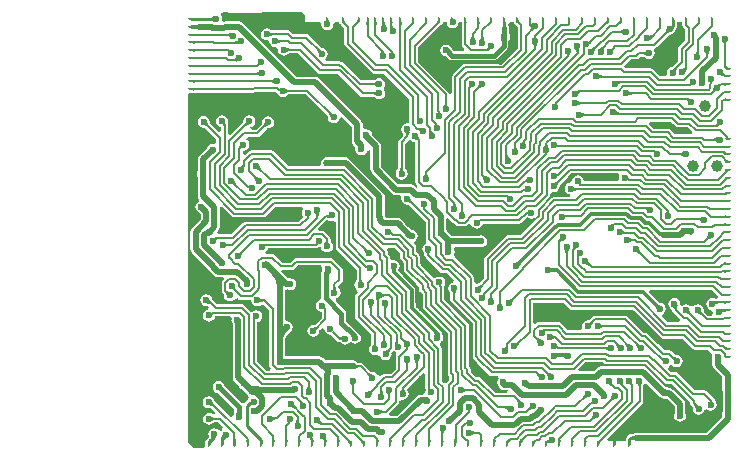
<source format=gbl>
G04*
G04 #@! TF.GenerationSoftware,Altium Limited,Altium Designer,20.2.7 (254)*
G04*
G04 Layer_Physical_Order=2*
G04 Layer_Color=16711680*
%FSLAX25Y25*%
%MOIN*%
G70*
G04*
G04 #@! TF.SameCoordinates,C0B213B8-0E46-4196-9EA8-866AAEF12B77*
G04*
G04*
G04 #@! TF.FilePolarity,Positive*
G04*
G01*
G75*
%ADD10C,0.00787*%
%ADD13C,0.00984*%
%ADD85C,0.01968*%
%ADD86C,0.01181*%
%ADD87C,0.01575*%
%ADD88C,0.03900*%
%ADD89C,0.02362*%
G04:AMPARAMS|DCode=90|XSize=7.87mil|YSize=1141.73mil|CornerRadius=3.94mil|HoleSize=0mil|Usage=FLASHONLY|Rotation=180.000|XOffset=0mil|YOffset=0mil|HoleType=Round|Shape=RoundedRectangle|*
%AMROUNDEDRECTD90*
21,1,0.00787,1.13386,0,0,180.0*
21,1,0.00000,1.14173,0,0,180.0*
1,1,0.00787,0.00000,0.56693*
1,1,0.00787,0.00000,0.56693*
1,1,0.00787,0.00000,-0.56693*
1,1,0.00787,0.00000,-0.56693*
%
%ADD90ROUNDEDRECTD90*%
G04:AMPARAMS|DCode=91|XSize=9.84mil|YSize=19.68mil|CornerRadius=4.92mil|HoleSize=0mil|Usage=FLASHONLY|Rotation=0.000|XOffset=0mil|YOffset=0mil|HoleType=Round|Shape=RoundedRectangle|*
%AMROUNDEDRECTD91*
21,1,0.00984,0.00984,0,0,0.0*
21,1,0.00000,0.01968,0,0,0.0*
1,1,0.00984,0.00000,-0.00492*
1,1,0.00984,0.00000,-0.00492*
1,1,0.00984,0.00000,0.00492*
1,1,0.00984,0.00000,0.00492*
%
%ADD91ROUNDEDRECTD91*%
G04:AMPARAMS|DCode=92|XSize=9.84mil|YSize=19.68mil|CornerRadius=4.92mil|HoleSize=0mil|Usage=FLASHONLY|Rotation=270.000|XOffset=0mil|YOffset=0mil|HoleType=Round|Shape=RoundedRectangle|*
%AMROUNDEDRECTD92*
21,1,0.00984,0.00984,0,0,270.0*
21,1,0.00000,0.01968,0,0,270.0*
1,1,0.00984,-0.00492,0.00000*
1,1,0.00984,-0.00492,0.00000*
1,1,0.00984,0.00492,0.00000*
1,1,0.00984,0.00492,0.00000*
%
%ADD92ROUNDEDRECTD92*%
G36*
X9578Y142991D02*
X9504Y143047D01*
X9426Y143097D01*
X9342Y143142D01*
X9253Y143181D01*
X9159Y143213D01*
X9060Y143240D01*
X8957Y143261D01*
X8848Y143276D01*
X8734Y143284D01*
X8615Y143287D01*
X8506Y144272D01*
X8625Y144275D01*
X8739Y144286D01*
X8846Y144305D01*
X8946Y144330D01*
X9040Y144363D01*
X9128Y144403D01*
X9209Y144450D01*
X9283Y144505D01*
X9351Y144567D01*
X9413Y144636D01*
X9578Y142991D01*
D02*
G37*
G36*
X137106Y142126D02*
X136319D01*
X136318Y142767D01*
X137107D01*
X137106Y142126D01*
D02*
G37*
G36*
X47909Y142819D02*
X47905Y142792D01*
X47902Y142751D01*
X47893Y142333D01*
X47892Y142069D01*
X47105D01*
X47104Y142209D01*
X47073Y142742D01*
X47063Y142779D01*
X47052Y142801D01*
X47039Y142808D01*
X47913Y142832D01*
X47909Y142819D01*
D02*
G37*
G36*
X102254Y142567D02*
X102229Y142558D01*
X102195Y142538D01*
X102151Y142507D01*
X102038Y142413D01*
X101799Y142191D01*
X101594Y141990D01*
X101021Y142530D01*
X101166Y142681D01*
X101398Y142957D01*
X101484Y143081D01*
X101551Y143197D01*
X101598Y143304D01*
X101626Y143402D01*
X101633Y143491D01*
X101621Y143572D01*
X101589Y143644D01*
X102254Y142567D01*
D02*
G37*
G36*
X145561D02*
X145523Y142555D01*
X145478Y142533D01*
X145424Y142500D01*
X145363Y142457D01*
X145218Y142339D01*
X145042Y142179D01*
X144834Y141977D01*
X144327Y142583D01*
X144472Y142733D01*
X144702Y143007D01*
X144789Y143131D01*
X144855Y143247D01*
X144902Y143354D01*
X144930Y143453D01*
X144938Y143543D01*
X144927Y143624D01*
X144896Y143697D01*
X145561Y142567D01*
D02*
G37*
G36*
X141230D02*
X141193Y142555D01*
X141147Y142533D01*
X141094Y142500D01*
X141033Y142457D01*
X140887Y142339D01*
X140711Y142179D01*
X140504Y141977D01*
X139997Y142583D01*
X140141Y142733D01*
X140372Y143007D01*
X140458Y143131D01*
X140524Y143247D01*
X140571Y143354D01*
X140599Y143453D01*
X140608Y143543D01*
X140596Y143624D01*
X140566Y143697D01*
X141230Y142567D01*
D02*
G37*
G36*
X111175Y143624D02*
X111164Y143543D01*
X111172Y143453D01*
X111200Y143354D01*
X111247Y143247D01*
X111314Y143131D01*
X111400Y143007D01*
X111505Y142875D01*
X111630Y142733D01*
X111775Y142583D01*
X111268Y141977D01*
X111160Y142083D01*
X110739Y142457D01*
X110678Y142500D01*
X110624Y142533D01*
X110579Y142555D01*
X110541Y142567D01*
X111206Y143697D01*
X111175Y143624D01*
D02*
G37*
G36*
X84931Y142567D02*
X84894Y142555D01*
X84848Y142533D01*
X84795Y142500D01*
X84734Y142457D01*
X84588Y142339D01*
X84412Y142179D01*
X84205Y141977D01*
X83698Y142583D01*
X83842Y142733D01*
X84073Y143007D01*
X84159Y143131D01*
X84225Y143247D01*
X84272Y143354D01*
X84300Y143453D01*
X84308Y143543D01*
X84297Y143624D01*
X84267Y143697D01*
X84931Y142567D01*
D02*
G37*
G36*
X58042D02*
X58004Y142555D01*
X57958Y142533D01*
X57905Y142500D01*
X57844Y142457D01*
X57699Y142339D01*
X57522Y142179D01*
X57315Y141977D01*
X56808Y142583D01*
X56952Y142733D01*
X57183Y143007D01*
X57269Y143131D01*
X57336Y143247D01*
X57383Y143354D01*
X57410Y143453D01*
X57419Y143543D01*
X57407Y143624D01*
X57377Y143697D01*
X58042Y142567D01*
D02*
G37*
G36*
X150146Y142808D02*
X150136Y142769D01*
X150127Y142717D01*
X150113Y142570D01*
X150101Y142244D01*
X150098Y141957D01*
X149311D01*
X149310Y142108D01*
X149263Y142808D01*
X149252Y142832D01*
X150157D01*
X150146Y142808D01*
D02*
G37*
G36*
X98177D02*
X98167Y142769D01*
X98159Y142717D01*
X98145Y142570D01*
X98132Y142244D01*
X98130Y141957D01*
X97342D01*
X97342Y142108D01*
X97295Y142808D01*
X97284Y142832D01*
X98188D01*
X98177Y142808D01*
D02*
G37*
G36*
X72193D02*
X72183Y142769D01*
X72174Y142717D01*
X72160Y142570D01*
X72148Y142244D01*
X72146Y141957D01*
X71358D01*
X71358Y142108D01*
X71311Y142808D01*
X71300Y142832D01*
X72204D01*
X72193Y142808D01*
D02*
G37*
G36*
X63906D02*
X63896Y142769D01*
X63887Y142717D01*
X63873Y142570D01*
X63861Y142244D01*
X63858Y141957D01*
X63071D01*
X63070Y142108D01*
X63024Y142808D01*
X63012Y142832D01*
X63917D01*
X63906Y142808D01*
D02*
G37*
G36*
X61288D02*
X61278Y142769D01*
X61269Y142717D01*
X61255Y142570D01*
X61243Y142244D01*
X61240Y141957D01*
X60453D01*
X60452Y142108D01*
X60405Y142808D01*
X60394Y142832D01*
X61299D01*
X61288Y142808D01*
D02*
G37*
G36*
X154469Y142797D02*
X154453Y142749D01*
X154438Y142688D01*
X154426Y142614D01*
X154407Y142428D01*
X154395Y142190D01*
X154391Y141901D01*
X153604Y142014D01*
X153583Y142832D01*
X154488D01*
X154469Y142797D01*
D02*
G37*
G36*
X69149Y142818D02*
X69146Y142790D01*
X69140Y142686D01*
X69132Y142014D01*
X68345Y141901D01*
X68344Y142052D01*
X68310Y142614D01*
X68298Y142688D01*
X68283Y142749D01*
X68267Y142797D01*
X68248Y142832D01*
X69153D01*
X69149Y142818D01*
D02*
G37*
G36*
X176122Y142797D02*
X176106Y142748D01*
X176091Y142687D01*
X176078Y142613D01*
X176059Y142426D01*
X176047Y142188D01*
X176043Y141898D01*
X175256Y142016D01*
X175236Y142832D01*
X176141D01*
X176122Y142797D01*
D02*
G37*
G36*
X167461D02*
X167444Y142748D01*
X167430Y142687D01*
X167417Y142613D01*
X167397Y142426D01*
X167386Y142188D01*
X167382Y141898D01*
X166594Y142016D01*
X166575Y142832D01*
X167480D01*
X167461Y142797D01*
D02*
G37*
G36*
X158800D02*
X158783Y142748D01*
X158768Y142687D01*
X158756Y142613D01*
X158736Y142426D01*
X158724Y142188D01*
X158720Y141898D01*
X157933Y142016D01*
X157914Y142832D01*
X158818D01*
X158800Y142797D01*
D02*
G37*
G36*
X93839D02*
X93822Y142748D01*
X93808Y142687D01*
X93795Y142613D01*
X93775Y142426D01*
X93764Y142188D01*
X93760Y141898D01*
X92972Y142016D01*
X92953Y142832D01*
X93858D01*
X93839Y142797D01*
D02*
G37*
G36*
X119816Y142786D02*
X119793Y142729D01*
X119773Y142660D01*
X119755Y142580D01*
X119740Y142489D01*
X119719Y142274D01*
X119708Y142013D01*
X119706Y141866D01*
X118919Y142138D01*
X118937Y142832D01*
X119842D01*
X119816Y142786D01*
D02*
G37*
G36*
X53101Y143463D02*
X53086Y143384D01*
X53092Y143297D01*
X53118Y143200D01*
X53164Y143094D01*
X53230Y142979D01*
X53317Y142854D01*
X53423Y142720D01*
X53550Y142578D01*
X53696Y142426D01*
X53215Y141794D01*
X52470Y142567D01*
X53135Y143532D01*
X53101Y143463D01*
D02*
G37*
G36*
X106793Y142908D02*
X106798Y142832D01*
X106850D01*
X106839Y142808D01*
X106829Y142769D01*
X106820Y142717D01*
X106811Y142628D01*
X106871Y141723D01*
X106896Y141622D01*
X106924Y141548D01*
X106955Y141501D01*
X105841D01*
X105872Y141548D01*
X105899Y141622D01*
X105924Y141723D01*
X105945Y141852D01*
X105978Y142192D01*
X105984Y142388D01*
X105956Y142808D01*
X105945Y142832D01*
X106000D01*
X106002Y142908D01*
X106004Y143202D01*
X106791D01*
X106793Y142908D01*
D02*
G37*
G36*
X66531Y142818D02*
X66527Y142790D01*
X66522Y142686D01*
X66518Y142342D01*
X66519Y142316D01*
X66533Y142209D01*
X66557Y142107D01*
X66591Y142010D01*
X66634Y141918D01*
X66687Y141831D01*
X66750Y141749D01*
X66822Y141672D01*
X66904Y141600D01*
X66995Y141533D01*
X65370Y141227D01*
X65438Y141330D01*
X65552Y141536D01*
X65598Y141639D01*
X65638Y141743D01*
X65670Y141848D01*
X65695Y141953D01*
X65712Y142058D01*
X65720Y142138D01*
X65692Y142614D01*
X65680Y142688D01*
X65665Y142749D01*
X65649Y142797D01*
X65630Y142832D01*
X66535D01*
X66531Y142818D01*
D02*
G37*
G36*
X3954Y140462D02*
X3889Y140505D01*
X3793Y140544D01*
X3664Y140578D01*
X3504Y140607D01*
X3311Y140632D01*
X2831Y140669D01*
X1870Y140689D01*
Y141673D01*
X2222Y141675D01*
X3504Y141755D01*
X3664Y141785D01*
X3793Y141819D01*
X3889Y141857D01*
X3954Y141901D01*
Y140462D01*
D02*
G37*
G36*
X69137Y141509D02*
X69151Y141402D01*
X69175Y141306D01*
X69209Y141221D01*
X69253Y141146D01*
X69306Y141080D01*
X69368Y141026D01*
X69441Y140981D01*
X69523Y140947D01*
X69614Y140923D01*
X68254Y140089D01*
X68271Y140159D01*
X68287Y140245D01*
X68312Y140460D01*
X68337Y140892D01*
X68345Y141458D01*
X69132Y141625D01*
X69137Y141509D01*
D02*
G37*
G36*
X115493Y142798D02*
X115476Y142752D01*
X115461Y142696D01*
X115449Y142629D01*
X115429Y142463D01*
X115417Y142253D01*
X115416Y142184D01*
X115469Y142156D01*
X115526Y142135D01*
X115583Y142126D01*
X115639Y142127D01*
X115696Y142138D01*
X115753Y142160D01*
X115809Y142193D01*
X115866Y142236D01*
X115663Y141116D01*
X116622Y140157D01*
X116503Y140155D01*
X116388Y140144D01*
X116278Y140125D01*
X116171Y140099D01*
X116069Y140064D01*
X115972Y140022D01*
X115878Y139971D01*
X115789Y139912D01*
X115704Y139846D01*
X115624Y139772D01*
X115067Y140329D01*
X115141Y140409D01*
X115208Y140494D01*
X115266Y140583D01*
X115317Y140676D01*
X115359Y140774D01*
X115394Y140876D01*
X115421Y140982D01*
X115424Y141001D01*
X115406Y141024D01*
X115129Y141326D01*
X114741Y141723D01*
X115027Y142008D01*
X114626Y142016D01*
X114607Y142832D01*
X115511D01*
X115493Y142798D01*
D02*
G37*
G36*
X161602Y139370D02*
X161483Y139367D01*
X161368Y139357D01*
X161258Y139338D01*
X161152Y139311D01*
X161050Y139277D01*
X160952Y139234D01*
X160859Y139184D01*
X160769Y139125D01*
X160685Y139059D01*
X160604Y138984D01*
X160047Y139541D01*
X160122Y139622D01*
X160188Y139706D01*
X160247Y139795D01*
X160297Y139889D01*
X160340Y139987D01*
X160374Y140089D01*
X160401Y140195D01*
X160420Y140305D01*
X160430Y140420D01*
X160433Y140539D01*
X161602Y139370D01*
D02*
G37*
G36*
X146105Y138740D02*
X146019Y138822D01*
X145930Y138896D01*
X145839Y138961D01*
X145745Y139017D01*
X145648Y139065D01*
X145549Y139104D01*
X145448Y139134D01*
X145343Y139156D01*
X145236Y139169D01*
X145127Y139173D01*
Y139961D01*
X145236Y139965D01*
X145343Y139978D01*
X145448Y140000D01*
X145549Y140030D01*
X145648Y140069D01*
X145745Y140117D01*
X145839Y140173D01*
X145930Y140238D01*
X146019Y140311D01*
X146105Y140394D01*
Y138740D01*
D02*
G37*
G36*
X107185Y139384D02*
X107193Y138665D01*
X105546Y138803D01*
X105558Y138820D01*
X105569Y138851D01*
X105579Y138894D01*
X105587Y138950D01*
X105600Y139102D01*
X105610Y139427D01*
X105610Y139562D01*
X107185Y139384D01*
D02*
G37*
G36*
X165784Y142334D02*
Y141772D01*
X165784Y141772D01*
X165875Y141311D01*
X166137Y140920D01*
X166611Y140446D01*
Y136627D01*
X164700Y134716D01*
X164439Y134325D01*
X164347Y133864D01*
X164347Y133864D01*
Y129822D01*
X162566Y128041D01*
X162522Y128008D01*
X162471Y127977D01*
X162417Y127947D01*
X162358Y127918D01*
X162302Y127895D01*
X162136Y127841D01*
X162045Y127819D01*
X161990Y127794D01*
X161721Y127740D01*
X161070Y127305D01*
X160635Y126654D01*
X160482Y125886D01*
X160556Y125515D01*
X160021Y124728D01*
X158410D01*
X156105Y127033D01*
X155714Y127294D01*
X155253Y127385D01*
X155253Y127385D01*
X146857D01*
X146219Y128023D01*
X146226Y128085D01*
X148530Y130390D01*
X150399D01*
X150400Y130390D01*
X150860Y130482D01*
X151251Y130743D01*
X151720Y131212D01*
X152857D01*
X152894Y131204D01*
X152930Y131194D01*
X152966Y131179D01*
X153003Y131161D01*
X153042Y131138D01*
X153084Y131108D01*
X153116Y131082D01*
X153173Y130997D01*
X153824Y130562D01*
X154592Y130409D01*
X155360Y130562D01*
X156011Y130997D01*
X156446Y131648D01*
X156599Y132416D01*
X156446Y133184D01*
X156387Y133273D01*
X156760Y134124D01*
X156764Y134126D01*
X157151Y134385D01*
X161239Y138473D01*
X161270Y138494D01*
X161304Y138512D01*
X161339Y138527D01*
X161379Y138541D01*
X161423Y138552D01*
X161473Y138560D01*
X161514Y138564D01*
X161614Y138544D01*
X162382Y138697D01*
X163033Y139132D01*
X163469Y139783D01*
X163621Y140551D01*
X163586Y140728D01*
X163863Y141142D01*
X163962Y141642D01*
Y142717D01*
X165775D01*
X165784Y142334D01*
D02*
G37*
G36*
X155994Y137885D02*
X155011Y136933D01*
X154833Y138470D01*
X154900Y138417D01*
X154969Y138379D01*
X155041Y138355D01*
X155114Y138347D01*
X155190Y138353D01*
X155269Y138374D01*
X155349Y138410D01*
X155431Y138461D01*
X155516Y138527D01*
X155603Y138608D01*
X155994Y137885D01*
D02*
G37*
G36*
X2585Y139017D02*
X2633Y139000D01*
X2694Y138986D01*
X2768Y138973D01*
X2954Y138954D01*
X3192Y138943D01*
X3481Y138939D01*
X3368Y138151D01*
X2550Y138130D01*
Y139035D01*
X2585Y139017D01*
D02*
G37*
G36*
X14941Y137664D02*
X14878Y137757D01*
X14809Y137840D01*
X14735Y137913D01*
X14656Y137976D01*
X14571Y138030D01*
X14480Y138074D01*
X14384Y138108D01*
X14283Y138132D01*
X14175Y138146D01*
X14063Y138151D01*
X14251Y138939D01*
X14356Y138942D01*
X14462Y138952D01*
X14567Y138969D01*
X14672Y138993D01*
X14778Y139024D01*
X14883Y139061D01*
X14988Y139105D01*
X15092Y139156D01*
X15302Y139278D01*
X14941Y137664D01*
D02*
G37*
G36*
X117104Y137961D02*
X117126Y137699D01*
X117139Y137631D01*
X117156Y137571D01*
X117175Y137521D01*
X117197Y137480D01*
X117221Y137448D01*
X117249Y137425D01*
X116152Y137496D01*
X116183Y137514D01*
X116211Y137542D01*
X116235Y137578D01*
X116256Y137622D01*
X116274Y137675D01*
X116289Y137737D01*
X116301Y137806D01*
X116309Y137885D01*
X116315Y138067D01*
X117103D01*
X117104Y137961D01*
D02*
G37*
G36*
X96264Y137933D02*
X96277Y137826D01*
X96299Y137722D01*
X96329Y137620D01*
X96368Y137521D01*
X96416Y137424D01*
X96472Y137330D01*
X96537Y137239D01*
X96611Y137150D01*
X96693Y137064D01*
X95039D01*
X95122Y137150D01*
X95195Y137239D01*
X95260Y137330D01*
X95316Y137424D01*
X95364Y137521D01*
X95403Y137620D01*
X95433Y137722D01*
X95455Y137826D01*
X95468Y137933D01*
X95472Y138043D01*
X96260D01*
X96264Y137933D01*
D02*
G37*
G36*
X99510Y137715D02*
X99514Y137607D01*
X99526Y137501D01*
X99547Y137396D01*
X99575Y137292D01*
X99611Y137190D01*
X99655Y137090D01*
X99708Y136992D01*
X99768Y136895D01*
X99837Y136799D01*
X99913Y136705D01*
X98265Y136840D01*
X98352Y136918D01*
X98430Y136999D01*
X98499Y137085D01*
X98558Y137174D01*
X98608Y137266D01*
X98650Y137362D01*
X98682Y137462D01*
X98705Y137566D01*
X98718Y137673D01*
X98723Y137784D01*
X99510Y137715D01*
D02*
G37*
G36*
X135440Y136065D02*
X135369Y135990D01*
X135234Y135831D01*
X135170Y135746D01*
X135051Y135565D01*
X134995Y135470D01*
X134892Y135268D01*
X134845Y135162D01*
X134258Y136701D01*
X134353Y136663D01*
X134448Y136637D01*
X134541Y136625D01*
X134633Y136625D01*
X134724Y136638D01*
X134813Y136664D01*
X134902Y136703D01*
X134989Y136755D01*
X135075Y136820D01*
X135160Y136898D01*
X135440Y136065D01*
D02*
G37*
G36*
X107030Y136966D02*
X107017Y136948D01*
X107005Y136918D01*
X106994Y136874D01*
X106985Y136818D01*
X106971Y136665D01*
X106960Y136340D01*
X106959Y136206D01*
X105385Y136438D01*
X105386Y137144D01*
X107030Y136966D01*
D02*
G37*
G36*
X2574Y136425D02*
X2613Y136416D01*
X2665Y136407D01*
X2812Y136393D01*
X3138Y136380D01*
X3425Y136378D01*
Y135591D01*
X3274Y135590D01*
X2574Y135543D01*
X2550Y135532D01*
Y136437D01*
X2574Y136425D01*
D02*
G37*
G36*
X180666Y136373D02*
X180592Y136285D01*
X180527Y136193D01*
X180471Y136099D01*
X180423Y136003D01*
X180384Y135904D01*
X180354Y135802D01*
X180332Y135697D01*
X180319Y135591D01*
X180315Y135481D01*
X179528D01*
X179523Y135591D01*
X179510Y135697D01*
X179489Y135802D01*
X179458Y135904D01*
X179419Y136003D01*
X179372Y136099D01*
X179315Y136193D01*
X179250Y136285D01*
X179177Y136373D01*
X179095Y136460D01*
X180748D01*
X180666Y136373D01*
D02*
G37*
G36*
X18071Y135319D02*
X17960Y135359D01*
X17722Y135427D01*
X17596Y135455D01*
X17326Y135497D01*
X17183Y135512D01*
X16722Y135531D01*
X16618Y136319D01*
X16733Y136324D01*
X16840Y136339D01*
X16938Y136364D01*
X17028Y136399D01*
X17109Y136443D01*
X17183Y136498D01*
X17248Y136563D01*
X17304Y136638D01*
X17353Y136723D01*
X17393Y136818D01*
X18071Y135319D01*
D02*
G37*
G36*
X117418Y135521D02*
X117347Y135428D01*
X117284Y135334D01*
X117230Y135237D01*
X117184Y135138D01*
X117146Y135038D01*
X117117Y134935D01*
X117096Y134830D01*
X117084Y134724D01*
X117079Y134615D01*
X116292Y134578D01*
X116287Y134688D01*
X116274Y134795D01*
X116252Y134899D01*
X116220Y135000D01*
X116180Y135098D01*
X116131Y135192D01*
X116073Y135283D01*
X116006Y135372D01*
X115930Y135457D01*
X115845Y135538D01*
X117497Y135611D01*
X117418Y135521D01*
D02*
G37*
G36*
X101744Y133616D02*
X101704Y133623D01*
X101659Y133621D01*
X101611Y133610D01*
X101559Y133591D01*
X101503Y133563D01*
X101444Y133526D01*
X101381Y133480D01*
X101314Y133426D01*
X101169Y133291D01*
X100612Y133848D01*
X100684Y133922D01*
X100802Y134060D01*
X100847Y134123D01*
X100884Y134182D01*
X100912Y134238D01*
X100932Y134290D01*
X100942Y134338D01*
X100944Y134382D01*
X100937Y134423D01*
X101744Y133616D01*
D02*
G37*
G36*
X139798Y134320D02*
X139720Y134235D01*
X139655Y134149D01*
X139604Y134063D01*
X139566Y133975D01*
X139541Y133887D01*
X139529Y133798D01*
X139530Y133708D01*
X139545Y133617D01*
X139573Y133526D01*
X139614Y133434D01*
X138069Y133965D01*
X138167Y134013D01*
X138370Y134133D01*
X138475Y134204D01*
X138693Y134370D01*
X138921Y134566D01*
X139158Y134793D01*
X139798Y134320D01*
D02*
G37*
G36*
X109523Y142520D02*
X109806Y142097D01*
X110122Y141886D01*
X110134Y141876D01*
X110142Y141873D01*
X110229Y141814D01*
X110260Y141808D01*
X110525Y141573D01*
X110804Y141295D01*
Y134108D01*
X105558Y128862D01*
X93259D01*
X92799Y128770D01*
X92408Y128509D01*
X92408Y128509D01*
X89208Y125309D01*
X88946Y124918D01*
X88855Y124457D01*
X88855Y124457D01*
Y119011D01*
X88067Y118933D01*
X88022Y119162D01*
X87761Y119552D01*
X87761Y119552D01*
X77681Y129633D01*
Y134306D01*
X85025Y141651D01*
X85111Y141729D01*
X85207Y141807D01*
X85243Y141814D01*
X85331Y141873D01*
X85339Y141876D01*
X85350Y141886D01*
X85667Y142097D01*
X85949Y142520D01*
X85988Y142717D01*
X87166D01*
X87319Y141948D01*
X87754Y141297D01*
X88405Y140862D01*
X89173Y140709D01*
X89941Y140862D01*
X90592Y141297D01*
X91027Y141948D01*
X91180Y142717D01*
X92153D01*
X92162Y142334D01*
Y137416D01*
X92162Y137416D01*
Y135380D01*
X92162Y135380D01*
X92254Y134919D01*
X92515Y134528D01*
X92652Y134391D01*
X92652Y134390D01*
X93109Y133934D01*
X92807Y133207D01*
X89651D01*
X88897Y133961D01*
X88862Y134134D01*
X88427Y134785D01*
X87776Y135220D01*
X87008Y135373D01*
X86240Y135220D01*
X85589Y134785D01*
X85154Y134134D01*
X85001Y133366D01*
X85154Y132598D01*
X85589Y131947D01*
X86240Y131512D01*
X86943Y131372D01*
X86955Y131361D01*
X87851Y130466D01*
X88371Y130118D01*
X88986Y129996D01*
X102820D01*
X102820Y129996D01*
X103434Y130118D01*
X103955Y130466D01*
X107307Y133818D01*
X107307Y133818D01*
X107655Y134339D01*
X107778Y134953D01*
Y136563D01*
X108153Y137126D01*
X108306Y137894D01*
X108153Y138662D01*
X108003Y138887D01*
Y140945D01*
X107881Y141559D01*
X107666Y141882D01*
X107662Y141929D01*
X108371Y142717D01*
X109484D01*
X109523Y142520D01*
D02*
G37*
G36*
X136857Y133969D02*
X136782Y133887D01*
X136716Y133802D01*
X136659Y133713D01*
X136610Y133619D01*
X136571Y133522D01*
X136541Y133421D01*
X136520Y133316D01*
X136508Y133207D01*
X136505Y133094D01*
X136511Y132977D01*
X135255Y134052D01*
X135375Y134064D01*
X135491Y134083D01*
X135602Y134108D01*
X135709Y134141D01*
X135811Y134180D01*
X135909Y134226D01*
X136002Y134279D01*
X136091Y134339D01*
X136174Y134406D01*
X136254Y134480D01*
X136857Y133969D01*
D02*
G37*
G36*
X2585Y133820D02*
X2633Y133803D01*
X2694Y133789D01*
X2768Y133776D01*
X2954Y133757D01*
X3192Y133746D01*
X3481Y133742D01*
X3368Y132955D01*
X2550Y132934D01*
Y133838D01*
X2585Y133820D01*
D02*
G37*
G36*
X131533Y133787D02*
X131465Y133691D01*
X131404Y133594D01*
X131352Y133495D01*
X131308Y133395D01*
X131272Y133293D01*
X131243Y133190D01*
X131223Y133085D01*
X131211Y132978D01*
X131207Y132870D01*
X130420Y132800D01*
X130415Y132911D01*
X130401Y133018D01*
X130378Y133121D01*
X130346Y133221D01*
X130305Y133317D01*
X130255Y133410D01*
X130195Y133498D01*
X130126Y133583D01*
X130049Y133665D01*
X129961Y133743D01*
X131609Y133881D01*
X131533Y133787D01*
D02*
G37*
G36*
X66190Y132973D02*
X66204Y132748D01*
X66210Y132711D01*
X66218Y132681D01*
X66226Y132659D01*
X66236Y132645D01*
X66247Y132638D01*
X65367Y132526D01*
X65374Y132535D01*
X65380Y132553D01*
X65385Y132581D01*
X65390Y132619D01*
X65397Y132723D01*
X65402Y133048D01*
X66190D01*
X66190Y132973D01*
D02*
G37*
G36*
X174760Y132830D02*
X174687Y132741D01*
X174622Y132650D01*
X174565Y132556D01*
X174518Y132459D01*
X174479Y132360D01*
X174448Y132258D01*
X174427Y132154D01*
X174414Y132047D01*
X174409Y131938D01*
X173622D01*
X173618Y132047D01*
X173605Y132154D01*
X173583Y132258D01*
X173553Y132360D01*
X173514Y132459D01*
X173466Y132556D01*
X173410Y132650D01*
X173345Y132741D01*
X173271Y132830D01*
X173189Y132916D01*
X174843D01*
X174760Y132830D01*
D02*
G37*
G36*
X171358Y132780D02*
X171360Y132676D01*
X171377Y132468D01*
X171392Y132363D01*
X171435Y132152D01*
X171463Y132045D01*
X171531Y131831D01*
X171571Y131723D01*
X170072Y132401D01*
X170167Y132441D01*
X170252Y132490D01*
X170327Y132547D01*
X170391Y132612D01*
X170446Y132685D01*
X170491Y132766D01*
X170526Y132856D01*
X170551Y132955D01*
X170566Y133061D01*
X170571Y133176D01*
X171358Y132780D01*
D02*
G37*
G36*
X88680Y133021D02*
X87762Y131711D01*
X87667Y131806D01*
X87263Y132158D01*
X87224Y132181D01*
X87193Y132194D01*
X87170Y132196D01*
X88181Y133505D01*
X88680Y133021D01*
D02*
G37*
G36*
X153748Y131589D02*
X153662Y131672D01*
X153573Y131745D01*
X153482Y131810D01*
X153388Y131867D01*
X153291Y131914D01*
X153192Y131953D01*
X153090Y131983D01*
X152986Y132005D01*
X152879Y132018D01*
X152769Y132023D01*
Y132810D01*
X152879Y132814D01*
X152986Y132827D01*
X153090Y132849D01*
X153192Y132879D01*
X153291Y132918D01*
X153388Y132966D01*
X153482Y133022D01*
X153573Y133087D01*
X153662Y133161D01*
X153748Y133243D01*
Y131589D01*
D02*
G37*
G36*
X128348Y132302D02*
X128287Y132233D01*
X128233Y132157D01*
X128187Y132076D01*
X128147Y131988D01*
X128115Y131893D01*
X128090Y131792D01*
X128072Y131685D01*
X128061Y131572D01*
X128057Y131452D01*
X127270D01*
X127266Y131572D01*
X127256Y131685D01*
X127238Y131792D01*
X127213Y131893D01*
X127180Y131988D01*
X127141Y132076D01*
X127094Y132157D01*
X127040Y132233D01*
X126979Y132302D01*
X126911Y132364D01*
X128417D01*
X128348Y132302D01*
D02*
G37*
G36*
X2574Y131229D02*
X2613Y131219D01*
X2665Y131210D01*
X2812Y131196D01*
X3138Y131184D01*
X3425Y131181D01*
Y130394D01*
X3274Y130393D01*
X2574Y130346D01*
X2550Y130335D01*
Y131240D01*
X2574Y131229D01*
D02*
G37*
G36*
X17447Y129586D02*
X17358Y129613D01*
X17258Y129636D01*
X17027Y129675D01*
X16754Y129702D01*
X16267Y129723D01*
X16083Y129724D01*
X15942Y130512D01*
X16058Y130517D01*
X16164Y130531D01*
X16261Y130556D01*
X16348Y130590D01*
X16426Y130634D01*
X16494Y130689D01*
X16552Y130752D01*
X16601Y130826D01*
X16641Y130910D01*
X16671Y131003D01*
X17447Y129586D01*
D02*
G37*
G36*
X24981Y128268D02*
X24914Y128275D01*
X24846Y128273D01*
X24776Y128261D01*
X24704Y128240D01*
X24631Y128209D01*
X24555Y128169D01*
X24478Y128119D01*
X24399Y128059D01*
X24318Y127989D01*
X24235Y127911D01*
X23678Y128467D01*
X23757Y128550D01*
X23826Y128631D01*
X23886Y128710D01*
X23936Y128787D01*
X23977Y128863D01*
X24008Y128937D01*
X24029Y129008D01*
X24041Y129078D01*
X24043Y129147D01*
X24036Y129213D01*
X24981Y128268D01*
D02*
G37*
G36*
X2574Y128630D02*
X2613Y128620D01*
X2665Y128611D01*
X2812Y128597D01*
X3138Y128585D01*
X3425Y128583D01*
Y127795D01*
X3274Y127795D01*
X2574Y127748D01*
X2550Y127737D01*
Y128641D01*
X2574Y128630D01*
D02*
G37*
G36*
X180321Y128168D02*
X180702Y127834D01*
X180770Y127786D01*
X180828Y127753D01*
X180875Y127735D01*
X180912Y127731D01*
X180937Y127741D01*
X180166Y127076D01*
X180155Y127113D01*
X180134Y127155D01*
X180105Y127204D01*
X180067Y127260D01*
X179962Y127391D01*
X179821Y127548D01*
X179643Y127731D01*
X180200Y128288D01*
X180321Y128168D01*
D02*
G37*
G36*
X163911Y127127D02*
X163835Y127043D01*
X163770Y126957D01*
X163716Y126868D01*
X163672Y126777D01*
X163639Y126682D01*
X163617Y126584D01*
X163606Y126483D01*
X163606Y126379D01*
X163616Y126272D01*
X163638Y126163D01*
X162235Y127039D01*
X162355Y127068D01*
X162580Y127141D01*
X162685Y127185D01*
X162786Y127233D01*
X162882Y127286D01*
X162973Y127344D01*
X163059Y127407D01*
X163141Y127474D01*
X163217Y127546D01*
X163911Y127127D01*
D02*
G37*
G36*
X167225Y127099D02*
X167150Y127018D01*
X167084Y126934D01*
X167025Y126844D01*
X166975Y126751D01*
X166932Y126653D01*
X166897Y126551D01*
X166871Y126445D01*
X166852Y126335D01*
X166841Y126220D01*
X166839Y126101D01*
X165670Y127270D01*
X165789Y127273D01*
X165903Y127283D01*
X166014Y127302D01*
X166120Y127329D01*
X166222Y127363D01*
X166320Y127406D01*
X166413Y127456D01*
X166502Y127515D01*
X166587Y127581D01*
X166668Y127656D01*
X167225Y127099D01*
D02*
G37*
G36*
X2585Y126024D02*
X2633Y126008D01*
X2694Y125994D01*
X2768Y125981D01*
X2954Y125962D01*
X3192Y125950D01*
X3481Y125947D01*
X3368Y125159D01*
X2550Y125138D01*
Y126043D01*
X2585Y126024D01*
D02*
G37*
G36*
X25113Y124855D02*
X25004Y124913D01*
X24788Y125010D01*
X24681Y125050D01*
X24468Y125110D01*
X24363Y125132D01*
X24258Y125147D01*
X24153Y125156D01*
X24049Y125159D01*
X23801Y125947D01*
X23914Y125952D01*
X24021Y125966D01*
X24121Y125991D01*
X24216Y126026D01*
X24303Y126070D01*
X24385Y126125D01*
X24460Y126189D01*
X24529Y126263D01*
X24591Y126347D01*
X24647Y126441D01*
X25113Y124855D01*
D02*
G37*
G36*
X179636Y126067D02*
X179656Y125951D01*
X179684Y125840D01*
X179718Y125733D01*
X179759Y125631D01*
X179806Y125533D01*
X179859Y125441D01*
X179920Y125352D01*
X179987Y125269D01*
X180060Y125189D01*
X179562Y124574D01*
X179480Y124649D01*
X179395Y124715D01*
X179306Y124772D01*
X179212Y124819D01*
X179115Y124857D01*
X179015Y124886D01*
X178910Y124906D01*
X178802Y124916D01*
X178690Y124917D01*
X178574Y124909D01*
X179621Y126188D01*
X179636Y126067D01*
D02*
G37*
G36*
X138198Y125398D02*
X138263Y125315D01*
X138334Y125241D01*
X138411Y125177D01*
X138494Y125123D01*
X138583Y125079D01*
X138678Y125044D01*
X138779Y125020D01*
X138886Y125005D01*
X138999Y125000D01*
X138777Y124213D01*
X138672Y124209D01*
X138567Y124200D01*
X138462Y124184D01*
X138356Y124162D01*
X138251Y124133D01*
X138144Y124098D01*
X138038Y124056D01*
X137825Y123954D01*
X137718Y123893D01*
X138139Y125492D01*
X138198Y125398D01*
D02*
G37*
G36*
X144985Y122655D02*
X144891Y122560D01*
X144492Y122108D01*
X144487Y122090D01*
X144071Y123047D01*
X144093Y123033D01*
X144118Y123025D01*
X144147Y123024D01*
X144178Y123031D01*
X144212Y123044D01*
X144249Y123064D01*
X144290Y123090D01*
X144333Y123124D01*
X144379Y123164D01*
X144428Y123212D01*
X144985Y122655D01*
D02*
G37*
G36*
X2574Y123433D02*
X2613Y123423D01*
X2665Y123415D01*
X2812Y123400D01*
X3138Y123388D01*
X3425Y123386D01*
Y122598D01*
X3274Y122598D01*
X2574Y122551D01*
X2550Y122540D01*
Y123444D01*
X2574Y123433D01*
D02*
G37*
G36*
X175777Y122800D02*
X175758Y122789D01*
X175741Y122770D01*
X175726Y122743D01*
X175714Y122708D01*
X175703Y122665D01*
X175694Y122613D01*
X175687Y122554D01*
X175679Y122410D01*
X175678Y122326D01*
X174891D01*
X174890Y122425D01*
X174871Y122726D01*
X174862Y122778D01*
X174852Y122820D01*
X174840Y122853D01*
X174827Y122876D01*
X174812Y122890D01*
X175777Y122800D01*
D02*
G37*
G36*
X29861Y122241D02*
X29759Y122309D01*
X29553Y122423D01*
X29449Y122470D01*
X29346Y122509D01*
X29241Y122541D01*
X29136Y122566D01*
X29031Y122584D01*
X28925Y122595D01*
X28819Y122598D01*
X28663Y123386D01*
X28775Y123391D01*
X28882Y123405D01*
X28984Y123429D01*
X29081Y123463D01*
X29173Y123506D01*
X29260Y123559D01*
X29342Y123621D01*
X29419Y123694D01*
X29492Y123775D01*
X29559Y123867D01*
X29861Y122241D01*
D02*
G37*
G36*
X178754Y121751D02*
X178683Y121678D01*
X178479Y121440D01*
X178448Y121394D01*
X178426Y121353D01*
X178411Y121317D01*
X178405Y121287D01*
X178407Y121262D01*
X177758Y122037D01*
X177783Y122031D01*
X177812Y122031D01*
X177846Y122039D01*
X177884Y122055D01*
X177926Y122078D01*
X177972Y122109D01*
X178022Y122147D01*
X178135Y122247D01*
X178198Y122308D01*
X178754Y121751D01*
D02*
G37*
G36*
X180431Y121615D02*
X180417Y121619D01*
X180388Y121622D01*
X180285Y121628D01*
X179612Y121635D01*
X179499Y122423D01*
X179650Y122424D01*
X180213Y122458D01*
X180286Y122470D01*
X180347Y122485D01*
X180395Y122501D01*
X180431Y122519D01*
Y121615D01*
D02*
G37*
G36*
X98906Y120965D02*
X98786Y120962D01*
X98672Y120951D01*
X98561Y120932D01*
X98455Y120906D01*
X98353Y120871D01*
X98255Y120828D01*
X98162Y120778D01*
X98073Y120720D01*
X97988Y120653D01*
X97907Y120579D01*
X97351Y121135D01*
X97425Y121216D01*
X97491Y121301D01*
X97550Y121390D01*
X97600Y121483D01*
X97643Y121581D01*
X97677Y121683D01*
X97704Y121789D01*
X97723Y121900D01*
X97734Y122015D01*
X97736Y122134D01*
X98906Y120965D01*
D02*
G37*
G36*
X2574Y120835D02*
X2613Y120825D01*
X2665Y120816D01*
X2812Y120802D01*
X3138Y120790D01*
X3425Y120787D01*
Y120000D01*
X3274Y119999D01*
X2574Y119953D01*
X2550Y119941D01*
Y120846D01*
X2574Y120835D01*
D02*
G37*
G36*
X131704Y119505D02*
X131296Y119051D01*
X130825Y119854D01*
X130840Y119848D01*
X130859Y119847D01*
X130882Y119853D01*
X130908Y119864D01*
X130938Y119882D01*
X130973Y119906D01*
X131010Y119936D01*
X131098Y120014D01*
X131147Y120062D01*
X131704Y119505D01*
D02*
G37*
G36*
X177356Y119787D02*
X177236Y119774D01*
X177120Y119754D01*
X177009Y119728D01*
X176902Y119695D01*
X176800Y119655D01*
X176702Y119608D01*
X176609Y119555D01*
X176521Y119494D01*
X176437Y119428D01*
X176358Y119354D01*
X175748Y119858D01*
X175824Y119940D01*
X175890Y120025D01*
X175946Y120115D01*
X175994Y120208D01*
X176033Y120305D01*
X176062Y120406D01*
X176082Y120511D01*
X176094Y120619D01*
X176096Y120732D01*
X176088Y120848D01*
X177356Y119787D01*
D02*
G37*
G36*
X30540Y119233D02*
X30540Y119233D01*
X30703Y119125D01*
X30724Y119015D01*
X31159Y118364D01*
X31811Y117929D01*
X32579Y117776D01*
X33347Y117929D01*
X33998Y118364D01*
X34084Y118493D01*
X34087Y118495D01*
X34144Y118559D01*
X34178Y118591D01*
X34209Y118617D01*
X34238Y118636D01*
X34265Y118651D01*
X34292Y118662D01*
X34320Y118671D01*
X34349Y118678D01*
X40249D01*
X47528Y111398D01*
X47549Y111367D01*
X47567Y111334D01*
X47582Y111298D01*
X47596Y111259D01*
X47607Y111215D01*
X47615Y111165D01*
X47619Y111123D01*
X47599Y111024D01*
X47752Y110256D01*
X48187Y109604D01*
X48838Y109169D01*
X49606Y109017D01*
X50374Y109169D01*
X51025Y109604D01*
X51461Y110256D01*
X51570Y110805D01*
X52181Y111092D01*
X52373Y111115D01*
X55576Y107913D01*
Y103012D01*
X55713Y102320D01*
X56105Y101734D01*
X56757Y101082D01*
Y100709D01*
X56785Y100567D01*
X56753Y100405D01*
X56906Y99637D01*
X57341Y98986D01*
X57992Y98551D01*
X58760Y98398D01*
X59528Y98551D01*
X60179Y98986D01*
X60614Y99637D01*
X60658Y99858D01*
X61539Y100249D01*
X61678Y100165D01*
Y93672D01*
X61815Y92980D01*
X62207Y92394D01*
X68965Y85636D01*
X69551Y85245D01*
X70242Y85107D01*
X71543D01*
X72084Y84320D01*
X72012Y83961D01*
X72165Y83193D01*
X72600Y82542D01*
X73251Y82107D01*
X74019Y81954D01*
X74153Y81980D01*
X74199Y81981D01*
X74251Y81979D01*
X74295Y81973D01*
X74333Y81965D01*
X74366Y81954D01*
X74396Y81942D01*
X74426Y81927D01*
X74453Y81909D01*
X80193Y76169D01*
Y70368D01*
X80193Y70368D01*
X80285Y69907D01*
X80353Y69806D01*
X80256Y69119D01*
X80076Y68873D01*
X79585Y68545D01*
X79150Y67894D01*
X78997Y67126D01*
X79150Y66358D01*
X79585Y65707D01*
X79669Y65650D01*
X79696Y65618D01*
X79725Y65577D01*
X79749Y65538D01*
X79767Y65500D01*
X79781Y65465D01*
X79792Y65428D01*
X79800Y65391D01*
Y65158D01*
X79800Y65158D01*
X79891Y64697D01*
X80152Y64306D01*
X84975Y59483D01*
X85366Y59222D01*
X85827Y59130D01*
X85827Y59130D01*
X87271D01*
X89606Y56796D01*
X89315Y55973D01*
X88897Y55890D01*
X88246Y55455D01*
X87811Y54803D01*
X87658Y54035D01*
X87811Y53267D01*
X88246Y52616D01*
X88331Y52560D01*
X88358Y52527D01*
X88387Y52486D01*
X88410Y52447D01*
X88428Y52410D01*
X88443Y52374D01*
X88454Y52338D01*
X88461Y52301D01*
Y50249D01*
X88461Y50249D01*
X88553Y49788D01*
X88814Y49398D01*
X95745Y42467D01*
Y31318D01*
X95745Y31318D01*
X95836Y30857D01*
X96097Y30467D01*
X97240Y29324D01*
X97278Y29267D01*
X101411Y25134D01*
X101411Y25134D01*
X101801Y24873D01*
X102262Y24782D01*
X102262Y24782D01*
X104227D01*
X104383Y24567D01*
X104575Y23994D01*
X104248Y23504D01*
X104095Y22736D01*
X104248Y21968D01*
X104548Y21519D01*
X104615Y21182D01*
X105007Y20596D01*
X105593Y20205D01*
X106284Y20067D01*
X107513D01*
X107572Y19979D01*
X107151Y19191D01*
X103403D01*
X98514Y24080D01*
X98124Y24341D01*
X97663Y24433D01*
X97663Y24433D01*
X97054D01*
X95200Y26286D01*
Y27049D01*
X95200Y27049D01*
X95109Y27510D01*
X94848Y27901D01*
X94848Y27901D01*
X94610Y28139D01*
Y30353D01*
X94587Y30890D01*
X94610Y30893D01*
Y41498D01*
X94610Y41498D01*
X94518Y41959D01*
X94257Y42350D01*
X86342Y50265D01*
Y54801D01*
X86334Y54840D01*
X86598Y55236D01*
X86751Y56004D01*
X86598Y56772D01*
X86163Y57423D01*
X85512Y57858D01*
X84744Y58011D01*
X83976Y57858D01*
X83325Y57423D01*
X82994Y57390D01*
X78471Y61913D01*
Y64322D01*
X78380Y64783D01*
X78119Y65173D01*
X78119Y65173D01*
X77188Y66104D01*
Y67224D01*
X77165Y67227D01*
X77178Y67513D01*
X77097Y67920D01*
X76836Y68311D01*
X76298Y68849D01*
X76538Y69722D01*
X77010Y70038D01*
X77445Y70689D01*
X77598Y71457D01*
X77445Y72225D01*
X77010Y72876D01*
X76359Y73311D01*
X75598Y73462D01*
X72090Y76970D01*
X71504Y77361D01*
X70813Y77499D01*
X67015D01*
X66942Y77589D01*
X66789Y78357D01*
X66472Y78831D01*
Y84696D01*
X66334Y85387D01*
X65943Y85973D01*
X54772Y97143D01*
X54186Y97535D01*
X53495Y97672D01*
X48084D01*
X48012Y97720D01*
X47244Y97873D01*
X46476Y97720D01*
X45825Y97285D01*
X45390Y96634D01*
X45237Y95866D01*
X45313Y95484D01*
X44783Y94696D01*
X34521D01*
X29547Y99670D01*
X29157Y99932D01*
X28696Y100023D01*
X28696Y100023D01*
X22090D01*
X22090Y100023D01*
X21629Y99932D01*
X21238Y99670D01*
X19946Y98378D01*
X19218Y98679D01*
Y99193D01*
X19390Y99961D01*
X20158Y100114D01*
X20809Y100549D01*
X21244Y101200D01*
X21397Y101969D01*
X21244Y102737D01*
X20809Y103388D01*
X20495Y103598D01*
X20466Y103721D01*
X20953Y104499D01*
X24010D01*
X24010Y104499D01*
X24471Y104590D01*
X24861Y104851D01*
X27283Y107273D01*
X27314Y107293D01*
X27347Y107311D01*
X27383Y107326D01*
X27422Y107340D01*
X27466Y107351D01*
X27516Y107359D01*
X27558Y107363D01*
X27657Y107343D01*
X28426Y107496D01*
X29077Y107931D01*
X29512Y108582D01*
X29665Y109350D01*
X29512Y110118D01*
X29077Y110770D01*
X28426Y111205D01*
X27657Y111357D01*
X26889Y111205D01*
X26238Y110770D01*
X25803Y110118D01*
X25650Y109350D01*
X25670Y109251D01*
X25666Y109209D01*
X25658Y109159D01*
X25647Y109115D01*
X25633Y109075D01*
X25618Y109040D01*
X25600Y109007D01*
X25580Y108976D01*
X23511Y106907D01*
X22171D01*
X21751Y107694D01*
X21829Y107811D01*
X22225Y107890D01*
X22876Y108325D01*
X23311Y108976D01*
X23464Y109744D01*
X23311Y110512D01*
X22876Y111163D01*
X22225Y111598D01*
X21457Y111751D01*
X20689Y111598D01*
X20038Y111163D01*
X19602Y110512D01*
X19450Y109744D01*
X19469Y109644D01*
X19466Y109603D01*
X19457Y109553D01*
X19446Y109509D01*
X19433Y109469D01*
X19417Y109434D01*
X19399Y109400D01*
X19379Y109369D01*
X15121Y105111D01*
X14393Y105412D01*
Y108432D01*
X14393Y108432D01*
X14302Y108893D01*
X14178Y109078D01*
X14310Y109744D01*
X14157Y110512D01*
X13722Y111163D01*
X13071Y111598D01*
X12303Y111751D01*
X11535Y111598D01*
X10884Y111163D01*
X10449Y110512D01*
X10296Y109744D01*
X10449Y108976D01*
X10884Y108325D01*
X11535Y107890D01*
X11985Y107800D01*
Y106495D01*
X11257Y106194D01*
X8279Y109172D01*
X8258Y109204D01*
X8240Y109237D01*
X8225Y109272D01*
X8211Y109312D01*
X8200Y109356D01*
X8192Y109406D01*
X8188Y109448D01*
X8208Y109547D01*
X8055Y110315D01*
X7620Y110967D01*
X6969Y111401D01*
X6201Y111554D01*
X5433Y111401D01*
X4782Y110967D01*
X4346Y110315D01*
X4194Y109547D01*
X4346Y108779D01*
X4782Y108128D01*
X5433Y107693D01*
X6201Y107540D01*
X6301Y107560D01*
X6342Y107556D01*
X6392Y107548D01*
X6436Y107537D01*
X6476Y107523D01*
X6511Y107508D01*
X6544Y107490D01*
X6576Y107469D01*
X10410Y103635D01*
Y102764D01*
X9623Y102229D01*
X9252Y102302D01*
X8484Y102150D01*
X7833Y101715D01*
X7398Y101063D01*
X7354Y100846D01*
X4825Y98316D01*
X4434Y97730D01*
X4296Y97039D01*
Y93457D01*
X4051Y93091D01*
X3898Y92323D01*
X4051Y91555D01*
X4296Y91188D01*
Y84842D01*
X4434Y84151D01*
X4631Y83855D01*
X4635Y83663D01*
X4486Y83034D01*
X4391Y82885D01*
X3994Y82620D01*
X3559Y81969D01*
X3406Y81201D01*
X3559Y80433D01*
X3994Y79782D01*
X4645Y79347D01*
X4730Y79330D01*
X5182Y78878D01*
Y77087D01*
X2266Y74171D01*
X1874Y73585D01*
X1737Y72894D01*
Y67028D01*
X1874Y66336D01*
X2266Y65750D01*
X7890Y60126D01*
X7975Y60000D01*
X9704Y58270D01*
X10290Y57878D01*
X10982Y57741D01*
X12594D01*
X12895Y57013D01*
X12534Y56653D01*
X12273Y56262D01*
X12182Y55801D01*
X12182Y55801D01*
Y53248D01*
X12182Y53248D01*
X12273Y52787D01*
X12534Y52397D01*
X12883Y52048D01*
X12903Y52017D01*
X12921Y51983D01*
X12937Y51948D01*
X12950Y51909D01*
X12961Y51865D01*
X12969Y51815D01*
X12973Y51773D01*
X12954Y51673D01*
X13106Y50905D01*
X13541Y50254D01*
X14193Y49819D01*
X14961Y49666D01*
X15729Y49819D01*
X16380Y50254D01*
X16590Y50568D01*
X17525Y50746D01*
X17745Y50526D01*
X18136Y50265D01*
X18597Y50174D01*
X21964D01*
X22107Y50000D01*
X22260Y49232D01*
X22695Y48581D01*
X23346Y48146D01*
X24114Y47993D01*
X24882Y48146D01*
X25533Y48581D01*
X26278Y48397D01*
X28028Y46647D01*
Y28451D01*
X28028Y28451D01*
X28120Y27990D01*
X28381Y27599D01*
X28655Y27325D01*
X28353Y26598D01*
X27296D01*
X24137Y29756D01*
Y42859D01*
X24489Y42929D01*
X25140Y43364D01*
X25575Y44015D01*
X25728Y44783D01*
X25575Y45551D01*
X25140Y46203D01*
X24489Y46638D01*
X23720Y46791D01*
X22952Y46638D01*
X22301Y46203D01*
X22021Y46175D01*
X19904Y48292D01*
X19513Y48553D01*
X19052Y48645D01*
X19052Y48645D01*
X10637D01*
X9243Y50039D01*
X9211Y50083D01*
X9178Y50134D01*
X9147Y50189D01*
X9118Y50249D01*
X9094Y50305D01*
X9038Y50473D01*
X9015Y50564D01*
X8991Y50614D01*
X8941Y50867D01*
X8506Y51518D01*
X7855Y51953D01*
X7087Y52105D01*
X6318Y51953D01*
X5667Y51518D01*
X5232Y50867D01*
X5080Y50098D01*
X5232Y49330D01*
X5667Y48679D01*
X6318Y48244D01*
X7087Y48091D01*
X7465Y48167D01*
X7516Y48167D01*
X7939Y47757D01*
X8005Y47657D01*
X7690Y46931D01*
X7204Y46835D01*
X6553Y46400D01*
X6118Y45748D01*
X5965Y44980D01*
X6118Y44212D01*
X6553Y43561D01*
X7204Y43126D01*
X7972Y42973D01*
X8741Y43126D01*
X9392Y43561D01*
X9827Y44212D01*
X9916Y44662D01*
X14953D01*
X15488Y43874D01*
X15414Y43504D01*
X15567Y42736D01*
X15812Y42369D01*
Y24311D01*
X15949Y23620D01*
X16341Y23034D01*
X17617Y21757D01*
X17634Y21673D01*
X18069Y21022D01*
X18720Y20587D01*
X18805Y20570D01*
X21086Y18288D01*
X21315Y17784D01*
X21088Y17083D01*
X20664Y16801D01*
X19784Y15921D01*
X19647Y15861D01*
X18996Y15837D01*
X18748Y15904D01*
X13162Y21490D01*
X13075Y21929D01*
X12640Y22581D01*
X11988Y23016D01*
X11220Y23168D01*
X10452Y23016D01*
X9801Y22581D01*
X9366Y21929D01*
X9213Y21161D01*
X9366Y20393D01*
X9801Y19742D01*
X10452Y19307D01*
X10873Y19223D01*
X11017Y19094D01*
X16308Y13803D01*
Y12164D01*
X16059Y11792D01*
X15972Y11353D01*
X15159Y11052D01*
X10049Y16162D01*
X9993Y16231D01*
X9963Y16273D01*
X9876Y16416D01*
X9846Y16473D01*
X9768Y16646D01*
X9754Y16681D01*
X9728Y16811D01*
X9293Y17462D01*
X8642Y17898D01*
X7874Y18050D01*
X7106Y17898D01*
X6455Y17462D01*
X6020Y16811D01*
X5867Y16043D01*
X6020Y15275D01*
X6455Y14624D01*
X7106Y14189D01*
X7874Y14036D01*
X8620Y14185D01*
X9943Y12862D01*
X9969Y12413D01*
X9825Y12117D01*
X9704Y11987D01*
X9313Y12003D01*
X8741Y12386D01*
X7972Y12539D01*
X7204Y12386D01*
X6553Y11951D01*
X6118Y11300D01*
X5965Y10531D01*
X6118Y9763D01*
X6553Y9112D01*
X7204Y8677D01*
X7972Y8524D01*
X8741Y8677D01*
X9392Y9112D01*
X9448Y9197D01*
X9480Y9224D01*
X9522Y9253D01*
X9561Y9276D01*
X9598Y9295D01*
X9634Y9309D01*
X9670Y9320D01*
X9707Y9327D01*
X11115D01*
X12644Y7798D01*
X12442Y6887D01*
X12065Y6636D01*
X11206Y6768D01*
X11163Y6833D01*
X10512Y7268D01*
X9744Y7420D01*
X8976Y7268D01*
X8325Y6833D01*
X7890Y6182D01*
X7737Y5413D01*
X7890Y4645D01*
X7920Y4600D01*
X6893Y3572D01*
X6610Y3149D01*
X6511Y2650D01*
Y2281D01*
X6511Y2280D01*
Y1567D01*
X6063Y846D01*
X5853Y787D01*
X2988D01*
X886Y2889D01*
Y118685D01*
X1378Y119089D01*
X2362D01*
X2700Y119156D01*
X3195Y119190D01*
X22693D01*
X22693Y119190D01*
X23153Y119281D01*
X23534Y119535D01*
X30238D01*
X30540Y119233D01*
D02*
G37*
G36*
X33444Y120601D02*
X33540Y120533D01*
X33637Y120473D01*
X33736Y120420D01*
X33836Y120376D01*
X33938Y120340D01*
X34041Y120312D01*
X34146Y120292D01*
X34253Y120280D01*
X34361Y120276D01*
X34431Y119488D01*
X34320Y119484D01*
X34213Y119470D01*
X34110Y119447D01*
X34010Y119415D01*
X33914Y119374D01*
X33821Y119323D01*
X33733Y119264D01*
X33647Y119195D01*
X33566Y119117D01*
X33488Y119030D01*
X33350Y120678D01*
X33444Y120601D01*
D02*
G37*
G36*
X180431Y119016D02*
X180417Y119020D01*
X180388Y119024D01*
X180286Y119030D01*
X179617Y119037D01*
Y119825D01*
X179745Y119825D01*
X180231Y119859D01*
X180297Y119872D01*
X180352Y119886D01*
X180397Y119903D01*
X180431Y119921D01*
Y119016D01*
D02*
G37*
G36*
X147977Y119741D02*
X148066Y119667D01*
X148157Y119602D01*
X148251Y119546D01*
X148348Y119498D01*
X148447Y119459D01*
X148549Y119429D01*
X148653Y119407D01*
X148760Y119394D01*
X148870Y119390D01*
Y118602D01*
X148760Y118598D01*
X148653Y118585D01*
X148549Y118563D01*
X148447Y118533D01*
X148348Y118494D01*
X148251Y118447D01*
X148157Y118390D01*
X148066Y118325D01*
X147977Y118252D01*
X147891Y118169D01*
Y119823D01*
X147977Y119741D01*
D02*
G37*
G36*
X180431Y116418D02*
X180406Y116429D01*
X180368Y116439D01*
X180315Y116448D01*
X180168Y116462D01*
X179843Y116474D01*
X179556Y116476D01*
Y117264D01*
X179706Y117264D01*
X180406Y117311D01*
X180431Y117322D01*
Y116418D01*
D02*
G37*
G36*
X167939Y117342D02*
X168106Y117201D01*
X168154Y117169D01*
X168197Y117146D01*
X168236Y117129D01*
X168271Y117121D01*
X168302Y117120D01*
X168328Y117127D01*
X167660Y116354D01*
X167662Y116381D01*
X167657Y116412D01*
X167643Y116449D01*
X167621Y116490D01*
X167591Y116537D01*
X167552Y116589D01*
X167452Y116708D01*
X167318Y116848D01*
X167875Y117404D01*
X167939Y117342D01*
D02*
G37*
G36*
X131054Y116498D02*
X131143Y116425D01*
X131234Y116360D01*
X131328Y116303D01*
X131425Y116256D01*
X131524Y116217D01*
X131626Y116186D01*
X131730Y116165D01*
X131837Y116152D01*
X131947Y116147D01*
Y115360D01*
X131837Y115356D01*
X131730Y115343D01*
X131626Y115321D01*
X131524Y115291D01*
X131425Y115252D01*
X131328Y115204D01*
X131234Y115148D01*
X131143Y115083D01*
X131054Y115009D01*
X130968Y114927D01*
Y116580D01*
X131054Y116498D01*
D02*
G37*
G36*
X87308Y115492D02*
X87321Y115385D01*
X87342Y115281D01*
X87372Y115179D01*
X87411Y115080D01*
X87459Y114983D01*
X87515Y114889D01*
X87580Y114798D01*
X87654Y114709D01*
X87736Y114623D01*
X86083D01*
X86165Y114709D01*
X86239Y114798D01*
X86304Y114889D01*
X86360Y114983D01*
X86408Y115080D01*
X86446Y115179D01*
X86477Y115281D01*
X86498Y115385D01*
X86511Y115492D01*
X86516Y115602D01*
X87303D01*
X87308Y115492D01*
D02*
G37*
G36*
X143830Y113101D02*
X143887Y113016D01*
X143951Y112941D01*
X144022Y112876D01*
X144100Y112821D01*
X144186Y112777D01*
X144278Y112742D01*
X144378Y112717D01*
X144485Y112702D01*
X144599Y112697D01*
X144298Y111909D01*
X144195Y111907D01*
X143987Y111885D01*
X143881Y111866D01*
X143667Y111811D01*
X143559Y111776D01*
X143340Y111688D01*
X143229Y111636D01*
X143780Y113195D01*
X143830Y113101D01*
D02*
G37*
G36*
X132239Y112655D02*
X132327Y112581D01*
X132418Y112516D01*
X132512Y112460D01*
X132608Y112412D01*
X132707Y112373D01*
X132809Y112342D01*
X132913Y112320D01*
X133020Y112308D01*
X133130Y112303D01*
X133126Y111516D01*
X133016Y111511D01*
X132910Y111498D01*
X132805Y111477D01*
X132703Y111447D01*
X132604Y111408D01*
X132507Y111360D01*
X132413Y111304D01*
X132321Y111240D01*
X132232Y111166D01*
X132145Y111084D01*
X132153Y112738D01*
X132239Y112655D01*
D02*
G37*
G36*
X48677Y112516D02*
X48761Y112450D01*
X48851Y112391D01*
X48944Y112341D01*
X49042Y112298D01*
X49144Y112264D01*
X49250Y112237D01*
X49360Y112218D01*
X49475Y112207D01*
X49595Y112205D01*
X48425Y111035D01*
X48423Y111155D01*
X48412Y111269D01*
X48393Y111380D01*
X48366Y111486D01*
X48332Y111588D01*
X48289Y111686D01*
X48239Y111779D01*
X48180Y111868D01*
X48114Y111953D01*
X48039Y112034D01*
X48596Y112591D01*
X48677Y112516D01*
D02*
G37*
G36*
X39862Y145208D02*
Y142717D01*
X44950D01*
X45450Y142108D01*
X45434Y142027D01*
X45587Y141259D01*
X46022Y140608D01*
X46673Y140173D01*
X47441Y140021D01*
X48209Y140173D01*
X48860Y140608D01*
X49295Y141259D01*
X49448Y142027D01*
X49432Y142108D01*
X49932Y142717D01*
X51413D01*
X51452Y142520D01*
X51735Y142097D01*
X51872Y142005D01*
X51904Y141958D01*
X53127Y140735D01*
Y135568D01*
X53127Y135568D01*
X53218Y135107D01*
X53479Y134717D01*
X62276Y125920D01*
X62276Y125920D01*
X62666Y125659D01*
X63127Y125567D01*
X66467D01*
X74780Y117254D01*
Y109483D01*
X74171Y108984D01*
X74114Y108995D01*
X73346Y108843D01*
X72695Y108407D01*
X72260Y107756D01*
X72107Y106988D01*
X72260Y106220D01*
X72695Y105569D01*
X72511Y104824D01*
X71294Y103607D01*
X71033Y103217D01*
X70941Y102756D01*
X70941Y102756D01*
Y96519D01*
X70941Y96519D01*
X70941Y96519D01*
Y93959D01*
X70934Y93922D01*
X70923Y93886D01*
X70909Y93850D01*
X70891Y93813D01*
X70867Y93774D01*
X70838Y93732D01*
X70811Y93700D01*
X70727Y93644D01*
X70291Y92993D01*
X70139Y92224D01*
X70291Y91456D01*
X70727Y90805D01*
X71378Y90370D01*
X72146Y90217D01*
X72914Y90370D01*
X73565Y90805D01*
X74000Y91456D01*
X74153Y92224D01*
X74000Y92993D01*
X73565Y93644D01*
X73480Y93700D01*
X73454Y93732D01*
X73424Y93774D01*
X73401Y93813D01*
X73383Y93850D01*
X73368Y93886D01*
X73357Y93922D01*
X73350Y93959D01*
Y96519D01*
X73350Y96519D01*
Y102257D01*
X74555Y103463D01*
X75156Y103404D01*
X75807Y102969D01*
X76575Y102816D01*
X76752Y102048D01*
Y89577D01*
X76752Y89577D01*
X76844Y89116D01*
X77105Y88726D01*
X77433Y88398D01*
X77174Y87543D01*
X77169Y87542D01*
X76520Y88191D01*
X75934Y88582D01*
X75242Y88720D01*
X70991D01*
X65290Y94420D01*
Y101476D01*
X65153Y102168D01*
X64762Y102754D01*
X62433Y105082D01*
X62440Y105118D01*
X62287Y105886D01*
X61852Y106537D01*
X61201Y106973D01*
X60433Y107125D01*
X59976Y107034D01*
X59188Y107529D01*
Y108661D01*
X59051Y109353D01*
X58659Y109939D01*
X44486Y124112D01*
X43900Y124504D01*
X43209Y124641D01*
X37067D01*
X19250Y142458D01*
X18664Y142850D01*
X17972Y142988D01*
X17661D01*
X17365Y143046D01*
X13386D01*
X12950Y142960D01*
X12382Y143401D01*
X12276Y143568D01*
X12342Y143898D01*
X12189Y144666D01*
X11842Y145185D01*
X11991Y145673D01*
X12190Y145973D01*
X39087Y145995D01*
X39862Y145208D01*
D02*
G37*
G36*
X178013Y108314D02*
X177972Y108321D01*
X177928Y108319D01*
X177880Y108308D01*
X177828Y108289D01*
X177772Y108261D01*
X177713Y108224D01*
X177650Y108178D01*
X177583Y108124D01*
X177438Y107989D01*
X176881Y108546D01*
X176953Y108620D01*
X177070Y108758D01*
X177116Y108821D01*
X177153Y108880D01*
X177181Y108936D01*
X177200Y108988D01*
X177211Y109036D01*
X177213Y109080D01*
X177206Y109121D01*
X178013Y108314D01*
D02*
G37*
G36*
X21445Y108563D02*
X21326Y108560D01*
X21211Y108550D01*
X21100Y108531D01*
X20994Y108504D01*
X20892Y108470D01*
X20794Y108427D01*
X20701Y108377D01*
X20612Y108318D01*
X20527Y108252D01*
X20447Y108177D01*
X19890Y108734D01*
X19964Y108815D01*
X20031Y108899D01*
X20089Y108988D01*
X20140Y109082D01*
X20182Y109179D01*
X20217Y109282D01*
X20244Y109388D01*
X20262Y109498D01*
X20273Y109613D01*
X20276Y109732D01*
X21445Y108563D01*
D02*
G37*
G36*
X13253Y109036D02*
X13251Y109014D01*
X13256Y108989D01*
X13267Y108960D01*
X13284Y108928D01*
X13308Y108892D01*
X13338Y108852D01*
X13418Y108761D01*
X13467Y108711D01*
X12911Y108154D01*
X12830Y108234D01*
X12468Y108555D01*
X12446Y108567D01*
X12431Y108570D01*
X13262Y109054D01*
X13253Y109036D01*
D02*
G37*
G36*
X7385Y109416D02*
X7395Y109301D01*
X7414Y109191D01*
X7441Y109085D01*
X7475Y108983D01*
X7518Y108885D01*
X7568Y108792D01*
X7627Y108703D01*
X7693Y108618D01*
X7768Y108537D01*
X7211Y107980D01*
X7130Y108055D01*
X7046Y108121D01*
X6956Y108180D01*
X6863Y108230D01*
X6765Y108273D01*
X6663Y108307D01*
X6557Y108334D01*
X6447Y108353D01*
X6332Y108363D01*
X6213Y108366D01*
X7382Y109535D01*
X7385Y109416D01*
D02*
G37*
G36*
X27646Y108169D02*
X27527Y108167D01*
X27412Y108156D01*
X27301Y108137D01*
X27195Y108110D01*
X27093Y108076D01*
X26995Y108033D01*
X26902Y107983D01*
X26813Y107924D01*
X26728Y107858D01*
X26647Y107783D01*
X26091Y108340D01*
X26165Y108421D01*
X26232Y108506D01*
X26290Y108595D01*
X26340Y108688D01*
X26383Y108786D01*
X26418Y108888D01*
X26444Y108994D01*
X26463Y109105D01*
X26474Y109220D01*
X26476Y109339D01*
X27646Y108169D01*
D02*
G37*
G36*
X163326Y108105D02*
X163326Y108105D01*
X163717Y107844D01*
X164178Y107753D01*
X164178Y107753D01*
X167606D01*
X169134Y106224D01*
X168808Y105436D01*
X163277D01*
X161858Y106855D01*
X161467Y107116D01*
X161006Y107208D01*
X161006Y107208D01*
X156213D01*
X154685Y108737D01*
X154748Y109116D01*
X154970Y109524D01*
X161907D01*
X163326Y108105D01*
D02*
G37*
G36*
X82133Y106591D02*
X82148Y106485D01*
X82173Y106388D01*
X82208Y106299D01*
X82252Y106220D01*
X82306Y106150D01*
X82371Y106089D01*
X82445Y106037D01*
X82529Y105994D01*
X82623Y105960D01*
X81174Y105221D01*
X81206Y105317D01*
X81259Y105512D01*
X81281Y105612D01*
X81326Y105921D01*
X81334Y106027D01*
X81341Y106243D01*
X82128Y106707D01*
X82133Y106591D01*
D02*
G37*
G36*
X74859Y106059D02*
X74785Y105970D01*
X74720Y105878D01*
X74664Y105784D01*
X74616Y105688D01*
X74577Y105589D01*
X74547Y105487D01*
X74525Y105383D01*
X74512Y105275D01*
X74508Y105166D01*
X73721D01*
X73716Y105275D01*
X73703Y105383D01*
X73681Y105487D01*
X73651Y105589D01*
X73612Y105688D01*
X73565Y105784D01*
X73508Y105878D01*
X73443Y105970D01*
X73370Y106059D01*
X73287Y106145D01*
X74941D01*
X74859Y106059D01*
D02*
G37*
G36*
X77759Y104692D02*
X77769Y104577D01*
X77788Y104466D01*
X77815Y104360D01*
X77849Y104258D01*
X77892Y104161D01*
X77942Y104067D01*
X78001Y103978D01*
X78067Y103893D01*
X78142Y103813D01*
X77585Y103256D01*
X77504Y103330D01*
X77420Y103397D01*
X77330Y103455D01*
X77237Y103506D01*
X77139Y103548D01*
X77037Y103583D01*
X76931Y103610D01*
X76821Y103628D01*
X76706Y103639D01*
X76587Y103642D01*
X77756Y104811D01*
X77759Y104692D01*
D02*
G37*
G36*
X177306Y102815D02*
X177220Y102897D01*
X177131Y102971D01*
X177040Y103036D01*
X176946Y103092D01*
X176849Y103140D01*
X176750Y103179D01*
X176648Y103209D01*
X176544Y103231D01*
X176437Y103244D01*
X176327Y103248D01*
Y104035D01*
X176437Y104040D01*
X176544Y104053D01*
X176648Y104074D01*
X176750Y104105D01*
X176849Y104144D01*
X176946Y104191D01*
X177040Y104248D01*
X177131Y104313D01*
X177220Y104386D01*
X177306Y104469D01*
Y102815D01*
D02*
G37*
G36*
X120772Y102008D02*
X120785Y101901D01*
X120807Y101797D01*
X120837Y101695D01*
X120876Y101596D01*
X120924Y101499D01*
X120980Y101405D01*
X121045Y101314D01*
X121118Y101225D01*
X121201Y101139D01*
X119547D01*
X119630Y101225D01*
X119703Y101314D01*
X119768Y101405D01*
X119824Y101499D01*
X119872Y101596D01*
X119911Y101695D01*
X119941Y101797D01*
X119963Y101901D01*
X119976Y102008D01*
X119980Y102118D01*
X120768D01*
X120772Y102008D01*
D02*
G37*
G36*
X180431Y100827D02*
X180425Y100824D01*
X180397Y100820D01*
X180346Y100818D01*
X179357Y100808D01*
X179464Y101596D01*
X179612Y101597D01*
X180087Y101630D01*
X180178Y101645D01*
X180258Y101662D01*
X180327Y101683D01*
X180384Y101706D01*
X180431Y101732D01*
Y100827D01*
D02*
G37*
G36*
X19378Y100787D02*
X19259Y100785D01*
X19144Y100774D01*
X19033Y100755D01*
X18927Y100729D01*
X18825Y100694D01*
X18728Y100652D01*
X18634Y100601D01*
X18545Y100542D01*
X18460Y100476D01*
X18380Y100402D01*
X17823Y100958D01*
X17897Y101039D01*
X17964Y101124D01*
X18022Y101213D01*
X18073Y101306D01*
X18115Y101404D01*
X18150Y101506D01*
X18177Y101612D01*
X18195Y101723D01*
X18206Y101838D01*
X18209Y101957D01*
X19378Y100787D01*
D02*
G37*
G36*
X110408Y101033D02*
X110421Y100926D01*
X110443Y100822D01*
X110474Y100721D01*
X110514Y100623D01*
X110562Y100527D01*
X110620Y100435D01*
X110686Y100345D01*
X110761Y100259D01*
X110845Y100175D01*
X109192Y100133D01*
X109272Y100222D01*
X109344Y100313D01*
X109408Y100406D01*
X109463Y100502D01*
X109510Y100599D01*
X109548Y100699D01*
X109578Y100802D01*
X109599Y100906D01*
X109612Y101013D01*
X109616Y101122D01*
X110403Y101143D01*
X110408Y101033D01*
D02*
G37*
G36*
X180103Y99559D02*
X180378Y99328D01*
X180501Y99243D01*
X180615Y99178D01*
X180719Y99133D01*
X180815Y99109D01*
X180900Y99105D01*
X180976Y99122D01*
X181043Y99159D01*
X180166Y98494D01*
X180163Y98475D01*
X180143Y98475D01*
X180105Y98495D01*
X180050Y98535D01*
X179978Y98594D01*
X179657Y98890D01*
X179357Y99186D01*
X179951Y99705D01*
X180103Y99559D01*
D02*
G37*
G36*
X166030Y97894D02*
X165944Y97976D01*
X165855Y98049D01*
X165764Y98114D01*
X165670Y98171D01*
X165573Y98218D01*
X165474Y98257D01*
X165372Y98288D01*
X165268Y98309D01*
X165161Y98322D01*
X165051Y98327D01*
Y99114D01*
X165161Y99118D01*
X165268Y99131D01*
X165372Y99153D01*
X165474Y99183D01*
X165573Y99222D01*
X165670Y99270D01*
X165764Y99326D01*
X165855Y99391D01*
X165944Y99465D01*
X166030Y99547D01*
Y97894D01*
D02*
G37*
G36*
X107485Y98195D02*
X107500Y98089D01*
X107523Y97994D01*
X107556Y97909D01*
X107599Y97835D01*
X107651Y97773D01*
X107713Y97721D01*
X107784Y97680D01*
X107864Y97649D01*
X107954Y97630D01*
X106637Y96755D01*
X106648Y96808D01*
X106657Y96880D01*
X106673Y97080D01*
X106693Y97905D01*
X106693Y98126D01*
X107481Y98312D01*
X107485Y98195D01*
D02*
G37*
G36*
X180448Y96987D02*
X180719Y96759D01*
X180843Y96674D01*
X180958Y96608D01*
X181065Y96560D01*
X181165Y96532D01*
X181256Y96522D01*
X181339Y96532D01*
X181414Y96560D01*
X180166Y95895D01*
X180149Y95961D01*
X180122Y96030D01*
X180087Y96104D01*
X180043Y96181D01*
X179990Y96262D01*
X179857Y96437D01*
X179777Y96529D01*
X179589Y96727D01*
X180301Y97129D01*
X180448Y96987D01*
D02*
G37*
G36*
X20001Y94871D02*
X19925Y94787D01*
X19860Y94701D01*
X19806Y94613D01*
X19763Y94521D01*
X19732Y94427D01*
X19711Y94330D01*
X19702Y94230D01*
X19704Y94128D01*
X19717Y94023D01*
X19741Y93915D01*
X18313Y94747D01*
X18431Y94780D01*
X18654Y94859D01*
X18759Y94905D01*
X18859Y94955D01*
X18954Y95009D01*
X19044Y95068D01*
X19130Y95131D01*
X19211Y95198D01*
X19287Y95270D01*
X20001Y94871D01*
D02*
G37*
G36*
X24904Y94751D02*
X24915Y94636D01*
X24934Y94525D01*
X24960Y94419D01*
X24995Y94317D01*
X25038Y94220D01*
X25088Y94126D01*
X25146Y94037D01*
X25213Y93952D01*
X25287Y93872D01*
X24731Y93315D01*
X24650Y93389D01*
X24565Y93456D01*
X24476Y93514D01*
X24383Y93565D01*
X24285Y93607D01*
X24183Y93642D01*
X24077Y93669D01*
X23966Y93687D01*
X23851Y93698D01*
X23732Y93701D01*
X24902Y94870D01*
X24904Y94751D01*
D02*
G37*
G36*
X72544Y93937D02*
X72557Y93830D01*
X72578Y93726D01*
X72609Y93624D01*
X72648Y93525D01*
X72695Y93428D01*
X72752Y93334D01*
X72816Y93243D01*
X72890Y93154D01*
X72972Y93068D01*
X71319D01*
X71401Y93154D01*
X71475Y93243D01*
X71540Y93334D01*
X71596Y93428D01*
X71644Y93525D01*
X71683Y93624D01*
X71713Y93726D01*
X71735Y93830D01*
X71748Y93937D01*
X71752Y94047D01*
X72539D01*
X72544Y93937D01*
D02*
G37*
G36*
X181344Y93007D02*
X181285Y93018D01*
X181214Y93011D01*
X181132Y92986D01*
X181039Y92941D01*
X180935Y92878D01*
X180819Y92796D01*
X180692Y92695D01*
X180405Y92438D01*
X180244Y92281D01*
X179687Y92837D01*
X179777Y92930D01*
X179986Y93169D01*
X180035Y93237D01*
X180074Y93299D01*
X180103Y93354D01*
X180122Y93404D01*
X180130Y93447D01*
X180129Y93484D01*
X181344Y93007D01*
D02*
G37*
G36*
X80717Y92268D02*
X80730Y92161D01*
X80752Y92057D01*
X80782Y91955D01*
X80821Y91856D01*
X80869Y91759D01*
X80925Y91665D01*
X80990Y91574D01*
X81063Y91485D01*
X81146Y91399D01*
X79492D01*
X79574Y91485D01*
X79648Y91574D01*
X79713Y91665D01*
X79769Y91759D01*
X79817Y91856D01*
X79856Y91955D01*
X79886Y92057D01*
X79908Y92161D01*
X79921Y92268D01*
X79925Y92378D01*
X80713D01*
X80717Y92268D01*
D02*
G37*
G36*
X181242Y90408D02*
X181170Y90440D01*
X181090Y90452D01*
X181000Y90444D01*
X180902Y90417D01*
X180795Y90370D01*
X180680Y90303D01*
X180555Y90217D01*
X180422Y90111D01*
X180129Y89840D01*
X179588Y90413D01*
X179694Y90520D01*
X180156Y91048D01*
X180166Y91073D01*
X181242Y90408D01*
D02*
G37*
G36*
X99675Y91734D02*
X99760Y91668D01*
X99849Y91610D01*
X99942Y91559D01*
X100040Y91517D01*
X100142Y91482D01*
X100248Y91455D01*
X100359Y91437D01*
X100474Y91426D01*
X100593Y91423D01*
X99423Y90254D01*
X99421Y90373D01*
X99410Y90488D01*
X99391Y90598D01*
X99365Y90705D01*
X99330Y90807D01*
X99287Y90904D01*
X99237Y90998D01*
X99178Y91087D01*
X99112Y91172D01*
X99038Y91252D01*
X99594Y91809D01*
X99675Y91734D01*
D02*
G37*
G36*
X141709Y92401D02*
X141707Y92398D01*
X144310D01*
X144696Y91857D01*
X144779Y91611D01*
X144647Y90945D01*
X144720Y90574D01*
X144185Y89787D01*
X132888D01*
X132760Y90434D01*
X132325Y91085D01*
X131674Y91520D01*
X131216Y91611D01*
X131293Y92398D01*
X140333D01*
X140340Y92421D01*
X141709Y92401D01*
D02*
G37*
G36*
X23677Y91256D02*
X23762Y91190D01*
X23851Y91131D01*
X23944Y91081D01*
X24042Y91038D01*
X24144Y91004D01*
X24250Y90977D01*
X24361Y90958D01*
X24475Y90948D01*
X24595Y90945D01*
X23425Y89776D01*
X23423Y89895D01*
X23412Y90010D01*
X23393Y90120D01*
X23367Y90226D01*
X23332Y90328D01*
X23289Y90426D01*
X23239Y90519D01*
X23180Y90609D01*
X23114Y90693D01*
X23040Y90774D01*
X23596Y91331D01*
X23677Y91256D01*
D02*
G37*
G36*
X114316Y89362D02*
X114284Y89383D01*
X114240Y89402D01*
X114185Y89418D01*
X114119Y89433D01*
X114042Y89445D01*
X113854Y89463D01*
X113622Y89472D01*
X113489Y89473D01*
X113444Y90260D01*
X113524Y90262D01*
X113596Y90269D01*
X113661Y90280D01*
X113718Y90296D01*
X113768Y90316D01*
X113810Y90341D01*
X113845Y90370D01*
X113871Y90403D01*
X113891Y90441D01*
X113903Y90484D01*
X114316Y89362D01*
D02*
G37*
G36*
X16637Y89830D02*
X16647Y89715D01*
X16666Y89604D01*
X16693Y89498D01*
X16727Y89396D01*
X16770Y89298D01*
X16820Y89205D01*
X16879Y89116D01*
X16945Y89031D01*
X17020Y88951D01*
X16463Y88394D01*
X16382Y88468D01*
X16298Y88535D01*
X16208Y88593D01*
X16115Y88644D01*
X16017Y88686D01*
X15915Y88721D01*
X15809Y88747D01*
X15699Y88766D01*
X15584Y88777D01*
X15465Y88779D01*
X16634Y89949D01*
X16637Y89830D01*
D02*
G37*
G36*
X131980Y89165D02*
X131987Y89154D01*
X132001Y89137D01*
X132079Y89052D01*
X132266Y88861D01*
X131710Y88304D01*
X131400Y88593D01*
X131978Y89171D01*
X131980Y89165D01*
D02*
G37*
G36*
X124468Y89178D02*
X124393Y89097D01*
X124327Y89012D01*
X124269Y88922D01*
X124221Y88829D01*
X124181Y88732D01*
X124151Y88630D01*
X124129Y88525D01*
X124116Y88416D01*
X124112Y88303D01*
X124117Y88186D01*
X122872Y89274D01*
X122992Y89284D01*
X123108Y89302D01*
X123219Y89327D01*
X123326Y89358D01*
X123428Y89397D01*
X123526Y89443D01*
X123619Y89495D01*
X123707Y89555D01*
X123792Y89622D01*
X123871Y89696D01*
X124468Y89178D01*
D02*
G37*
G36*
X180386Y88832D02*
X180348Y88754D01*
X180272Y88634D01*
X180871Y87810D01*
X180819Y87862D01*
X180756Y87891D01*
X180681Y87897D01*
X180594Y87881D01*
X180495Y87843D01*
X180385Y87781D01*
X180263Y87697D01*
X180129Y87591D01*
X179983Y87462D01*
X179826Y87310D01*
X179313Y87910D01*
X179581Y88176D01*
X180347Y88859D01*
X180385Y88867D01*
X180386Y88832D01*
D02*
G37*
G36*
X129626Y87800D02*
X129692Y87716D01*
X129763Y87642D01*
X129841Y87578D01*
X129924Y87524D01*
X130013Y87480D01*
X130108Y87446D01*
X130209Y87421D01*
X130316Y87406D01*
X130429Y87402D01*
X130211Y86614D01*
X130106Y86611D01*
X130001Y86601D01*
X129896Y86585D01*
X129791Y86563D01*
X129685Y86534D01*
X129579Y86498D01*
X129473Y86456D01*
X129260Y86353D01*
X129153Y86292D01*
X129567Y87893D01*
X129626Y87800D01*
D02*
G37*
G36*
X130595Y91611D02*
X130137Y91520D01*
X129486Y91085D01*
X129051Y90434D01*
X128971Y90028D01*
X128543Y89310D01*
X127775Y89157D01*
X127124Y88722D01*
X126689Y88071D01*
X126536Y87303D01*
X126689Y86535D01*
X127124Y85884D01*
X127775Y85449D01*
X128233Y85358D01*
X128155Y84570D01*
X125208D01*
X125208Y84570D01*
X125208Y84570D01*
X123114D01*
X123114Y84570D01*
X122653Y84479D01*
X122262Y84218D01*
X122240Y84230D01*
X121689Y84823D01*
X121781Y85284D01*
X121781Y85284D01*
Y85626D01*
X122569Y86162D01*
X122939Y86088D01*
X123707Y86241D01*
X124358Y86676D01*
X124793Y87327D01*
X124946Y88095D01*
X124918Y88236D01*
X124915Y88305D01*
X124917Y88354D01*
X124922Y88396D01*
X124930Y88432D01*
X124939Y88464D01*
X124951Y88493D01*
X124965Y88520D01*
X124982Y88547D01*
X128834Y92398D01*
X130517D01*
X130595Y91611D01*
D02*
G37*
G36*
X180431Y82638D02*
X180406Y82649D01*
X180368Y82659D01*
X180315Y82668D01*
X180168Y82682D01*
X179843Y82695D01*
X179556Y82697D01*
Y83484D01*
X179706Y83485D01*
X180406Y83532D01*
X180431Y83543D01*
Y82638D01*
D02*
G37*
G36*
X75208Y83889D02*
X75224Y83773D01*
X75247Y83662D01*
X75278Y83556D01*
X75315Y83453D01*
X75360Y83356D01*
X75412Y83262D01*
X75472Y83174D01*
X75538Y83089D01*
X75612Y83009D01*
X75086Y82423D01*
X75005Y82497D01*
X74919Y82564D01*
X74830Y82621D01*
X74737Y82670D01*
X74639Y82710D01*
X74538Y82742D01*
X74432Y82765D01*
X74323Y82779D01*
X74209Y82785D01*
X74091Y82782D01*
X75200Y84009D01*
X75208Y83889D01*
D02*
G37*
G36*
X90166Y82032D02*
X90179Y81924D01*
X90201Y81820D01*
X90231Y81718D01*
X90270Y81619D01*
X90318Y81523D01*
X90374Y81429D01*
X90439Y81337D01*
X90513Y81248D01*
X90595Y81162D01*
X88941D01*
X89024Y81248D01*
X89097Y81337D01*
X89162Y81429D01*
X89218Y81523D01*
X89266Y81619D01*
X89305Y81718D01*
X89335Y81820D01*
X89357Y81924D01*
X89370Y82032D01*
X89374Y82141D01*
X90162D01*
X90166Y82032D01*
D02*
G37*
G36*
X80098Y81146D02*
X80090Y81126D01*
X80083Y81097D01*
X80077Y81058D01*
X80068Y80952D01*
X80062Y80721D01*
X80061Y80625D01*
X79274D01*
X79273Y80702D01*
X79257Y80933D01*
X79250Y80971D01*
X79242Y81002D01*
X79232Y81025D01*
X79220Y81041D01*
X79208Y81048D01*
X80106Y81155D01*
X80098Y81146D01*
D02*
G37*
G36*
X154116Y81046D02*
X154287Y80894D01*
X154295Y80890D01*
X154300Y80890D01*
X153925Y80157D01*
X153519Y80529D01*
X154076Y81085D01*
X154116Y81046D01*
D02*
G37*
G36*
X180431Y80040D02*
X180401Y80055D01*
X180357Y80068D01*
X180300Y80080D01*
X180230Y80090D01*
X180049Y80106D01*
X179677Y80117D01*
X179526Y80118D01*
X179585Y80905D01*
X180431Y80944D01*
Y80040D01*
D02*
G37*
G36*
X92717Y80030D02*
X92721Y79922D01*
X92733Y79816D01*
X92753Y79711D01*
X92781Y79607D01*
X92817Y79505D01*
X92861Y79405D01*
X92914Y79306D01*
X92974Y79209D01*
X93042Y79114D01*
X93119Y79020D01*
X91471Y79157D01*
X91558Y79235D01*
X91636Y79317D01*
X91705Y79402D01*
X91764Y79491D01*
X91815Y79583D01*
X91856Y79679D01*
X91888Y79779D01*
X91911Y79882D01*
X91925Y79989D01*
X91929Y80100D01*
X92717Y80030D01*
D02*
G37*
G36*
X161309Y79760D02*
X161320Y79648D01*
X161339Y79542D01*
X161366Y79441D01*
X161400Y79346D01*
X161442Y79256D01*
X161491Y79173D01*
X161548Y79094D01*
X161613Y79022D01*
X161685Y78956D01*
X160144Y78938D01*
X160215Y79006D01*
X160279Y79080D01*
X160335Y79159D01*
X160383Y79244D01*
X160424Y79335D01*
X160458Y79431D01*
X160484Y79532D01*
X160503Y79639D01*
X160514Y79751D01*
X160518Y79869D01*
X161305Y79878D01*
X161309Y79760D01*
D02*
G37*
G36*
X114430Y78642D02*
X114410Y78668D01*
X114380Y78691D01*
X114341Y78711D01*
X114293Y78729D01*
X114236Y78744D01*
X114170Y78756D01*
X114094Y78766D01*
X113916Y78777D01*
X113813Y78778D01*
Y79565D01*
X113908Y79567D01*
X114071Y79579D01*
X114140Y79589D01*
X114201Y79603D01*
X114253Y79619D01*
X114296Y79639D01*
X114331Y79661D01*
X114357Y79686D01*
X114375Y79715D01*
X114430Y78642D01*
D02*
G37*
G36*
X44841Y79094D02*
X44767Y79005D01*
X44703Y78914D01*
X44646Y78820D01*
X44599Y78723D01*
X44560Y78624D01*
X44529Y78522D01*
X44508Y78418D01*
X44495Y78311D01*
X44490Y78201D01*
X43703D01*
X43699Y78311D01*
X43686Y78418D01*
X43664Y78522D01*
X43634Y78624D01*
X43595Y78723D01*
X43547Y78820D01*
X43491Y78914D01*
X43426Y79005D01*
X43352Y79094D01*
X43270Y79180D01*
X44923D01*
X44841Y79094D01*
D02*
G37*
G36*
X41329Y78085D02*
X41322Y78069D01*
X41316Y78045D01*
X41311Y78012D01*
X41304Y77922D01*
X41298Y77723D01*
X41297Y77639D01*
X40510D01*
X40510Y77723D01*
X40491Y78045D01*
X40485Y78069D01*
X40479Y78085D01*
X40471Y78092D01*
X41336D01*
X41329Y78085D01*
D02*
G37*
G36*
X180431Y77441D02*
X180406Y77452D01*
X180368Y77463D01*
X180315Y77471D01*
X180168Y77485D01*
X179843Y77498D01*
X179556Y77500D01*
Y78287D01*
X179706Y78288D01*
X180406Y78335D01*
X180431Y78346D01*
Y77441D01*
D02*
G37*
G36*
X48215Y77337D02*
X48108Y77398D01*
X47894Y77500D01*
X47788Y77542D01*
X47682Y77577D01*
X47576Y77606D01*
X47471Y77629D01*
X47366Y77645D01*
X47261Y77654D01*
X47156Y77658D01*
X46935Y78445D01*
X47048Y78450D01*
X47155Y78465D01*
X47256Y78489D01*
X47351Y78523D01*
X47440Y78568D01*
X47523Y78622D01*
X47600Y78686D01*
X47672Y78759D01*
X47737Y78843D01*
X47796Y78936D01*
X48215Y77337D01*
D02*
G37*
G36*
X15603Y78086D02*
X15603Y78086D01*
X15993Y77824D01*
X16454Y77733D01*
X16454Y77733D01*
X26034D01*
X26034Y77733D01*
X26495Y77824D01*
X26886Y78086D01*
X30065Y81264D01*
X39046D01*
X39245Y80968D01*
X39395Y80477D01*
X39049Y79959D01*
X38897Y79191D01*
X39049Y78423D01*
X39424Y77863D01*
X37864Y76303D01*
X20158D01*
X20158Y76303D01*
X19697Y76211D01*
X19306Y75950D01*
X15427Y72070D01*
X11065D01*
X10739Y72858D01*
X11021Y73140D01*
X11413Y73726D01*
X11550Y74418D01*
Y81024D01*
X11975Y81293D01*
X12320Y81368D01*
X15603Y78086D01*
D02*
G37*
G36*
X114685Y77378D02*
X115453Y77225D01*
X116221Y77378D01*
X116609Y77637D01*
X117111Y77026D01*
X111860Y71775D01*
X107795D01*
X107795Y71775D01*
X107334Y71683D01*
X106943Y71422D01*
X100034Y64513D01*
X99773Y64123D01*
X99682Y63662D01*
X99682Y63662D01*
Y57487D01*
X97914Y55720D01*
X97883Y55699D01*
X97850Y55681D01*
X97814Y55666D01*
X97775Y55652D01*
X97731Y55641D01*
X97681Y55633D01*
X97639Y55629D01*
X97539Y55649D01*
X97169Y55575D01*
X96381Y56110D01*
Y57382D01*
X96381Y57382D01*
X96290Y57843D01*
X96029Y58233D01*
X96029Y58233D01*
X89926Y64336D01*
X89862Y64379D01*
X89585Y65252D01*
X89595Y65388D01*
X89654Y65475D01*
X89807Y66243D01*
X89654Y67011D01*
X89600Y67091D01*
X89969Y67879D01*
X97782D01*
X97854Y67831D01*
X98622Y67678D01*
X99390Y67831D01*
X100041Y68266D01*
X100476Y68917D01*
X100629Y69685D01*
X100476Y70453D01*
X100041Y71104D01*
X99390Y71539D01*
X98622Y71692D01*
X97854Y71539D01*
X97782Y71491D01*
X88805D01*
X87269Y73027D01*
X87193Y73409D01*
X86944Y73782D01*
Y77070D01*
X87672Y77372D01*
X89025Y76019D01*
X89415Y75757D01*
X89735Y75694D01*
X90395Y75034D01*
X90785Y74773D01*
X91246Y74682D01*
X91246Y74682D01*
X93203D01*
X93203Y74682D01*
X93664Y74773D01*
X94055Y75034D01*
X94517Y75497D01*
X95371Y75238D01*
X95395Y75121D01*
X95830Y74470D01*
X96481Y74035D01*
X97249Y73883D01*
X98017Y74035D01*
X98668Y74470D01*
X99103Y75121D01*
X99192Y75567D01*
X111413D01*
X111413Y75567D01*
X111874Y75659D01*
X112264Y75920D01*
X114108Y77763D01*
X114685Y77378D01*
D02*
G37*
G36*
X180431Y74843D02*
X180406Y74854D01*
X180368Y74864D01*
X180315Y74873D01*
X180168Y74887D01*
X179843Y74899D01*
X179556Y74902D01*
Y75689D01*
X179706Y75690D01*
X180406Y75736D01*
X180431Y75748D01*
Y74843D01*
D02*
G37*
G36*
X143321Y75272D02*
X143245Y75189D01*
X143179Y75103D01*
X143124Y75014D01*
X143079Y74922D01*
X143044Y74826D01*
X143020Y74727D01*
X143006Y74624D01*
X143001Y74519D01*
X143008Y74409D01*
X143024Y74297D01*
X141667Y75241D01*
X141787Y75265D01*
X141903Y75294D01*
X142014Y75328D01*
X142120Y75368D01*
X142221Y75413D01*
X142318Y75464D01*
X142410Y75520D01*
X142497Y75582D01*
X142580Y75649D01*
X142657Y75722D01*
X143321Y75272D01*
D02*
G37*
G36*
X146003Y73337D02*
X146060Y73252D01*
X146124Y73177D01*
X146195Y73112D01*
X146273Y73058D01*
X146359Y73013D01*
X146451Y72978D01*
X146551Y72953D01*
X146658Y72938D01*
X146772Y72933D01*
X146471Y72146D01*
X146368Y72143D01*
X146160Y72121D01*
X146054Y72102D01*
X145840Y72047D01*
X145732Y72012D01*
X145513Y71924D01*
X145402Y71872D01*
X145953Y73431D01*
X146003Y73337D01*
D02*
G37*
G36*
X10712Y70588D02*
X10643Y70517D01*
X10531Y70388D01*
X10487Y70329D01*
X10452Y70274D01*
X10426Y70224D01*
X10407Y70177D01*
X10397Y70134D01*
X10396Y70096D01*
X10403Y70061D01*
X9617Y70818D01*
X9652Y70813D01*
X9691Y70816D01*
X9734Y70827D01*
X9781Y70847D01*
X9833Y70876D01*
X9889Y70912D01*
X9949Y70958D01*
X10082Y71074D01*
X10155Y71145D01*
X10712Y70588D01*
D02*
G37*
G36*
X175138Y70501D02*
X175027Y70520D01*
X174919Y70529D01*
X174815Y70527D01*
X174713Y70515D01*
X174615Y70492D01*
X174520Y70459D01*
X174427Y70415D01*
X174338Y70360D01*
X174252Y70295D01*
X174170Y70219D01*
X173739Y70901D01*
X173811Y70978D01*
X173878Y71060D01*
X173941Y71147D01*
X173998Y71238D01*
X174050Y71335D01*
X174097Y71435D01*
X174139Y71541D01*
X174177Y71652D01*
X174209Y71767D01*
X174236Y71887D01*
X175138Y70501D01*
D02*
G37*
G36*
X180431Y69646D02*
X180406Y69657D01*
X180368Y69667D01*
X180315Y69676D01*
X180168Y69690D01*
X179843Y69702D01*
X179556Y69705D01*
Y70492D01*
X179706Y70493D01*
X180406Y70539D01*
X180431Y70551D01*
Y69646D01*
D02*
G37*
G36*
X126138Y69982D02*
X126020Y69972D01*
X125906Y69956D01*
X125796Y69932D01*
X125690Y69901D01*
X125589Y69863D01*
X125492Y69817D01*
X125399Y69765D01*
X125310Y69705D01*
X125225Y69637D01*
X125145Y69563D01*
X124551Y70083D01*
X124627Y70165D01*
X124694Y70250D01*
X124751Y70339D01*
X124800Y70432D01*
X124840Y70529D01*
X124871Y70630D01*
X124893Y70734D01*
X124906Y70842D01*
X124910Y70954D01*
X124905Y71069D01*
X126138Y69982D01*
D02*
G37*
G36*
X148174Y70922D02*
X148263Y70848D01*
X148354Y70783D01*
X148448Y70727D01*
X148545Y70679D01*
X148644Y70640D01*
X148746Y70610D01*
X148850Y70588D01*
X148957Y70575D01*
X149066Y70571D01*
Y69783D01*
X148957Y69779D01*
X148850Y69766D01*
X148746Y69744D01*
X148644Y69714D01*
X148545Y69675D01*
X148448Y69627D01*
X148354Y69571D01*
X148263Y69506D01*
X148174Y69433D01*
X148088Y69350D01*
Y71004D01*
X148174Y70922D01*
D02*
G37*
G36*
X47698Y69724D02*
X47711Y69617D01*
X47733Y69513D01*
X47763Y69411D01*
X47802Y69312D01*
X47850Y69216D01*
X47906Y69122D01*
X47971Y69030D01*
X48044Y68941D01*
X48127Y68855D01*
X46473D01*
X46556Y68941D01*
X46629Y69030D01*
X46694Y69122D01*
X46750Y69216D01*
X46798Y69312D01*
X46837Y69411D01*
X46867Y69513D01*
X46889Y69617D01*
X46902Y69724D01*
X46906Y69834D01*
X47694D01*
X47698Y69724D01*
D02*
G37*
G36*
X44155Y68585D02*
X44151Y68583D01*
X44140Y68574D01*
X44099Y68538D01*
X43833Y68276D01*
X43276Y68833D01*
X43545Y69128D01*
X44155Y68585D01*
D02*
G37*
G36*
X13430Y69248D02*
X13519Y69175D01*
X13610Y69110D01*
X13704Y69054D01*
X13800Y69006D01*
X13900Y68967D01*
X14001Y68937D01*
X14106Y68915D01*
X14213Y68902D01*
X14322Y68898D01*
Y68110D01*
X14213Y68106D01*
X14106Y68093D01*
X14001Y68071D01*
X13900Y68041D01*
X13800Y68002D01*
X13704Y67954D01*
X13610Y67898D01*
X13519Y67833D01*
X13430Y67760D01*
X13343Y67677D01*
Y69331D01*
X13430Y69248D01*
D02*
G37*
G36*
X180431Y67048D02*
X180406Y67059D01*
X180368Y67069D01*
X180315Y67078D01*
X180168Y67092D01*
X179843Y67104D01*
X179556Y67106D01*
Y67894D01*
X179706Y67894D01*
X180406Y67941D01*
X180431Y67952D01*
Y67048D01*
D02*
G37*
G36*
X47327Y76838D02*
X47387Y76826D01*
X47449Y76809D01*
X47515Y76787D01*
X47573Y76764D01*
X47735Y76686D01*
X47818Y76639D01*
X47860Y76625D01*
X48053Y76496D01*
X48821Y76343D01*
X49386Y76456D01*
X50174Y76012D01*
Y67697D01*
X50174Y67697D01*
X50265Y67236D01*
X50526Y66846D01*
X57171Y60201D01*
Y56814D01*
X57162Y56770D01*
X57150Y56726D01*
X57134Y56681D01*
X57114Y56634D01*
X57088Y56585D01*
X57070Y56556D01*
X57054Y56546D01*
X56977Y56430D01*
X56956Y56405D01*
X56942Y56379D01*
X56619Y55895D01*
X56466Y55127D01*
X56619Y54359D01*
X57054Y53708D01*
X57368Y53498D01*
X57547Y52562D01*
X57023Y52038D01*
X56761Y51648D01*
X56670Y51187D01*
X56670Y51187D01*
Y44581D01*
X56670Y44581D01*
X56761Y44120D01*
X57023Y43729D01*
X62086Y38666D01*
Y35496D01*
X62079Y35459D01*
X62068Y35423D01*
X62054Y35387D01*
X62035Y35350D01*
X62012Y35311D01*
X61983Y35269D01*
X61956Y35237D01*
X61871Y35181D01*
X61436Y34530D01*
X61283Y33762D01*
X61436Y32993D01*
X61871Y32342D01*
X62522Y31907D01*
X63291Y31754D01*
X64059Y31907D01*
X64932Y31544D01*
X64976Y31319D01*
X65412Y30667D01*
X66063Y30232D01*
X66831Y30079D01*
X67599Y30232D01*
X68250Y30667D01*
X68685Y31319D01*
X68838Y32087D01*
X68799Y32282D01*
X68802Y32309D01*
X68794Y32392D01*
X68794Y32435D01*
X68797Y32470D01*
X68802Y32500D01*
X68809Y32525D01*
X68818Y32548D01*
X68830Y32571D01*
X68844Y32594D01*
X69404Y33154D01*
X69647Y33130D01*
X70138Y32801D01*
X70318Y32552D01*
X70414Y31869D01*
X70344Y31764D01*
X70252Y31303D01*
X70253Y31303D01*
Y27276D01*
X68591Y25615D01*
X66483D01*
X66483Y25615D01*
X66022Y25523D01*
X65631Y25262D01*
X65107Y24738D01*
X64256Y24981D01*
X63821Y25632D01*
X63170Y26067D01*
X62402Y26220D01*
X62302Y26200D01*
X62260Y26204D01*
X62210Y26212D01*
X62166Y26223D01*
X62127Y26237D01*
X62091Y26252D01*
X62058Y26270D01*
X62027Y26291D01*
X59414Y28903D01*
X59024Y29164D01*
X58563Y29255D01*
X58563Y29255D01*
X57542D01*
X57505Y29263D01*
X57469Y29274D01*
X57433Y29288D01*
X57395Y29306D01*
X57356Y29330D01*
X57315Y29359D01*
X57283Y29386D01*
X57226Y29470D01*
X56575Y29906D01*
X55807Y30058D01*
X55788Y30054D01*
X46811D01*
X45962Y30903D01*
X45376Y31295D01*
X44685Y31432D01*
X33302D01*
Y36697D01*
X33331Y36950D01*
X33388Y37252D01*
X33468Y37542D01*
X33571Y37822D01*
X33696Y38092D01*
X33845Y38354D01*
X34018Y38608D01*
X34176Y38807D01*
X34542Y39172D01*
X34626Y39189D01*
X35278Y39624D01*
X35713Y40275D01*
X35865Y41043D01*
X35713Y41811D01*
X35278Y42463D01*
X34626Y42898D01*
X33858Y43050D01*
X33302Y43507D01*
Y52952D01*
X33417Y53474D01*
X34222Y53658D01*
X34311Y53598D01*
X35079Y53446D01*
X35847Y53598D01*
X36498Y54033D01*
X36933Y54685D01*
X37086Y55453D01*
X36933Y56221D01*
X36498Y56872D01*
X35847Y57307D01*
X35079Y57460D01*
X34448Y57334D01*
X34220D01*
X32129Y59426D01*
X32455Y60213D01*
X35624D01*
X35624Y60213D01*
X36085Y60305D01*
X36476Y60566D01*
X37599Y61690D01*
X45235D01*
X45726Y60902D01*
X45633Y60436D01*
X45712Y60040D01*
X45564Y59818D01*
X45442Y59204D01*
X45442Y59204D01*
Y50649D01*
X45442Y50649D01*
X45103Y50142D01*
X44803Y50083D01*
X44152Y49648D01*
X43717Y48996D01*
X43564Y48228D01*
X43717Y47460D01*
X44152Y46809D01*
X44803Y46374D01*
X45548Y46226D01*
Y44200D01*
X43224Y41875D01*
X43201Y41861D01*
X43178Y41849D01*
X43154Y41840D01*
X43130Y41834D01*
X43100Y41828D01*
X43065Y41826D01*
X43021Y41826D01*
X42939Y41833D01*
X42912Y41830D01*
X42717Y41869D01*
X41949Y41717D01*
X41297Y41281D01*
X40862Y40630D01*
X40709Y39862D01*
X40862Y39094D01*
X41297Y38443D01*
X41949Y38008D01*
X42717Y37855D01*
X43485Y38008D01*
X44136Y38443D01*
X44571Y39094D01*
X44664Y39561D01*
X44686Y39626D01*
X44699Y39723D01*
X44713Y39792D01*
X44729Y39854D01*
X44748Y39911D01*
X44769Y39961D01*
X44792Y40008D01*
X44816Y40050D01*
X44843Y40089D01*
X45569Y40815D01*
X46041Y40649D01*
X46336Y40468D01*
X46472Y39783D01*
X46908Y39132D01*
X47559Y38697D01*
X48327Y38544D01*
X48568Y38592D01*
X50709Y36452D01*
X50709Y36452D01*
X51100Y36191D01*
X51560Y36099D01*
X51561Y36099D01*
X51696D01*
X51740Y36092D01*
X51773Y36085D01*
X51785Y36081D01*
X51787Y36078D01*
X51809Y36061D01*
X51927Y35884D01*
X52578Y35449D01*
X53347Y35296D01*
X54115Y35449D01*
X54556Y35744D01*
X55277Y36083D01*
X55928Y35647D01*
X56696Y35495D01*
X57464Y35647D01*
X58115Y36083D01*
X58550Y36734D01*
X58703Y37502D01*
X58550Y38270D01*
X58115Y38921D01*
X57548Y39300D01*
X57437Y39465D01*
X53697Y43205D01*
Y45605D01*
X53575Y46220D01*
X53227Y46741D01*
X53227Y46741D01*
X50149Y49818D01*
X50409Y50672D01*
X50571Y50705D01*
X51222Y51140D01*
X51657Y51791D01*
X51810Y52559D01*
X51657Y53327D01*
X51222Y53978D01*
X51138Y54035D01*
X51111Y54067D01*
X51082Y54108D01*
X51058Y54147D01*
X51040Y54185D01*
X51026Y54221D01*
X51015Y54257D01*
X51007Y54294D01*
Y54822D01*
X52229Y56044D01*
X52229Y56044D01*
X52491Y56435D01*
X52582Y56896D01*
X52582Y56896D01*
Y60039D01*
X52582Y60039D01*
X52491Y60500D01*
X52229Y60890D01*
X49375Y63745D01*
X48984Y64006D01*
X48523Y64098D01*
X48523Y64098D01*
X37100D01*
X36640Y64006D01*
X36249Y63745D01*
X35125Y62622D01*
X32389D01*
X29887Y65123D01*
X29496Y65384D01*
X29036Y65476D01*
X29036Y65476D01*
X26998D01*
X26759Y66263D01*
X27109Y66497D01*
X27545Y67149D01*
X27585Y67351D01*
X43555D01*
X43555Y67351D01*
X44016Y67442D01*
X44406Y67703D01*
X44415Y67712D01*
X44587Y67678D01*
X45330Y67826D01*
X45446Y67244D01*
X45881Y66593D01*
X46532Y66158D01*
X47300Y66005D01*
X48068Y66158D01*
X48719Y66593D01*
X49154Y67244D01*
X49307Y68012D01*
X49154Y68780D01*
X48719Y69431D01*
X48635Y69488D01*
X48608Y69520D01*
X48579Y69561D01*
X48555Y69600D01*
X48537Y69637D01*
X48523Y69673D01*
X48512Y69710D01*
X48504Y69746D01*
Y70411D01*
X48504Y70411D01*
X48413Y70872D01*
X48151Y71262D01*
X46515Y72899D01*
X46124Y73160D01*
X45663Y73251D01*
X45663Y73251D01*
X44746D01*
X44445Y73979D01*
X47307Y76841D01*
X47327Y76838D01*
D02*
G37*
G36*
X127992Y66873D02*
X127910Y66787D01*
X127836Y66698D01*
X127771Y66607D01*
X127715Y66513D01*
X127667Y66416D01*
X127628Y66317D01*
X127598Y66215D01*
X127576Y66111D01*
X127563Y66004D01*
X127559Y65894D01*
X126772Y65894D01*
X126767Y66004D01*
X126754Y66111D01*
X126733Y66215D01*
X126702Y66317D01*
X126663Y66416D01*
X126616Y66513D01*
X126559Y66607D01*
X126495Y66698D01*
X126421Y66787D01*
X126339Y66873D01*
X127992Y66873D01*
D02*
G37*
G36*
X60407Y67192D02*
X60491Y67125D01*
X60579Y67064D01*
X60672Y67011D01*
X60769Y66963D01*
X60871Y66923D01*
X60978Y66889D01*
X61089Y66861D01*
X61205Y66840D01*
X61326Y66826D01*
X60046Y65779D01*
X60055Y65895D01*
X60054Y66007D01*
X60044Y66115D01*
X60024Y66220D01*
X59995Y66321D01*
X59957Y66418D01*
X59910Y66511D01*
X59853Y66600D01*
X59787Y66686D01*
X59712Y66767D01*
X60328Y67265D01*
X60407Y67192D01*
D02*
G37*
G36*
X151537Y66927D02*
X151549Y66812D01*
X151568Y66702D01*
X151596Y66595D01*
X151631Y66493D01*
X151674Y66396D01*
X151725Y66302D01*
X151783Y66213D01*
X151850Y66128D01*
X151924Y66048D01*
X151373Y65486D01*
X151292Y65560D01*
X151207Y65627D01*
X151118Y65685D01*
X151025Y65735D01*
X150927Y65777D01*
X150825Y65811D01*
X150719Y65837D01*
X150609Y65855D01*
X150494Y65865D01*
X150375Y65866D01*
X151533Y67047D01*
X151537Y66927D01*
D02*
G37*
G36*
X81831Y66282D02*
X81748Y66196D01*
X81675Y66107D01*
X81610Y66016D01*
X81554Y65922D01*
X81506Y65825D01*
X81467Y65726D01*
X81437Y65625D01*
X81415Y65520D01*
X81402Y65413D01*
X81398Y65304D01*
X80610Y65304D01*
X80606Y65413D01*
X80593Y65520D01*
X80571Y65625D01*
X80541Y65726D01*
X80502Y65825D01*
X80454Y65922D01*
X80398Y66016D01*
X80333Y66107D01*
X80260Y66196D01*
X80177Y66282D01*
X81831Y66282D01*
D02*
G37*
G36*
X19087Y65675D02*
X19012Y65595D01*
X18946Y65510D01*
X18887Y65421D01*
X18837Y65328D01*
X18794Y65230D01*
X18760Y65128D01*
X18733Y65022D01*
X18714Y64911D01*
X18703Y64796D01*
X18701Y64677D01*
X17531Y65846D01*
X17651Y65849D01*
X17765Y65860D01*
X17876Y65879D01*
X17982Y65905D01*
X18084Y65940D01*
X18182Y65982D01*
X18275Y66033D01*
X18364Y66091D01*
X18449Y66158D01*
X18530Y66232D01*
X19087Y65675D01*
D02*
G37*
G36*
X180431Y64449D02*
X180417Y64453D01*
X180388Y64457D01*
X180285Y64463D01*
X179612Y64470D01*
X179499Y65258D01*
X179650Y65259D01*
X180213Y65292D01*
X180286Y65305D01*
X180347Y65319D01*
X180395Y65336D01*
X180431Y65354D01*
Y64449D01*
D02*
G37*
G36*
X112065Y62214D02*
X111928Y62075D01*
X111440Y61521D01*
X111382Y61439D01*
X111338Y61366D01*
X111306Y61303D01*
X111288Y61249D01*
X110428Y62661D01*
X110495Y62650D01*
X110565Y62649D01*
X110638Y62660D01*
X110714Y62682D01*
X110792Y62714D01*
X110873Y62758D01*
X110956Y62813D01*
X111043Y62879D01*
X111132Y62955D01*
X111224Y63043D01*
X112065Y62214D01*
D02*
G37*
G36*
X180431Y61851D02*
X180406Y61862D01*
X180368Y61872D01*
X180315Y61881D01*
X180168Y61895D01*
X179843Y61907D01*
X179556Y61909D01*
Y62697D01*
X179706Y62697D01*
X180406Y62744D01*
X180431Y62755D01*
Y61851D01*
D02*
G37*
G36*
X134648Y62960D02*
X134659Y62845D01*
X134678Y62734D01*
X134704Y62628D01*
X134739Y62526D01*
X134782Y62428D01*
X134832Y62335D01*
X134891Y62246D01*
X134957Y62161D01*
X135031Y62080D01*
X134475Y61524D01*
X134394Y61598D01*
X134309Y61664D01*
X134220Y61723D01*
X134127Y61774D01*
X134029Y61816D01*
X133927Y61851D01*
X133821Y61877D01*
X133710Y61896D01*
X133596Y61907D01*
X133476Y61910D01*
X134646Y63079D01*
X134648Y62960D01*
D02*
G37*
G36*
X70372Y60526D02*
X70332Y60467D01*
X70296Y60400D01*
X70266Y60324D01*
X70240Y60239D01*
X70218Y60146D01*
X70202Y60044D01*
X70190Y59934D01*
X70180Y59689D01*
X68999D01*
X68997Y59816D01*
X68978Y60044D01*
X68962Y60146D01*
X68940Y60239D01*
X68914Y60324D01*
X68884Y60400D01*
X68848Y60467D01*
X68808Y60526D01*
X68763Y60577D01*
X70417D01*
X70372Y60526D01*
D02*
G37*
G36*
X121864Y60923D02*
X121924Y60883D01*
X121991Y60847D01*
X122067Y60816D01*
X122152Y60790D01*
X122245Y60769D01*
X122346Y60752D01*
X122456Y60741D01*
X122702Y60731D01*
Y59550D01*
X122575Y59548D01*
X122346Y59529D01*
X122245Y59512D01*
X122152Y59491D01*
X122067Y59465D01*
X121991Y59434D01*
X121924Y59399D01*
X121864Y59359D01*
X121814Y59314D01*
Y60967D01*
X121864Y60923D01*
D02*
G37*
G36*
X180431Y59252D02*
X180406Y59264D01*
X180368Y59273D01*
X180315Y59282D01*
X180168Y59296D01*
X179843Y59309D01*
X179556Y59311D01*
Y60098D01*
X179706Y60099D01*
X180406Y60146D01*
X180431Y60157D01*
Y59252D01*
D02*
G37*
G36*
Y56654D02*
X180406Y56665D01*
X180368Y56675D01*
X180315Y56684D01*
X180168Y56698D01*
X179843Y56710D01*
X179556Y56713D01*
Y57500D01*
X179706Y57501D01*
X180406Y57547D01*
X180431Y57559D01*
Y56654D01*
D02*
G37*
G36*
X58773Y56868D02*
X58787Y56761D01*
X58810Y56658D01*
X58842Y56558D01*
X58883Y56462D01*
X58934Y56369D01*
X58993Y56281D01*
X59062Y56195D01*
X59140Y56114D01*
X59227Y56036D01*
X57579Y55898D01*
X57656Y55992D01*
X57724Y56088D01*
X57784Y56185D01*
X57837Y56284D01*
X57881Y56384D01*
X57917Y56486D01*
X57945Y56589D01*
X57965Y56694D01*
X57977Y56801D01*
X57981Y56909D01*
X58769Y56979D01*
X58773Y56868D01*
D02*
G37*
G36*
X32192Y58200D02*
X32776Y54832D01*
X32720Y54869D01*
X32669Y54860D01*
X32625Y54806D01*
X32587Y54706D01*
X32554Y54562D01*
X32483Y53530D01*
X32480Y53159D01*
X30512Y55128D01*
X30498Y55515D01*
X30456Y55892D01*
X30386Y56257D01*
X30289Y56610D01*
X30164Y56952D01*
X30011Y57282D01*
X29830Y57601D01*
X29621Y57908D01*
X29384Y58204D01*
X29120Y58488D01*
X32192Y58200D01*
D02*
G37*
G36*
X180431Y54056D02*
X180406Y54067D01*
X180368Y54077D01*
X180315Y54085D01*
X180168Y54100D01*
X179843Y54112D01*
X179556Y54114D01*
Y54902D01*
X179706Y54902D01*
X180406Y54949D01*
X180431Y54960D01*
Y54056D01*
D02*
G37*
G36*
X99106Y54652D02*
X99032Y54571D01*
X98965Y54487D01*
X98907Y54397D01*
X98856Y54304D01*
X98814Y54206D01*
X98779Y54104D01*
X98753Y53998D01*
X98734Y53887D01*
X98723Y53773D01*
X98720Y53654D01*
X97551Y54823D01*
X97670Y54826D01*
X97785Y54836D01*
X97896Y54855D01*
X98002Y54882D01*
X98104Y54916D01*
X98202Y54959D01*
X98295Y55009D01*
X98384Y55068D01*
X98469Y55134D01*
X98549Y55209D01*
X99106Y54652D01*
D02*
G37*
G36*
X50201Y54272D02*
X50214Y54165D01*
X50236Y54060D01*
X50266Y53959D01*
X50305Y53860D01*
X50353Y53763D01*
X50409Y53669D01*
X50474Y53578D01*
X50548Y53489D01*
X50630Y53403D01*
X48976D01*
X49059Y53489D01*
X49132Y53578D01*
X49197Y53669D01*
X49253Y53763D01*
X49301Y53860D01*
X49340Y53959D01*
X49371Y54060D01*
X49392Y54165D01*
X49405Y54272D01*
X49409Y54381D01*
X50197D01*
X50201Y54272D01*
D02*
G37*
G36*
X90410Y53106D02*
X90336Y53017D01*
X90271Y52925D01*
X90215Y52832D01*
X90167Y52735D01*
X90128Y52636D01*
X90098Y52534D01*
X90076Y52430D01*
X90063Y52323D01*
X90059Y52213D01*
X89272D01*
X89267Y52323D01*
X89254Y52430D01*
X89233Y52534D01*
X89202Y52636D01*
X89163Y52735D01*
X89116Y52832D01*
X89060Y52925D01*
X88994Y53017D01*
X88921Y53106D01*
X88839Y53192D01*
X90492D01*
X90410Y53106D01*
D02*
G37*
G36*
X14031Y53166D02*
X14116Y53099D01*
X14205Y53041D01*
X14298Y52990D01*
X14396Y52948D01*
X14498Y52913D01*
X14604Y52886D01*
X14715Y52868D01*
X14830Y52857D01*
X14949Y52854D01*
X13780Y51685D01*
X13777Y51804D01*
X13766Y51919D01*
X13747Y52030D01*
X13721Y52136D01*
X13686Y52238D01*
X13644Y52336D01*
X13593Y52429D01*
X13535Y52518D01*
X13468Y52603D01*
X13394Y52683D01*
X13950Y53240D01*
X14031Y53166D01*
D02*
G37*
G36*
X180431Y51457D02*
X180417Y51461D01*
X180389Y51464D01*
X180286Y51469D01*
X179615Y51476D01*
X179497Y52264D01*
X179648Y52265D01*
X180211Y52299D01*
X180285Y52312D01*
X180347Y52326D01*
X180395Y52343D01*
X180431Y52362D01*
Y51457D01*
D02*
G37*
G36*
X65664Y52429D02*
X65744Y52350D01*
X65828Y52281D01*
X65916Y52221D01*
X66008Y52170D01*
X66104Y52129D01*
X66203Y52096D01*
X66306Y52073D01*
X66413Y52060D01*
X66524Y52055D01*
X66444Y51268D01*
X66336Y51264D01*
X66230Y51252D01*
X66124Y51232D01*
X66021Y51204D01*
X65919Y51168D01*
X65818Y51125D01*
X65719Y51073D01*
X65621Y51013D01*
X65524Y50946D01*
X65429Y50871D01*
X65587Y52517D01*
X65664Y52429D01*
D02*
G37*
G36*
X177703Y51303D02*
X177417Y50557D01*
X177376Y50516D01*
X177167Y50525D01*
X177070Y50535D01*
X176844Y50571D01*
X176765Y50588D01*
X176621Y50629D01*
X176556Y50673D01*
X175787Y50826D01*
X175019Y50673D01*
X174368Y50238D01*
X173933Y49587D01*
X173780Y48819D01*
X173933Y48051D01*
X174368Y47400D01*
X175019Y46965D01*
X175178Y46933D01*
X175847Y46260D01*
X175964Y45673D01*
X175530Y44885D01*
X174337D01*
X172918Y46304D01*
X172901Y46331D01*
X172887Y46359D01*
X172875Y46388D01*
X172865Y46419D01*
X172858Y46456D01*
X172853Y46498D01*
X172851Y46548D01*
X172854Y46614D01*
X172881Y46754D01*
X172729Y47522D01*
X172294Y48173D01*
X171642Y48608D01*
X170874Y48761D01*
X170106Y48608D01*
X169455Y48173D01*
X169429Y48134D01*
X168482D01*
X168455Y48173D01*
X167804Y48608D01*
X167036Y48761D01*
X166268Y48608D01*
X165796Y48293D01*
X165134Y48624D01*
X165071Y48684D01*
X165098Y48819D01*
X164945Y49587D01*
X164510Y50238D01*
X163859Y50673D01*
X163091Y50826D01*
X162322Y50673D01*
X161671Y50238D01*
X161236Y49587D01*
X161083Y48819D01*
X161236Y48051D01*
X161671Y47400D01*
X162322Y46965D01*
X162368Y46877D01*
X162460Y46416D01*
X162721Y46025D01*
X163822Y44924D01*
X163822Y44924D01*
X165121Y43626D01*
X164795Y42838D01*
X160948D01*
X159104Y44682D01*
X159282Y45617D01*
X159596Y45827D01*
X160031Y46478D01*
X160184Y47246D01*
X160031Y48014D01*
X159596Y48666D01*
X158945Y49101D01*
X158177Y49253D01*
X158176Y49253D01*
X158169Y49258D01*
X158132Y49285D01*
X158091Y49319D01*
X154618Y52793D01*
X154919Y53520D01*
X175486D01*
X177703Y51303D01*
D02*
G37*
G36*
X102425Y51306D02*
X102429Y51197D01*
X102442Y51090D01*
X102462Y50986D01*
X102491Y50883D01*
X102529Y50782D01*
X102574Y50683D01*
X102628Y50586D01*
X102690Y50491D01*
X102760Y50397D01*
X102839Y50306D01*
X101188Y50394D01*
X101273Y50475D01*
X101350Y50559D01*
X101417Y50647D01*
X101476Y50737D01*
X101525Y50831D01*
X101566Y50929D01*
X101597Y51029D01*
X101620Y51133D01*
X101633Y51240D01*
X101638Y51350D01*
X102425Y51306D01*
D02*
G37*
G36*
X65065Y50662D02*
X64971Y50622D01*
X64886Y50574D01*
X64811Y50517D01*
X64746Y50453D01*
X64692Y50380D01*
X64647Y50298D01*
X64612Y50208D01*
X64587Y50110D01*
X64572Y50004D01*
X64567Y49889D01*
X63779Y50288D01*
X63777Y50392D01*
X63761Y50600D01*
X63746Y50705D01*
X63704Y50916D01*
X63676Y51023D01*
X63609Y51236D01*
X63569Y51343D01*
X65065Y50662D01*
D02*
G37*
G36*
X25044Y50744D02*
X25133Y50671D01*
X25224Y50606D01*
X25318Y50550D01*
X25415Y50502D01*
X25514Y50463D01*
X25616Y50433D01*
X25720Y50411D01*
X25827Y50398D01*
X25936Y50394D01*
Y49606D01*
X25827Y49602D01*
X25720Y49589D01*
X25616Y49567D01*
X25514Y49537D01*
X25415Y49498D01*
X25318Y49450D01*
X25224Y49394D01*
X25133Y49329D01*
X25044Y49255D01*
X24958Y49173D01*
Y50827D01*
X25044Y50744D01*
D02*
G37*
G36*
X109441Y50124D02*
X109367Y50044D01*
X109300Y49959D01*
X109242Y49870D01*
X109191Y49776D01*
X109149Y49679D01*
X109114Y49577D01*
X109087Y49470D01*
X109069Y49360D01*
X109058Y49245D01*
X109055Y49126D01*
X107886Y50295D01*
X108005Y50298D01*
X108120Y50309D01*
X108230Y50327D01*
X108337Y50354D01*
X108439Y50389D01*
X108536Y50431D01*
X108630Y50482D01*
X108719Y50540D01*
X108804Y50607D01*
X108884Y50681D01*
X109441Y50124D01*
D02*
G37*
G36*
X180431Y48859D02*
X180406Y48870D01*
X180368Y48880D01*
X180315Y48889D01*
X180168Y48903D01*
X179843Y48915D01*
X179556Y48917D01*
Y49705D01*
X179706Y49705D01*
X180406Y49752D01*
X180431Y49763D01*
Y48859D01*
D02*
G37*
G36*
X8268Y50246D02*
X8343Y50022D01*
X8387Y49917D01*
X8436Y49816D01*
X8489Y49721D01*
X8547Y49630D01*
X8610Y49544D01*
X8678Y49463D01*
X8750Y49386D01*
X8337Y48685D01*
X8254Y48761D01*
X8168Y48826D01*
X8079Y48880D01*
X7987Y48924D01*
X7893Y48956D01*
X7795Y48978D01*
X7695Y48988D01*
X7592Y48987D01*
X7485Y48976D01*
X7377Y48953D01*
X8237Y50365D01*
X8268Y50246D01*
D02*
G37*
G36*
X176331Y49877D02*
X176569Y49809D01*
X176696Y49781D01*
X176966Y49739D01*
X177109Y49724D01*
X177570Y49705D01*
X177673Y48917D01*
X177558Y48912D01*
X177452Y48897D01*
X177354Y48872D01*
X177264Y48838D01*
X177182Y48793D01*
X177109Y48738D01*
X177044Y48673D01*
X176987Y48598D01*
X176939Y48513D01*
X176899Y48419D01*
X176221Y49918D01*
X176331Y49877D01*
D02*
G37*
G36*
X105324Y49254D02*
X105337Y49147D01*
X105359Y49043D01*
X105389Y48941D01*
X105428Y48842D01*
X105476Y48746D01*
X105532Y48651D01*
X105597Y48560D01*
X105671Y48471D01*
X105753Y48385D01*
X104100D01*
X104182Y48471D01*
X104255Y48560D01*
X104321Y48651D01*
X104377Y48746D01*
X104424Y48842D01*
X104463Y48941D01*
X104494Y49043D01*
X104515Y49147D01*
X104528Y49254D01*
X104533Y49364D01*
X105320D01*
X105324Y49254D01*
D02*
G37*
G36*
X62555Y48480D02*
X62482Y48391D01*
X62417Y48300D01*
X62361Y48206D01*
X62313Y48109D01*
X62274Y48010D01*
X62244Y47908D01*
X62222Y47804D01*
X62209Y47697D01*
X62205Y47587D01*
X61417D01*
X61413Y47697D01*
X61400Y47804D01*
X61378Y47908D01*
X61348Y48010D01*
X61309Y48109D01*
X61261Y48206D01*
X61205Y48300D01*
X61140Y48391D01*
X61067Y48480D01*
X60984Y48566D01*
X62638D01*
X62555Y48480D01*
D02*
G37*
G36*
X67492Y48387D02*
X67427Y48288D01*
X67370Y48188D01*
X67320Y48087D01*
X67278Y47985D01*
X67244Y47881D01*
X67217Y47777D01*
X67198Y47672D01*
X67187Y47566D01*
X67183Y47458D01*
X66396Y47347D01*
X66391Y47458D01*
X66377Y47566D01*
X66353Y47668D01*
X66321Y47767D01*
X66278Y47861D01*
X66226Y47951D01*
X66165Y48037D01*
X66095Y48118D01*
X66015Y48195D01*
X65925Y48267D01*
X67564Y48485D01*
X67492Y48387D01*
D02*
G37*
G36*
X157462Y48800D02*
X157637Y48652D01*
X157720Y48592D01*
X157801Y48541D01*
X157879Y48500D01*
X157955Y48467D01*
X158028Y48445D01*
X158098Y48431D01*
X158165Y48427D01*
X156996Y47258D01*
X156992Y47326D01*
X156978Y47396D01*
X156956Y47469D01*
X156924Y47544D01*
X156882Y47622D01*
X156832Y47703D01*
X156772Y47787D01*
X156702Y47873D01*
X156535Y48053D01*
X157370Y48888D01*
X157462Y48800D01*
D02*
G37*
G36*
X164145Y48267D02*
X164074Y48027D01*
X164045Y47899D01*
X164001Y47630D01*
X163986Y47488D01*
X163966Y47032D01*
X163179Y46932D01*
X163174Y47047D01*
X163159Y47154D01*
X163134Y47252D01*
X163099Y47342D01*
X163054Y47424D01*
X162999Y47498D01*
X162934Y47564D01*
X162859Y47621D01*
X162774Y47671D01*
X162680Y47712D01*
X164187Y48379D01*
X164145Y48267D01*
D02*
G37*
G36*
X46699Y47861D02*
X46700Y47812D01*
X46710Y47761D01*
X46729Y47706D01*
X46757Y47647D01*
X46794Y47585D01*
X46840Y47520D01*
X46894Y47451D01*
X47030Y47304D01*
X46474Y46747D01*
X46397Y46821D01*
X46254Y46943D01*
X46188Y46990D01*
X46125Y47028D01*
X46066Y47057D01*
X46010Y47077D01*
X45958Y47089D01*
X45909Y47091D01*
X45864Y47084D01*
X46707Y47906D01*
X46699Y47861D01*
D02*
G37*
G36*
X178432Y47301D02*
X178674Y47224D01*
X178802Y47193D01*
X179069Y47145D01*
X179209Y47128D01*
X179502Y47109D01*
X179634Y47107D01*
X179706Y47107D01*
X180406Y47154D01*
X180431Y47165D01*
Y46260D01*
X180406Y46271D01*
X180368Y46281D01*
X180315Y46290D01*
X180168Y46304D01*
X179843Y46316D01*
X179713Y46318D01*
X179628Y46314D01*
X179522Y46299D01*
X179423Y46274D01*
X179332Y46239D01*
X179249Y46194D01*
X179173Y46139D01*
X179106Y46074D01*
X179046Y45999D01*
X178994Y45914D01*
X178950Y45820D01*
X178316Y47347D01*
X178432Y47301D01*
D02*
G37*
G36*
X168219Y46623D02*
X168230Y46508D01*
X168249Y46398D01*
X168275Y46292D01*
X168310Y46190D01*
X168353Y46092D01*
X168403Y45998D01*
X168462Y45909D01*
X168528Y45825D01*
X168603Y45744D01*
X168046Y45187D01*
X167965Y45262D01*
X167880Y45328D01*
X167791Y45387D01*
X167698Y45437D01*
X167600Y45480D01*
X167498Y45514D01*
X167392Y45541D01*
X167281Y45560D01*
X167167Y45570D01*
X167048Y45573D01*
X168217Y46742D01*
X168219Y46623D01*
D02*
G37*
G36*
X172048Y46548D02*
X172052Y46435D01*
X172065Y46326D01*
X172087Y46220D01*
X172118Y46119D01*
X172157Y46022D01*
X172206Y45928D01*
X172263Y45839D01*
X172329Y45754D01*
X172404Y45672D01*
X171809Y45154D01*
X171729Y45228D01*
X171645Y45295D01*
X171556Y45355D01*
X171463Y45407D01*
X171365Y45453D01*
X171263Y45491D01*
X171157Y45523D01*
X171045Y45547D01*
X170930Y45565D01*
X170809Y45575D01*
X172052Y46665D01*
X172048Y46548D01*
D02*
G37*
G36*
X180431Y43662D02*
X180407Y43673D01*
X180370Y43683D01*
X180321Y43692D01*
X180259Y43699D01*
X179995Y43715D01*
X179617Y43720D01*
Y44508D01*
X179756Y44508D01*
X180370Y44545D01*
X180407Y44555D01*
X180431Y44566D01*
Y43662D01*
D02*
G37*
G36*
X135819Y42349D02*
X135745Y42268D01*
X135678Y42183D01*
X135619Y42094D01*
X135569Y42001D01*
X135526Y41903D01*
X135492Y41801D01*
X135465Y41695D01*
X135447Y41584D01*
X135436Y41469D01*
X135433Y41350D01*
X134264Y42520D01*
X134383Y42522D01*
X134498Y42533D01*
X134608Y42552D01*
X134715Y42578D01*
X134817Y42613D01*
X134914Y42656D01*
X135008Y42706D01*
X135097Y42765D01*
X135181Y42831D01*
X135262Y42906D01*
X135819Y42349D01*
D02*
G37*
G36*
X180431Y41063D02*
X180406Y41075D01*
X180368Y41085D01*
X180315Y41093D01*
X180168Y41107D01*
X179843Y41120D01*
X179556Y41122D01*
Y41909D01*
X179706Y41910D01*
X180406Y41957D01*
X180431Y41968D01*
Y41063D01*
D02*
G37*
G36*
X44340Y40732D02*
X44267Y40653D01*
X44199Y40570D01*
X44139Y40481D01*
X44084Y40389D01*
X44036Y40291D01*
X43995Y40189D01*
X43959Y40083D01*
X43930Y39971D01*
X43907Y39855D01*
X43891Y39735D01*
X42867Y41034D01*
X42983Y41023D01*
X43094Y41023D01*
X43202Y41031D01*
X43306Y41050D01*
X43407Y41077D01*
X43503Y41115D01*
X43596Y41161D01*
X43686Y41218D01*
X43771Y41283D01*
X43853Y41359D01*
X44340Y40732D01*
D02*
G37*
G36*
X138464Y42156D02*
X138560Y42088D01*
X138657Y42028D01*
X138756Y41975D01*
X138856Y41931D01*
X138958Y41895D01*
X139061Y41867D01*
X139166Y41847D01*
X139273Y41835D01*
X139381Y41831D01*
X139451Y41043D01*
X139340Y41039D01*
X139233Y41025D01*
X139130Y41002D01*
X139030Y40970D01*
X138934Y40929D01*
X138841Y40878D01*
X138753Y40819D01*
X138668Y40750D01*
X138586Y40672D01*
X138508Y40585D01*
X138371Y42233D01*
X138464Y42156D01*
D02*
G37*
G36*
X84776Y38464D02*
X83306Y38560D01*
X82950Y39148D01*
X84094Y39674D01*
X84776Y38464D01*
D02*
G37*
G36*
X56991Y38645D02*
X55558Y37820D01*
X55559Y37846D01*
X55550Y37879D01*
X55529Y37921D01*
X55498Y37970D01*
X55457Y38026D01*
X55343Y38163D01*
X55186Y38331D01*
X55092Y38426D01*
X56162Y39583D01*
X56991Y38645D01*
D02*
G37*
G36*
X122663Y38322D02*
X122710Y38280D01*
X122765Y38243D01*
X122828Y38212D01*
X122900Y38184D01*
X122981Y38162D01*
X123070Y38145D01*
X123167Y38133D01*
X123273Y38126D01*
X123387Y38123D01*
Y37336D01*
X123277Y37333D01*
X123082Y37313D01*
X122997Y37295D01*
X122921Y37272D01*
X122852Y37244D01*
X122792Y37210D01*
X122740Y37172D01*
X122696Y37128D01*
X122661Y37080D01*
X122625Y38369D01*
X122663Y38322D01*
D02*
G37*
G36*
X52399Y36597D02*
X52349Y36657D01*
X52291Y36710D01*
X52226Y36757D01*
X52154Y36797D01*
X52073Y36832D01*
X51986Y36860D01*
X51891Y36881D01*
X51788Y36897D01*
X51678Y36906D01*
X51560Y36909D01*
Y37697D01*
X51678Y37700D01*
X51788Y37709D01*
X51891Y37725D01*
X51986Y37747D01*
X52073Y37775D01*
X52154Y37809D01*
X52226Y37850D01*
X52291Y37896D01*
X52349Y37949D01*
X52399Y38009D01*
Y36597D01*
D02*
G37*
G36*
X32487Y42659D02*
X32508Y42344D01*
X32542Y42083D01*
X32589Y41875D01*
X32651Y41720D01*
X32726Y41618D01*
X32814Y41569D01*
X32917Y41572D01*
X33033Y41629D01*
X33162Y41739D01*
X33872Y39665D01*
X33608Y39381D01*
X33371Y39086D01*
X33162Y38778D01*
X32981Y38460D01*
X32828Y38129D01*
X32703Y37788D01*
X32606Y37434D01*
X32536Y37069D01*
X32494Y36693D01*
X32480Y36305D01*
X30512Y38681D01*
X32480Y43026D01*
X32487Y42659D01*
D02*
G37*
G36*
X66737Y36949D02*
X66750Y36842D01*
X66771Y36737D01*
X66802Y36636D01*
X66840Y36537D01*
X66888Y36440D01*
X66944Y36346D01*
X67009Y36255D01*
X67083Y36166D01*
X67165Y36080D01*
X65512D01*
X65594Y36166D01*
X65668Y36255D01*
X65733Y36346D01*
X65789Y36440D01*
X65837Y36537D01*
X65876Y36636D01*
X65906Y36737D01*
X65927Y36842D01*
X65940Y36949D01*
X65945Y37058D01*
X66732D01*
X66737Y36949D01*
D02*
G37*
G36*
X117724Y37444D02*
X117808Y37378D01*
X117897Y37319D01*
X117991Y37269D01*
X118089Y37226D01*
X118191Y37192D01*
X118297Y37165D01*
X118407Y37146D01*
X118522Y37136D01*
X118641Y37133D01*
X117472Y35964D01*
X117469Y36083D01*
X117459Y36198D01*
X117440Y36308D01*
X117413Y36415D01*
X117379Y36517D01*
X117336Y36614D01*
X117286Y36708D01*
X117227Y36797D01*
X117161Y36882D01*
X117086Y36962D01*
X117643Y37519D01*
X117724Y37444D01*
D02*
G37*
G36*
X111303Y35412D02*
X111231Y35334D01*
X111164Y35252D01*
X111102Y35165D01*
X111045Y35074D01*
X110993Y34977D01*
X110946Y34876D01*
X110905Y34770D01*
X110868Y34660D01*
X110837Y34545D01*
X110811Y34424D01*
X109897Y35803D01*
X110008Y35784D01*
X110116Y35776D01*
X110221Y35778D01*
X110323Y35791D01*
X110422Y35814D01*
X110517Y35848D01*
X110609Y35892D01*
X110698Y35947D01*
X110784Y36013D01*
X110867Y36089D01*
X111303Y35412D01*
D02*
G37*
G36*
X73185Y36926D02*
X73269Y36859D01*
X73359Y36801D01*
X73452Y36750D01*
X73550Y36707D01*
X73652Y36673D01*
X73758Y36646D01*
X73868Y36628D01*
X73983Y36617D01*
X74102Y36614D01*
X72933Y35445D01*
X72930Y35564D01*
X72920Y35679D01*
X72901Y35789D01*
X72874Y35896D01*
X72840Y35998D01*
X72797Y36095D01*
X72747Y36189D01*
X72688Y36278D01*
X72622Y36363D01*
X72547Y36443D01*
X73104Y37000D01*
X73185Y36926D01*
D02*
G37*
G36*
X70871Y36306D02*
X70886Y36199D01*
X70910Y36103D01*
X70945Y36015D01*
X70989Y35938D01*
X71043Y35870D01*
X71107Y35811D01*
X71180Y35763D01*
X71264Y35724D01*
X71357Y35694D01*
X69943Y34914D01*
X69969Y35003D01*
X69992Y35102D01*
X70030Y35332D01*
X70057Y35605D01*
X70077Y36094D01*
X70079Y36278D01*
X70866Y36422D01*
X70871Y36306D01*
D02*
G37*
G36*
X63688Y35474D02*
X63701Y35367D01*
X63723Y35263D01*
X63753Y35161D01*
X63793Y35062D01*
X63840Y34965D01*
X63896Y34871D01*
X63961Y34780D01*
X64035Y34691D01*
X64117Y34605D01*
X62464D01*
X62546Y34691D01*
X62620Y34780D01*
X62685Y34871D01*
X62741Y34965D01*
X62788Y35062D01*
X62827Y35161D01*
X62858Y35263D01*
X62880Y35367D01*
X62893Y35474D01*
X62897Y35584D01*
X63684D01*
X63688Y35474D01*
D02*
G37*
G36*
X147461Y35675D02*
X147545Y35608D01*
X147634Y35549D01*
X147727Y35496D01*
X147825Y35451D01*
X147927Y35413D01*
X148033Y35383D01*
X148145Y35359D01*
X148260Y35343D01*
X148380Y35333D01*
X147148Y34231D01*
X147152Y34348D01*
X147146Y34462D01*
X147133Y34571D01*
X147110Y34677D01*
X147079Y34778D01*
X147038Y34876D01*
X146990Y34969D01*
X146932Y35058D01*
X146866Y35144D01*
X146791Y35225D01*
X147381Y35749D01*
X147461Y35675D01*
D02*
G37*
G36*
X144317Y35579D02*
X144401Y35512D01*
X144490Y35453D01*
X144583Y35400D01*
X144681Y35355D01*
X144783Y35317D01*
X144890Y35285D01*
X145001Y35261D01*
X145117Y35245D01*
X145237Y35235D01*
X143999Y34138D01*
X144003Y34256D01*
X143998Y34369D01*
X143985Y34479D01*
X143963Y34584D01*
X143931Y34685D01*
X143892Y34783D01*
X143843Y34876D01*
X143786Y34965D01*
X143720Y35051D01*
X143645Y35132D01*
X144237Y35653D01*
X144317Y35579D01*
D02*
G37*
G36*
X150941Y35548D02*
X151025Y35481D01*
X151114Y35423D01*
X151208Y35372D01*
X151305Y35330D01*
X151407Y35295D01*
X151514Y35268D01*
X151624Y35250D01*
X151739Y35239D01*
X151858Y35236D01*
X150689Y34067D01*
X150686Y34186D01*
X150675Y34301D01*
X150657Y34411D01*
X150630Y34518D01*
X150596Y34620D01*
X150553Y34717D01*
X150503Y34811D01*
X150444Y34900D01*
X150378Y34985D01*
X150303Y35065D01*
X150860Y35622D01*
X150941Y35548D01*
D02*
G37*
G36*
X180332Y34622D02*
X180606Y34392D01*
X180730Y34306D01*
X180846Y34239D01*
X180953Y34192D01*
X181051Y34164D01*
X181141Y34156D01*
X181222Y34167D01*
X181295Y34198D01*
X180166Y33533D01*
X180154Y33571D01*
X180131Y33617D01*
X180098Y33670D01*
X180055Y33731D01*
X179937Y33876D01*
X179777Y34053D01*
X179575Y34260D01*
X180182Y34767D01*
X180332Y34622D01*
D02*
G37*
G36*
X107683Y34434D02*
X107684Y34321D01*
X107717Y33899D01*
X107732Y33801D01*
X107794Y33526D01*
X107820Y33440D01*
X106404Y34216D01*
X106497Y34246D01*
X106581Y34286D01*
X106655Y34335D01*
X106718Y34394D01*
X106772Y34462D01*
X106816Y34539D01*
X106851Y34627D01*
X106876Y34723D01*
X106890Y34830D01*
X106895Y34946D01*
X107683Y34434D01*
D02*
G37*
G36*
X141093Y33230D02*
X141006Y33312D01*
X140918Y33386D01*
X140826Y33451D01*
X140732Y33507D01*
X140636Y33555D01*
X140536Y33594D01*
X140435Y33624D01*
X140330Y33646D01*
X140223Y33659D01*
X140114Y33663D01*
Y34450D01*
X140223Y34455D01*
X140330Y34468D01*
X140435Y34489D01*
X140536Y34520D01*
X140636Y34559D01*
X140732Y34606D01*
X140826Y34663D01*
X140918Y34728D01*
X141006Y34801D01*
X141093Y34883D01*
Y33230D01*
D02*
G37*
G36*
X68327Y33223D02*
X68252Y33141D01*
X68186Y33056D01*
X68130Y32966D01*
X68083Y32873D01*
X68046Y32777D01*
X68018Y32676D01*
X68000Y32572D01*
X67991Y32464D01*
X67992Y32353D01*
X68002Y32237D01*
X66703Y33261D01*
X66824Y33277D01*
X66940Y33300D01*
X67051Y33329D01*
X67158Y33365D01*
X67260Y33406D01*
X67357Y33454D01*
X67450Y33509D01*
X67538Y33569D01*
X67621Y33637D01*
X67700Y33710D01*
X68327Y33223D01*
D02*
G37*
G36*
X126650Y30841D02*
X126602Y30891D01*
X126545Y30935D01*
X126480Y30974D01*
X126406Y31008D01*
X126323Y31037D01*
X126231Y31060D01*
X126131Y31079D01*
X126022Y31092D01*
X125904Y31100D01*
X125777Y31102D01*
X125891Y32283D01*
X126019Y32285D01*
X126248Y32302D01*
X126351Y32316D01*
X126444Y32335D01*
X126530Y32357D01*
X126607Y32384D01*
X126675Y32415D01*
X126736Y32450D01*
X126787Y32489D01*
X126650Y30841D01*
D02*
G37*
G36*
X123658Y32450D02*
X123718Y32415D01*
X123787Y32384D01*
X123864Y32357D01*
X123949Y32335D01*
X124043Y32316D01*
X124145Y32302D01*
X124375Y32285D01*
X124503Y32283D01*
X124617Y31102D01*
X124490Y31100D01*
X124263Y31079D01*
X124162Y31060D01*
X124071Y31037D01*
X123988Y31008D01*
X123914Y30974D01*
X123848Y30935D01*
X123792Y30891D01*
X123744Y30841D01*
X123606Y32489D01*
X123658Y32450D01*
D02*
G37*
G36*
X162881Y31279D02*
X162966Y31213D01*
X163055Y31156D01*
X163148Y31107D01*
X163246Y31067D01*
X163347Y31037D01*
X163452Y31014D01*
X163562Y31001D01*
X163675Y30997D01*
X163793Y31001D01*
X162698Y29761D01*
X162689Y29881D01*
X162671Y29997D01*
X162647Y30108D01*
X162616Y30215D01*
X162578Y30317D01*
X162532Y30415D01*
X162480Y30508D01*
X162420Y30597D01*
X162353Y30681D01*
X162279Y30760D01*
X162799Y31354D01*
X162881Y31279D01*
D02*
G37*
G36*
X77910Y30114D02*
X77836Y30025D01*
X77771Y29934D01*
X77715Y29840D01*
X77667Y29743D01*
X77628Y29644D01*
X77598Y29542D01*
X77576Y29438D01*
X77563Y29331D01*
X77559Y29221D01*
X76772D01*
X76767Y29331D01*
X76754Y29438D01*
X76733Y29542D01*
X76702Y29644D01*
X76663Y29743D01*
X76616Y29840D01*
X76559Y29934D01*
X76494Y30025D01*
X76421Y30114D01*
X76338Y30200D01*
X77992D01*
X77910Y30114D01*
D02*
G37*
G36*
X74764Y29584D02*
X74690Y29495D01*
X74625Y29403D01*
X74569Y29309D01*
X74521Y29213D01*
X74482Y29114D01*
X74452Y29012D01*
X74430Y28908D01*
X74417Y28801D01*
X74413Y28691D01*
X73626D01*
X73621Y28801D01*
X73608Y28908D01*
X73587Y29012D01*
X73556Y29114D01*
X73517Y29213D01*
X73470Y29309D01*
X73413Y29403D01*
X73348Y29495D01*
X73275Y29584D01*
X73193Y29670D01*
X74846D01*
X74764Y29584D01*
D02*
G37*
G36*
X128179Y47180D02*
X128570Y46919D01*
X129031Y46827D01*
X129031Y46827D01*
X149098D01*
X158293Y37633D01*
X158293Y37633D01*
X158683Y37372D01*
X159144Y37280D01*
X159144Y37280D01*
X165898D01*
X169246Y33932D01*
X169246Y33932D01*
X169637Y33671D01*
X170098Y33579D01*
X170098Y33579D01*
X174363D01*
X175428Y32515D01*
X175428Y32515D01*
X175705Y31772D01*
X175552Y31004D01*
X175705Y30236D01*
X175753Y30164D01*
Y28602D01*
X175890Y27911D01*
X176282Y27325D01*
X179099Y24508D01*
Y11112D01*
X173927Y5940D01*
X150394D01*
X149702Y5803D01*
X149416Y5611D01*
X149349Y5583D01*
X149299Y5549D01*
X149273Y5535D01*
X149233Y5518D01*
X149180Y5499D01*
X149111Y5481D01*
X149029Y5464D01*
X148941Y5451D01*
X148784Y5438D01*
X148562D01*
X148063Y5339D01*
X147640Y5056D01*
X147207Y4624D01*
X146925Y4201D01*
X146825Y3701D01*
Y3149D01*
X141018D01*
X140717Y3876D01*
X152426Y15586D01*
X152426Y15586D01*
X152687Y15976D01*
X152779Y16437D01*
X152779Y16437D01*
Y21670D01*
X152788Y21725D01*
X152800Y21785D01*
X152817Y21846D01*
X152839Y21910D01*
X152862Y21968D01*
X152941Y22127D01*
X153382Y22271D01*
X153849Y22289D01*
X158394Y17744D01*
X158980Y17352D01*
X159671Y17215D01*
X160644D01*
X163154Y14705D01*
Y12355D01*
X163106Y12284D01*
X162954Y11516D01*
X163106Y10748D01*
X163541Y10097D01*
X164193Y9662D01*
X164961Y9509D01*
X165729Y9662D01*
X166380Y10097D01*
X166815Y10748D01*
X166968Y11516D01*
X166815Y12284D01*
X166767Y12355D01*
Y15453D01*
X166630Y16144D01*
X166238Y16730D01*
X162670Y20299D01*
X162083Y20690D01*
X161392Y20828D01*
X161185D01*
X160709Y21146D01*
X160196Y21248D01*
X160102Y21430D01*
X160627Y22128D01*
X160655Y22122D01*
X160655Y22122D01*
X162161D01*
X168284Y16000D01*
Y15846D01*
X168284Y15846D01*
X168376Y15386D01*
X168637Y14995D01*
X169186Y14445D01*
X169197Y14427D01*
X169206Y14410D01*
X169212Y14393D01*
X169216Y14376D01*
X169219Y14355D01*
X169220Y14328D01*
X169218Y14292D01*
X169207Y14215D01*
X169210Y14156D01*
X169154Y13878D01*
X169307Y13110D01*
X169742Y12459D01*
X170393Y12024D01*
X171161Y11871D01*
X171930Y12024D01*
X172581Y12459D01*
X173016Y13110D01*
X173086Y13464D01*
X173315Y13599D01*
X173935Y13751D01*
X174417Y13429D01*
X175185Y13276D01*
X175953Y13429D01*
X176604Y13864D01*
X177039Y14515D01*
X177192Y15283D01*
X177039Y16052D01*
X176604Y16703D01*
X176547Y16740D01*
X176494Y17008D01*
X176233Y17399D01*
X176233Y17399D01*
X173981Y19651D01*
X173591Y19912D01*
X173130Y20004D01*
X173130Y20004D01*
X169914D01*
X164853Y25064D01*
X164853Y25064D01*
X164164Y25753D01*
X163773Y26014D01*
X163312Y26106D01*
X163312Y26106D01*
X162101D01*
X161068Y27139D01*
X161169Y27767D01*
X161292Y28029D01*
X161852Y28404D01*
X162459D01*
X163110Y27968D01*
X163878Y27816D01*
X164646Y27968D01*
X165297Y28404D01*
X165732Y29055D01*
X165885Y29823D01*
X165732Y30591D01*
X165297Y31242D01*
X164646Y31677D01*
X163878Y31830D01*
X163739Y31802D01*
X163677Y31800D01*
X163627Y31802D01*
X163584Y31807D01*
X163547Y31815D01*
X163515Y31825D01*
X163486Y31837D01*
X163458Y31851D01*
X163431Y31868D01*
X162263Y33037D01*
X161872Y33298D01*
X161411Y33389D01*
X161411Y33389D01*
X159807D01*
X157739Y35456D01*
X157739Y35456D01*
X157739Y35456D01*
X154254Y38942D01*
X153863Y39203D01*
X153402Y39295D01*
X153402Y39295D01*
X152861D01*
X147603Y44552D01*
X147213Y44813D01*
X146752Y44905D01*
X146752Y44905D01*
X136614D01*
X136153Y44813D01*
X135763Y44552D01*
X134627Y43417D01*
X134596Y43396D01*
X134562Y43378D01*
X134527Y43363D01*
X134487Y43349D01*
X134443Y43338D01*
X134393Y43330D01*
X134352Y43326D01*
X134252Y43346D01*
X133484Y43193D01*
X132833Y42758D01*
X132398Y42107D01*
X132245Y41339D01*
X132319Y40968D01*
X131783Y40181D01*
X127628D01*
X125323Y42485D01*
X124932Y42746D01*
X124471Y42838D01*
X124471Y42838D01*
X117923D01*
X117923Y42838D01*
X117462Y42746D01*
X117072Y42485D01*
X117071Y42485D01*
X116800Y42213D01*
X116072Y42515D01*
Y46850D01*
X116067Y46880D01*
Y49288D01*
X126071D01*
X128179Y47180D01*
D02*
G37*
G36*
X56737Y28796D02*
X56826Y28722D01*
X56917Y28657D01*
X57011Y28601D01*
X57108Y28553D01*
X57207Y28514D01*
X57308Y28484D01*
X57413Y28462D01*
X57520Y28449D01*
X57629Y28445D01*
Y27657D01*
X57520Y27653D01*
X57413Y27640D01*
X57308Y27619D01*
X57207Y27588D01*
X57108Y27549D01*
X57011Y27502D01*
X56917Y27445D01*
X56826Y27380D01*
X56737Y27307D01*
X56651Y27224D01*
Y28878D01*
X56737Y28796D01*
D02*
G37*
G36*
X139651Y29071D02*
X139651Y29071D01*
X140042Y28810D01*
X140212Y28776D01*
X140134Y27988D01*
X138682D01*
X137991Y27851D01*
X137405Y27459D01*
X136260Y26314D01*
X131395D01*
X131069Y27102D01*
X133373Y29406D01*
X139316D01*
X139651Y29071D01*
D02*
G37*
G36*
X121114Y25998D02*
X121199Y25932D01*
X121288Y25874D01*
X121381Y25823D01*
X121479Y25781D01*
X121581Y25746D01*
X121687Y25720D01*
X121798Y25702D01*
X121912Y25691D01*
X122031Y25689D01*
X120866Y24516D01*
X120863Y24635D01*
X120852Y24750D01*
X120833Y24860D01*
X120806Y24967D01*
X120771Y25069D01*
X120729Y25166D01*
X120678Y25260D01*
X120619Y25349D01*
X120553Y25433D01*
X120478Y25514D01*
X121033Y26073D01*
X121114Y25998D01*
D02*
G37*
G36*
X61472Y25705D02*
X61557Y25639D01*
X61646Y25580D01*
X61739Y25530D01*
X61837Y25487D01*
X61939Y25453D01*
X62045Y25426D01*
X62156Y25407D01*
X62271Y25396D01*
X62390Y25394D01*
X61221Y24224D01*
X61218Y24343D01*
X61207Y24458D01*
X61188Y24569D01*
X61162Y24675D01*
X61127Y24777D01*
X61085Y24875D01*
X61034Y24968D01*
X60975Y25057D01*
X60909Y25142D01*
X60835Y25223D01*
X61392Y25780D01*
X61472Y25705D01*
D02*
G37*
G36*
X117785Y25692D02*
X117871Y25626D01*
X117960Y25571D01*
X118053Y25526D01*
X118149Y25491D01*
X118248Y25467D01*
X118350Y25453D01*
X118456Y25449D01*
X118565Y25455D01*
X118677Y25471D01*
X117733Y24114D01*
X117710Y24234D01*
X117681Y24350D01*
X117646Y24461D01*
X117606Y24567D01*
X117561Y24668D01*
X117510Y24765D01*
X117454Y24857D01*
X117392Y24944D01*
X117325Y25027D01*
X117252Y25104D01*
X117702Y25768D01*
X117785Y25692D01*
D02*
G37*
G36*
X70916Y66370D02*
X71256Y66062D01*
X71241Y66046D01*
X71630Y65656D01*
Y64300D01*
X71630Y64300D01*
X71722Y63839D01*
X71983Y63449D01*
X72913Y62518D01*
Y60109D01*
X72913Y60109D01*
X73005Y59649D01*
X73266Y59258D01*
X78028Y54496D01*
Y53721D01*
X78028Y53721D01*
X78120Y53260D01*
X78381Y52869D01*
X79209Y52041D01*
Y47809D01*
X79209Y47809D01*
X79301Y47348D01*
X79562Y46958D01*
X87477Y39042D01*
Y25683D01*
X87477Y25683D01*
X87568Y25222D01*
X87830Y24832D01*
X88067Y24594D01*
Y23634D01*
X87149Y22716D01*
X86868Y22613D01*
X86121Y22631D01*
X85657Y23095D01*
Y33778D01*
X85565Y34239D01*
X85304Y34629D01*
X85304Y34629D01*
X84907Y35026D01*
X85086Y35962D01*
X85400Y36171D01*
X85835Y36823D01*
X85988Y37591D01*
X85835Y38359D01*
X85626Y38671D01*
Y38712D01*
X85519Y39250D01*
X85215Y39705D01*
X78444Y46476D01*
X78422Y46459D01*
X78075Y46845D01*
X76897Y48023D01*
Y49628D01*
X76870Y50255D01*
X76897Y50259D01*
Y53445D01*
X76790Y53983D01*
X76486Y54439D01*
X71499Y59425D01*
X71009Y60001D01*
X71444Y60652D01*
X71597Y61420D01*
X71444Y62188D01*
X71009Y62840D01*
X70358Y63275D01*
X69590Y63427D01*
X69219Y63354D01*
X68432Y63889D01*
Y64263D01*
X68432Y64263D01*
X68340Y64724D01*
X68079Y65114D01*
X67641Y65552D01*
Y66105D01*
X67550Y66566D01*
X67388Y66808D01*
X67643Y67595D01*
X69691D01*
X70916Y66370D01*
D02*
G37*
G36*
X56650Y22299D02*
X56576Y22210D01*
X56511Y22118D01*
X56455Y22024D01*
X56407Y21928D01*
X56368Y21829D01*
X56338Y21727D01*
X56317Y21623D01*
X56304Y21516D01*
X56299Y21406D01*
X55512Y21406D01*
X55507Y21516D01*
X55494Y21622D01*
X55473Y21727D01*
X55443Y21829D01*
X55404Y21928D01*
X55356Y22024D01*
X55300Y22118D01*
X55235Y22210D01*
X55161Y22298D01*
X55079Y22385D01*
X56732Y22385D01*
X56650Y22299D01*
D02*
G37*
G36*
X146003Y22612D02*
X145990Y22507D01*
X145988Y22405D01*
X145998Y22305D01*
X146018Y22208D01*
X146050Y22114D01*
X146092Y22022D01*
X146146Y21934D01*
X146212Y21848D01*
X146288Y21764D01*
X145574Y21365D01*
X145498Y21437D01*
X145417Y21504D01*
X145331Y21567D01*
X145240Y21626D01*
X145145Y21680D01*
X145045Y21730D01*
X144941Y21776D01*
X144718Y21855D01*
X144599Y21888D01*
X146028Y22720D01*
X146003Y22612D01*
D02*
G37*
G36*
X142355Y22611D02*
X142341Y22506D01*
X142340Y22404D01*
X142349Y22304D01*
X142369Y22207D01*
X142401Y22113D01*
X142444Y22021D01*
X142498Y21933D01*
X142563Y21847D01*
X142639Y21763D01*
X141925Y21364D01*
X141849Y21436D01*
X141768Y21503D01*
X141682Y21566D01*
X141592Y21625D01*
X141497Y21679D01*
X141397Y21729D01*
X141292Y21775D01*
X141069Y21854D01*
X140950Y21887D01*
X142379Y22719D01*
X142355Y22611D01*
D02*
G37*
G36*
X152232Y22506D02*
X152128Y22294D01*
X152086Y22188D01*
X152050Y22083D01*
X152021Y21977D01*
X151998Y21871D01*
X151981Y21766D01*
X151972Y21661D01*
X151969Y21556D01*
X151181Y21344D01*
X151176Y21457D01*
X151162Y21564D01*
X151137Y21665D01*
X151103Y21761D01*
X151058Y21850D01*
X151005Y21934D01*
X150941Y22012D01*
X150867Y22083D01*
X150784Y22150D01*
X150691Y22210D01*
X152294Y22613D01*
X152232Y22506D01*
D02*
G37*
G36*
X41638Y21299D02*
X41651Y21192D01*
X41673Y21088D01*
X41703Y20986D01*
X41742Y20887D01*
X41790Y20790D01*
X41846Y20696D01*
X41911Y20605D01*
X41985Y20516D01*
X42067Y20430D01*
X40413D01*
X40496Y20516D01*
X40569Y20605D01*
X40634Y20696D01*
X40691Y20790D01*
X40738Y20887D01*
X40777Y20986D01*
X40808Y21088D01*
X40829Y21192D01*
X40842Y21299D01*
X40846Y21409D01*
X41634D01*
X41638Y21299D01*
D02*
G37*
G36*
X20855Y22486D02*
X21151Y22249D01*
X21458Y22040D01*
X21777Y21859D01*
X22107Y21706D01*
X22449Y21581D01*
X22802Y21484D01*
X23167Y21414D01*
X23543Y21372D01*
X23931Y21358D01*
X21555Y20374D01*
X20571Y22750D01*
X20855Y22486D01*
D02*
G37*
G36*
X73052Y20672D02*
X73055Y20563D01*
X73067Y20456D01*
X73087Y20351D01*
X73114Y20247D01*
X73149Y20145D01*
X73193Y20044D01*
X73243Y19946D01*
X73302Y19848D01*
X73369Y19753D01*
X73443Y19659D01*
X71805Y19824D01*
X71892Y19898D01*
X71970Y19977D01*
X72039Y20061D01*
X72099Y20147D01*
X72149Y20239D01*
X72191Y20334D01*
X72223Y20433D01*
X72246Y20537D01*
X72259Y20644D01*
X72264Y20756D01*
X73052Y20672D01*
D02*
G37*
G36*
X12406Y21134D02*
X12421Y21110D01*
X12446Y21077D01*
X12526Y20983D01*
X12806Y20690D01*
X12901Y20595D01*
X11787Y19481D01*
X11232Y19980D01*
X12402Y21150D01*
X12406Y21134D01*
D02*
G37*
G36*
X92760Y20823D02*
X92849Y20750D01*
X92941Y20685D01*
X93035Y20628D01*
X93131Y20581D01*
X93230Y20542D01*
X93332Y20511D01*
X93436Y20490D01*
X93543Y20477D01*
X93653Y20472D01*
Y19685D01*
X93543Y19681D01*
X93436Y19668D01*
X93332Y19646D01*
X93230Y19616D01*
X93131Y19577D01*
X93035Y19529D01*
X92941Y19473D01*
X92849Y19408D01*
X92760Y19334D01*
X92674Y19252D01*
Y20906D01*
X92760Y20823D01*
D02*
G37*
G36*
X65851Y19626D02*
X65864Y19519D01*
X65885Y19415D01*
X65916Y19313D01*
X65955Y19214D01*
X66002Y19117D01*
X66059Y19023D01*
X66124Y18932D01*
X66197Y18843D01*
X66280Y18757D01*
X64626D01*
X64708Y18843D01*
X64782Y18932D01*
X64847Y19023D01*
X64903Y19117D01*
X64951Y19214D01*
X64990Y19313D01*
X65020Y19415D01*
X65042Y19519D01*
X65055Y19626D01*
X65059Y19736D01*
X65847D01*
X65851Y19626D01*
D02*
G37*
G36*
X62590Y19613D02*
X62516Y19532D01*
X62450Y19447D01*
X62391Y19358D01*
X62341Y19265D01*
X62298Y19167D01*
X62264Y19065D01*
X62237Y18959D01*
X62218Y18848D01*
X62207Y18733D01*
X62205Y18614D01*
X61035Y19783D01*
X61155Y19786D01*
X61269Y19797D01*
X61380Y19816D01*
X61486Y19842D01*
X61588Y19877D01*
X61686Y19919D01*
X61779Y19970D01*
X61868Y20028D01*
X61953Y20095D01*
X62034Y20169D01*
X62590Y19613D01*
D02*
G37*
G36*
X68661Y19347D02*
X68587Y19258D01*
X68523Y19167D01*
X68466Y19073D01*
X68419Y18976D01*
X68380Y18877D01*
X68349Y18775D01*
X68328Y18671D01*
X68315Y18564D01*
X68310Y18454D01*
X67523D01*
X67519Y18564D01*
X67506Y18671D01*
X67484Y18775D01*
X67454Y18877D01*
X67415Y18976D01*
X67367Y19073D01*
X67311Y19167D01*
X67246Y19258D01*
X67172Y19347D01*
X67090Y19433D01*
X68743D01*
X68661Y19347D01*
D02*
G37*
G36*
X134142Y17618D02*
X134023Y17615D01*
X133908Y17605D01*
X133797Y17586D01*
X133691Y17559D01*
X133589Y17525D01*
X133491Y17482D01*
X133398Y17432D01*
X133309Y17373D01*
X133224Y17307D01*
X133143Y17232D01*
X132587Y17789D01*
X132661Y17870D01*
X132728Y17954D01*
X132786Y18044D01*
X132836Y18137D01*
X132879Y18235D01*
X132914Y18337D01*
X132940Y18443D01*
X132959Y18553D01*
X132970Y18668D01*
X132973Y18787D01*
X134142Y17618D01*
D02*
G37*
G36*
X80029Y25495D02*
X80099Y25441D01*
Y20769D01*
X80099Y20769D01*
X80186Y20330D01*
X80138Y20257D01*
X79985Y19489D01*
X79998Y19425D01*
X79352Y18638D01*
X78533D01*
X77842Y18500D01*
X77256Y18109D01*
X70697Y11550D01*
X68402D01*
X68076Y12338D01*
X71029Y15290D01*
X71029Y15290D01*
X71290Y15681D01*
X71381Y16142D01*
X71381Y16142D01*
Y16430D01*
X72169Y16965D01*
X72540Y16891D01*
X73308Y17044D01*
X73959Y17479D01*
X74394Y18130D01*
X74547Y18899D01*
X74394Y19667D01*
X74095Y20114D01*
X74073Y20157D01*
X74029Y20212D01*
X73959Y20318D01*
X74459Y20878D01*
X79311Y25730D01*
X80029Y25495D01*
D02*
G37*
G36*
X143361Y17127D02*
X143241Y17118D01*
X143125Y17102D01*
X143014Y17078D01*
X142907Y17047D01*
X142805Y17009D01*
X142707Y16964D01*
X142614Y16912D01*
X142525Y16852D01*
X142441Y16786D01*
X142361Y16712D01*
X141772Y17236D01*
X141847Y17317D01*
X141913Y17402D01*
X141970Y17492D01*
X142019Y17585D01*
X142059Y17682D01*
X142090Y17784D01*
X142113Y17889D01*
X142127Y17999D01*
X142132Y18112D01*
X142129Y18230D01*
X143361Y17127D01*
D02*
G37*
G36*
X111542Y16768D02*
X111701Y16634D01*
X111786Y16571D01*
X111968Y16452D01*
X112065Y16397D01*
X112269Y16293D01*
X112377Y16245D01*
X110840Y15648D01*
X110878Y15744D01*
X110903Y15839D01*
X110915Y15933D01*
X110914Y16025D01*
X110901Y16116D01*
X110874Y16206D01*
X110835Y16295D01*
X110783Y16382D01*
X110719Y16468D01*
X110641Y16552D01*
X111468Y16839D01*
X111542Y16768D01*
D02*
G37*
G36*
X38819Y16565D02*
X38899Y16497D01*
X38984Y16434D01*
X39073Y16374D01*
X39266Y16265D01*
X39369Y16216D01*
X39590Y16130D01*
X39707Y16093D01*
X38245Y15320D01*
X38273Y15425D01*
X38290Y15528D01*
X38294Y15628D01*
X38288Y15726D01*
X38269Y15822D01*
X38239Y15915D01*
X38197Y16006D01*
X38144Y16094D01*
X38079Y16180D01*
X38002Y16264D01*
X38743Y16636D01*
X38819Y16565D01*
D02*
G37*
G36*
X9027Y16336D02*
X9124Y16121D01*
X9177Y16020D01*
X9291Y15832D01*
X9353Y15745D01*
X9485Y15583D01*
X9556Y15509D01*
X9227Y14724D01*
X9143Y14801D01*
X9057Y14866D01*
X8969Y14919D01*
X8879Y14959D01*
X8788Y14987D01*
X8694Y15003D01*
X8599Y15006D01*
X8502Y14997D01*
X8403Y14976D01*
X8303Y14943D01*
X8983Y16450D01*
X9027Y16336D01*
D02*
G37*
G36*
X170446Y15451D02*
X170528Y15383D01*
X170615Y15322D01*
X170707Y15266D01*
X170804Y15215D01*
X170906Y15169D01*
X171012Y15129D01*
X171123Y15095D01*
X171238Y15066D01*
X171359Y15043D01*
X170001Y14098D01*
X170018Y14211D01*
X170024Y14320D01*
X170020Y14426D01*
X170006Y14528D01*
X169981Y14627D01*
X169946Y14723D01*
X169901Y14816D01*
X169846Y14905D01*
X169781Y14991D01*
X169705Y15073D01*
X170368Y15523D01*
X170446Y15451D01*
D02*
G37*
G36*
X36620Y15361D02*
X36635Y15245D01*
X36656Y15134D01*
X36685Y15028D01*
X36722Y14926D01*
X36766Y14828D01*
X36818Y14735D01*
X36877Y14646D01*
X36943Y14561D01*
X37018Y14481D01*
X36481Y13905D01*
X36399Y13979D01*
X36314Y14045D01*
X36225Y14103D01*
X36132Y14153D01*
X36034Y14194D01*
X35932Y14226D01*
X35827Y14251D01*
X35717Y14266D01*
X35603Y14274D01*
X35484Y14273D01*
X36614Y15481D01*
X36620Y15361D01*
D02*
G37*
G36*
X115765Y13684D02*
X115648Y13688D01*
X115534Y13683D01*
X115425Y13669D01*
X115319Y13647D01*
X115218Y13616D01*
X115121Y13576D01*
X115027Y13527D01*
X114938Y13470D01*
X114853Y13404D01*
X114771Y13329D01*
X114250Y13920D01*
X114323Y14000D01*
X114390Y14084D01*
X114450Y14173D01*
X114502Y14266D01*
X114548Y14364D01*
X114586Y14466D01*
X114617Y14573D01*
X114640Y14684D01*
X114657Y14800D01*
X114667Y14920D01*
X115765Y13684D01*
D02*
G37*
G36*
X107518Y13485D02*
X107487Y13578D01*
X107448Y13662D01*
X107399Y13736D01*
X107340Y13800D01*
X107272Y13853D01*
X107194Y13898D01*
X107107Y13932D01*
X107010Y13957D01*
X106904Y13971D01*
X106788Y13976D01*
X107300Y14764D01*
X107413Y14765D01*
X107834Y14798D01*
X107932Y14813D01*
X108208Y14875D01*
X108293Y14902D01*
X107518Y13485D01*
D02*
G37*
G36*
X95121Y13508D02*
X95091Y13475D01*
X95065Y13434D01*
X95043Y13384D01*
X95024Y13326D01*
X95008Y13258D01*
X94996Y13182D01*
X94987Y13096D01*
X94980Y12900D01*
X94193D01*
X94191Y13002D01*
X94177Y13182D01*
X94165Y13258D01*
X94150Y13326D01*
X94130Y13384D01*
X94108Y13434D01*
X94082Y13475D01*
X94052Y13508D01*
X94019Y13531D01*
X95154D01*
X95121Y13508D01*
D02*
G37*
G36*
X64909Y13639D02*
X64998Y13565D01*
X65089Y13500D01*
X65183Y13444D01*
X65280Y13396D01*
X65379Y13357D01*
X65481Y13327D01*
X65585Y13305D01*
X65692Y13292D01*
X65802Y13288D01*
Y12501D01*
X65692Y12496D01*
X65585Y12483D01*
X65481Y12462D01*
X65379Y12431D01*
X65280Y12392D01*
X65183Y12345D01*
X65089Y12288D01*
X64998Y12224D01*
X64909Y12150D01*
X64823Y12068D01*
Y13721D01*
X64909Y13639D01*
D02*
G37*
G36*
X18740Y11867D02*
X17087D01*
X17094Y11881D01*
X17101Y11909D01*
X17107Y11950D01*
X17116Y12073D01*
X17126Y12478D01*
X17126Y12613D01*
X18701D01*
X18740Y11867D01*
D02*
G37*
G36*
X136996Y10728D02*
X136877Y10726D01*
X136762Y10715D01*
X136652Y10696D01*
X136545Y10670D01*
X136443Y10635D01*
X136346Y10592D01*
X136252Y10542D01*
X136163Y10483D01*
X136078Y10417D01*
X135998Y10343D01*
X135441Y10899D01*
X135515Y10980D01*
X135582Y11065D01*
X135640Y11154D01*
X135691Y11247D01*
X135733Y11345D01*
X135768Y11447D01*
X135795Y11553D01*
X135813Y11664D01*
X135824Y11778D01*
X135827Y11898D01*
X136996Y10728D01*
D02*
G37*
G36*
X28898Y11359D02*
X29108Y11250D01*
X29213Y11206D01*
X29318Y11168D01*
X29423Y11138D01*
X29528Y11114D01*
X29633Y11097D01*
X29739Y11087D01*
X29844Y11083D01*
X30031Y10296D01*
X29919Y10291D01*
X29812Y10276D01*
X29710Y10252D01*
X29614Y10218D01*
X29524Y10174D01*
X29438Y10121D01*
X29359Y10057D01*
X29285Y9984D01*
X29216Y9902D01*
X29153Y9809D01*
X28793Y11423D01*
X28898Y11359D01*
D02*
G37*
G36*
X8902Y11276D02*
X8991Y11202D01*
X9082Y11137D01*
X9176Y11081D01*
X9273Y11033D01*
X9372Y10994D01*
X9474Y10964D01*
X9578Y10943D01*
X9685Y10930D01*
X9795Y10925D01*
Y10138D01*
X9685Y10133D01*
X9578Y10120D01*
X9474Y10099D01*
X9372Y10069D01*
X9273Y10029D01*
X9176Y9982D01*
X9082Y9926D01*
X8991Y9861D01*
X8902Y9787D01*
X8816Y9705D01*
Y11358D01*
X8902Y11276D01*
D02*
G37*
G36*
X37898Y9980D02*
X37911Y9873D01*
X37933Y9769D01*
X37963Y9667D01*
X38002Y9568D01*
X38050Y9472D01*
X38106Y9378D01*
X38171Y9286D01*
X38245Y9197D01*
X38327Y9111D01*
X36673D01*
X36755Y9197D01*
X36829Y9286D01*
X36894Y9378D01*
X36950Y9472D01*
X36998Y9568D01*
X37037Y9667D01*
X37067Y9769D01*
X37089Y9873D01*
X37102Y9980D01*
X37106Y10090D01*
X37894D01*
X37898Y9980D01*
D02*
G37*
G36*
X45263Y9915D02*
X45267Y9829D01*
X45281Y9743D01*
X45305Y9657D01*
X45339Y9570D01*
X45382Y9484D01*
X45435Y9397D01*
X45498Y9311D01*
X45570Y9224D01*
X45652Y9137D01*
X45096Y8580D01*
X45009Y8662D01*
X44922Y8734D01*
X44835Y8797D01*
X44749Y8850D01*
X44662Y8894D01*
X44576Y8927D01*
X44489Y8951D01*
X44403Y8965D01*
X44317Y8970D01*
X44231Y8965D01*
X45268Y10001D01*
X45263Y9915D01*
D02*
G37*
G36*
X86580Y6571D02*
X86493Y6493D01*
X86415Y6412D01*
X86347Y6327D01*
X86287Y6238D01*
X86237Y6145D01*
X86195Y6049D01*
X86163Y5949D01*
X86140Y5846D01*
X86127Y5739D01*
X86122Y5628D01*
X85335Y5595D01*
X85331Y5722D01*
X85319Y5847D01*
X85299Y5967D01*
X85270Y6084D01*
X85234Y6197D01*
X85190Y6307D01*
X85138Y6413D01*
X85077Y6515D01*
X85009Y6613D01*
X84933Y6708D01*
X86580Y6571D01*
D02*
G37*
G36*
X95713Y6650D02*
X95802Y6576D01*
X95893Y6511D01*
X95987Y6455D01*
X96084Y6408D01*
X96183Y6368D01*
X96285Y6338D01*
X96389Y6317D01*
X96496Y6303D01*
X96606Y6299D01*
Y5512D01*
X96496Y5508D01*
X96389Y5494D01*
X96285Y5473D01*
X96183Y5443D01*
X96084Y5404D01*
X95987Y5356D01*
X95893Y5300D01*
X95802Y5235D01*
X95713Y5161D01*
X95627Y5079D01*
Y6732D01*
X95713Y6650D01*
D02*
G37*
G36*
X13473Y4036D02*
X13379Y4032D01*
X13286Y4020D01*
X13195Y3999D01*
X13104Y3969D01*
X13013Y3931D01*
X12923Y3884D01*
X12834Y3828D01*
X12746Y3763D01*
X12659Y3690D01*
X12572Y3608D01*
X11876Y4304D01*
X11958Y4391D01*
X12031Y4479D01*
X12096Y4567D01*
X12152Y4656D01*
X12199Y4745D01*
X12237Y4836D01*
X12267Y4927D01*
X12288Y5019D01*
X12300Y5111D01*
X12303Y5205D01*
X13473Y4036D01*
D02*
G37*
G36*
X10277Y4360D02*
X10247Y4340D01*
X10201Y4304D01*
X10064Y4182D01*
X9285Y3424D01*
X8480Y4011D01*
X8564Y4100D01*
X8635Y4188D01*
X8693Y4273D01*
X8737Y4356D01*
X8768Y4438D01*
X8787Y4517D01*
X8792Y4594D01*
X8783Y4669D01*
X8762Y4742D01*
X8727Y4813D01*
X10277Y4360D01*
D02*
G37*
G36*
X149800Y3349D02*
X149718Y3405D01*
X149626Y3455D01*
X149526Y3498D01*
X149416Y3536D01*
X149297Y3569D01*
X149169Y3595D01*
X149031Y3615D01*
X148728Y3639D01*
X148562Y3642D01*
Y4626D01*
X148728Y4629D01*
X149031Y4652D01*
X149169Y4673D01*
X149297Y4699D01*
X149416Y4731D01*
X149526Y4769D01*
X149626Y4813D01*
X149718Y4863D01*
X149800Y4919D01*
Y3349D01*
D02*
G37*
G36*
X133800Y3463D02*
X133847Y2763D01*
X133858Y2739D01*
X132953D01*
X132964Y2763D01*
X132974Y2802D01*
X132983Y2854D01*
X132997Y3001D01*
X133010Y3327D01*
X133012Y3614D01*
X133799D01*
X133800Y3463D01*
D02*
G37*
G36*
X129469D02*
X129516Y2763D01*
X129527Y2739D01*
X128622D01*
X128634Y2763D01*
X128644Y2802D01*
X128652Y2854D01*
X128666Y3001D01*
X128679Y3327D01*
X128681Y3614D01*
X129469D01*
X129469Y3463D01*
D02*
G37*
G36*
X125138D02*
X125185Y2763D01*
X125196Y2739D01*
X124292D01*
X124303Y2763D01*
X124313Y2802D01*
X124322Y2854D01*
X124336Y3001D01*
X124348Y3327D01*
X124350Y3614D01*
X125138D01*
X125138Y3463D01*
D02*
G37*
G36*
X103485D02*
X103532Y2763D01*
X103543Y2739D01*
X102638D01*
X102649Y2763D01*
X102659Y2802D01*
X102668Y2854D01*
X102682Y3001D01*
X102695Y3327D01*
X102697Y3614D01*
X103484D01*
X103485Y3463D01*
D02*
G37*
G36*
X99154D02*
X99201Y2763D01*
X99212Y2739D01*
X98308D01*
X98319Y2763D01*
X98329Y2802D01*
X98338Y2854D01*
X98352Y3001D01*
X98364Y3327D01*
X98366Y3614D01*
X99154D01*
X99154Y3463D01*
D02*
G37*
G36*
X90551Y2739D02*
X89646D01*
X89669Y2780D01*
X89688Y2833D01*
X89706Y2898D01*
X89722Y2976D01*
X89745Y3166D01*
X89759Y3405D01*
X89764Y3692D01*
X90551Y3816D01*
X90551Y2739D01*
D02*
G37*
G36*
X86123Y3522D02*
X86157Y2958D01*
X86170Y2884D01*
X86185Y2823D01*
X86201Y2774D01*
X86220Y2739D01*
X85316D01*
X85319Y2752D01*
X85322Y2780D01*
X85328Y2883D01*
X85335Y3554D01*
X86122Y3673D01*
X86123Y3522D01*
D02*
G37*
G36*
X81831Y3463D02*
X81878Y2763D01*
X81889Y2739D01*
X80985D01*
X80996Y2763D01*
X81006Y2802D01*
X81015Y2854D01*
X81029Y3001D01*
X81041Y3327D01*
X81043Y3614D01*
X81831D01*
X81831Y3463D01*
D02*
G37*
G36*
X77501D02*
X77548Y2763D01*
X77559Y2739D01*
X76654D01*
X76665Y2763D01*
X76675Y2802D01*
X76684Y2854D01*
X76698Y3001D01*
X76710Y3327D01*
X76713Y3614D01*
X77500D01*
X77501Y3463D01*
D02*
G37*
G36*
X73170D02*
X73217Y2763D01*
X73228Y2739D01*
X72323D01*
X72335Y2763D01*
X72344Y2802D01*
X72353Y2854D01*
X72367Y3001D01*
X72380Y3327D01*
X72382Y3614D01*
X73169D01*
X73170Y3463D01*
D02*
G37*
G36*
X68839D02*
X68886Y2763D01*
X68897Y2739D01*
X67993D01*
X68004Y2763D01*
X68014Y2802D01*
X68023Y2854D01*
X68037Y3001D01*
X68049Y3327D01*
X68051Y3614D01*
X68839D01*
X68839Y3463D01*
D02*
G37*
G36*
X64509D02*
X64555Y2763D01*
X64567Y2739D01*
X63662D01*
X63673Y2763D01*
X63683Y2802D01*
X63692Y2854D01*
X63706Y3001D01*
X63718Y3327D01*
X63721Y3614D01*
X64508D01*
X64509Y3463D01*
D02*
G37*
G36*
X51516D02*
X51563Y2763D01*
X51574Y2739D01*
X50670D01*
X50681Y2763D01*
X50691Y2802D01*
X50700Y2854D01*
X50714Y3001D01*
X50726Y3327D01*
X50728Y3614D01*
X51516D01*
X51516Y3463D01*
D02*
G37*
G36*
X46866Y4151D02*
X46869Y4140D01*
X46877Y4125D01*
X46890Y4107D01*
X46908Y4084D01*
X46991Y3993D01*
X47070Y3912D01*
X46771Y3614D01*
X47185D01*
X47186Y3463D01*
X47233Y2763D01*
X47244Y2739D01*
X46339D01*
X46350Y2763D01*
X46360Y2802D01*
X46369Y2854D01*
X46383Y3001D01*
X46395Y3327D01*
X46397Y3477D01*
X46134Y3752D01*
X46867Y4157D01*
X46866Y4151D01*
D02*
G37*
G36*
X42541Y4258D02*
X42539Y4239D01*
X42544Y4218D01*
X42554Y4192D01*
X42570Y4164D01*
X42592Y4131D01*
X42620Y4095D01*
X42693Y4012D01*
X42739Y3965D01*
X42387Y3614D01*
X42854D01*
X42855Y3463D01*
X42902Y2763D01*
X42913Y2739D01*
X42009D01*
X42020Y2763D01*
X42030Y2802D01*
X42038Y2854D01*
X42053Y3001D01*
X42065Y3327D01*
X42066Y3517D01*
X41717Y3841D01*
X42548Y4272D01*
X42541Y4258D01*
D02*
G37*
G36*
X38524Y3463D02*
X38571Y2763D01*
X38582Y2739D01*
X37678D01*
X37689Y2763D01*
X37699Y2802D01*
X37708Y2854D01*
X37722Y3001D01*
X37734Y3327D01*
X37736Y3614D01*
X38524D01*
X38524Y3463D01*
D02*
G37*
G36*
X34194D02*
X34241Y2763D01*
X34252Y2739D01*
X33347D01*
X33358Y2763D01*
X33368Y2802D01*
X33377Y2854D01*
X33391Y3001D01*
X33403Y3327D01*
X33406Y3614D01*
X34193D01*
X34194Y3463D01*
D02*
G37*
G36*
X29863D02*
X29910Y2763D01*
X29921Y2739D01*
X29016D01*
X29028Y2763D01*
X29037Y2802D01*
X29046Y2854D01*
X29060Y3001D01*
X29073Y3327D01*
X29075Y3614D01*
X29862D01*
X29863Y3463D01*
D02*
G37*
G36*
X21202D02*
X21248Y2763D01*
X21260Y2739D01*
X20355D01*
X20366Y2763D01*
X20376Y2802D01*
X20385Y2854D01*
X20399Y3001D01*
X20411Y3327D01*
X20414Y3614D01*
X21201D01*
X21202Y3463D01*
D02*
G37*
G36*
X16832Y3522D02*
X16866Y2959D01*
X16879Y2884D01*
X16894Y2823D01*
X16910Y2774D01*
X16929Y2739D01*
X16024D01*
X16028Y2752D01*
X16031Y2780D01*
X16037Y2883D01*
X16043Y3554D01*
X16831Y3673D01*
X16832Y3522D01*
D02*
G37*
G36*
X121579Y2409D02*
X121488Y2452D01*
X121399Y2481D01*
X121310Y2497D01*
X121221Y2499D01*
X121133Y2488D01*
X121046Y2464D01*
X120959Y2426D01*
X120873Y2375D01*
X120787Y2310D01*
X120702Y2232D01*
X120236Y2879D01*
X120358Y3004D01*
X120763Y3464D01*
X120843Y3570D01*
X120979Y3771D01*
X121034Y3865D01*
X121081Y3957D01*
X121579Y2409D01*
D02*
G37*
G36*
X112717Y3361D02*
X112566Y3205D01*
X112333Y2928D01*
X112250Y2808D01*
X112190Y2699D01*
X112153Y2601D01*
X112138Y2516D01*
X112146Y2442D01*
X112176Y2380D01*
X112230Y2329D01*
X111406Y2897D01*
X111268Y2810D01*
X111177Y2764D01*
X111131Y2758D01*
X111132Y2794D01*
X111178Y2870D01*
X111271Y2987D01*
X111595Y3342D01*
X112103Y3861D01*
X112717Y3361D01*
D02*
G37*
G36*
X108407Y3331D02*
X108263Y3182D01*
X108038Y2913D01*
X107957Y2794D01*
X107896Y2683D01*
X107855Y2583D01*
X107835Y2492D01*
X107836Y2411D01*
X107857Y2340D01*
X107899Y2278D01*
X107234Y3004D01*
X107179Y3000D01*
X107150Y3016D01*
X107146Y3052D01*
X107166Y3107D01*
X107212Y3182D01*
X107283Y3277D01*
X107378Y3392D01*
X107815Y3853D01*
X108407Y3331D01*
D02*
G37*
G36*
X138783Y3088D02*
X138636Y2936D01*
X138403Y2659D01*
X138316Y2534D01*
X138249Y2418D01*
X138202Y2311D01*
X138175Y2214D01*
X138168Y2125D01*
X138181Y2045D01*
X138214Y1974D01*
X137549Y3004D01*
X137563Y3011D01*
X137587Y3029D01*
X137622Y3058D01*
X137862Y3284D01*
X138150Y3569D01*
X138783Y3088D01*
D02*
G37*
G36*
X117129Y3082D02*
X116983Y2930D01*
X116750Y2653D01*
X116663Y2528D01*
X116596Y2413D01*
X116549Y2306D01*
X116522Y2208D01*
X116515Y2119D01*
X116528Y2039D01*
X116560Y1968D01*
X115895Y3004D01*
X115911Y3011D01*
X115936Y3029D01*
X115972Y3059D01*
X116139Y3213D01*
X116504Y3571D01*
X117129Y3082D01*
D02*
G37*
G36*
X9001Y3139D02*
X8824Y2955D01*
X8540Y2617D01*
X8434Y2463D01*
X8351Y2319D01*
X8292Y2185D01*
X8257Y2060D01*
X8245Y1946D01*
X8257Y1842D01*
X8293Y1747D01*
X7628Y3004D01*
X7601Y3006D01*
X7599Y3030D01*
X7621Y3075D01*
X7667Y3141D01*
X7737Y3229D01*
X7950Y3466D01*
X8450Y3981D01*
X9001Y3139D01*
D02*
G37*
G36*
X59124Y3468D02*
X59308Y3314D01*
X59402Y3248D01*
X59495Y3189D01*
X59589Y3138D01*
X59684Y3093D01*
X59779Y3056D01*
X59875Y3026D01*
X59971Y3004D01*
X59306Y1623D01*
X59330Y1703D01*
X59330Y1796D01*
X59307Y1900D01*
X59260Y2018D01*
X59191Y2148D01*
X59097Y2290D01*
X58981Y2445D01*
X58677Y2792D01*
X58490Y2985D01*
X59032Y3556D01*
X59124Y3468D01*
D02*
G37*
G36*
X54791Y3467D02*
X54975Y3314D01*
X55068Y3248D01*
X55162Y3190D01*
X55256Y3138D01*
X55351Y3094D01*
X55447Y3056D01*
X55543Y3026D01*
X55640Y3004D01*
X54975Y1621D01*
X54999Y1700D01*
X54999Y1793D01*
X54976Y1898D01*
X54930Y2015D01*
X54860Y2145D01*
X54766Y2287D01*
X54649Y2442D01*
X54346Y2790D01*
X54159Y2982D01*
X54700Y3554D01*
X54791Y3467D01*
D02*
G37*
%LPC*%
G36*
X27264Y140688D02*
X26496Y140535D01*
X25845Y140100D01*
X25409Y139449D01*
X25257Y138681D01*
X25409Y137913D01*
X25845Y137262D01*
X26496Y136827D01*
X27261Y136675D01*
X27264Y136674D01*
X28013Y136417D01*
X28077Y136094D01*
X28165Y135649D01*
X28600Y134998D01*
X29252Y134563D01*
X30020Y134410D01*
X30344Y134475D01*
X31021Y133844D01*
X30965Y133563D01*
X31118Y132795D01*
X31553Y132144D01*
X32204Y131709D01*
X32972Y131556D01*
X33740Y131709D01*
X34392Y132144D01*
X34448Y132228D01*
X34480Y132255D01*
X34522Y132284D01*
X34561Y132308D01*
X34598Y132326D01*
X34634Y132340D01*
X34670Y132351D01*
X34707Y132359D01*
X37690D01*
X44227Y125822D01*
X44618Y125561D01*
X45079Y125469D01*
X45079Y125469D01*
X50978D01*
X58302Y118145D01*
X58302Y118145D01*
X58693Y117884D01*
X59154Y117792D01*
X59154Y117792D01*
X62931D01*
X62967Y117784D01*
X63004Y117773D01*
X63040Y117759D01*
X63077Y117741D01*
X63116Y117718D01*
X63157Y117688D01*
X63190Y117661D01*
X63246Y117577D01*
X63897Y117142D01*
X64665Y116989D01*
X65433Y117142D01*
X66084Y117577D01*
X66520Y118228D01*
X66672Y118996D01*
X66520Y119764D01*
X66378Y119976D01*
X66145Y120571D01*
X66378Y121166D01*
X66520Y121378D01*
X66672Y122146D01*
X66520Y122914D01*
X66084Y123565D01*
X65433Y124000D01*
X64665Y124153D01*
X63897Y124000D01*
X63246Y123565D01*
X63190Y123480D01*
X63157Y123454D01*
X63116Y123424D01*
X63077Y123401D01*
X63040Y123382D01*
X63004Y123368D01*
X62967Y123357D01*
X62931Y123350D01*
X58730D01*
X52980Y129100D01*
X52590Y129360D01*
X52220Y129434D01*
X52036Y129557D01*
X51575Y129649D01*
X51575Y129649D01*
X47150D01*
X46645Y130437D01*
X46672Y130554D01*
X46990Y130766D01*
X47425Y131417D01*
X47578Y132185D01*
X47425Y132953D01*
X46990Y133604D01*
X46339Y134039D01*
X45896Y134127D01*
X45826Y134152D01*
X45728Y134167D01*
X45659Y134181D01*
X45596Y134198D01*
X45539Y134217D01*
X45487Y134239D01*
X45440Y134262D01*
X45397Y134288D01*
X45357Y134315D01*
X41222Y138450D01*
X40831Y138711D01*
X40371Y138803D01*
X40371Y138803D01*
X36030D01*
X35202Y139631D01*
X34811Y139892D01*
X34350Y139984D01*
X34350Y139984D01*
X29041D01*
X29041Y139984D01*
X28794Y139935D01*
X28683Y140100D01*
X28032Y140535D01*
X27264Y140688D01*
D02*
G37*
%LPD*%
G36*
X28307Y139246D02*
X28344Y139213D01*
X28390Y139183D01*
X28444Y139157D01*
X28507Y139135D01*
X28579Y139117D01*
X28659Y139103D01*
X28749Y139093D01*
X28954Y139086D01*
Y138298D01*
X28848Y138296D01*
X28664Y138280D01*
X28584Y138266D01*
X28513Y138248D01*
X28451Y138226D01*
X28398Y138200D01*
X28354Y138169D01*
X28318Y138135D01*
X28290Y138097D01*
X28280Y139284D01*
X28307Y139246D01*
D02*
G37*
G36*
X30949Y137162D02*
X31038Y137088D01*
X31130Y137023D01*
X31223Y136967D01*
X31320Y136919D01*
X31419Y136880D01*
X31521Y136850D01*
X31625Y136828D01*
X31732Y136815D01*
X31842Y136811D01*
Y136024D01*
X31732Y136019D01*
X31625Y136006D01*
X31521Y135985D01*
X31419Y135954D01*
X31320Y135915D01*
X31223Y135868D01*
X31130Y135811D01*
X31038Y135747D01*
X30949Y135673D01*
X30863Y135591D01*
Y137244D01*
X30949Y137162D01*
D02*
G37*
G36*
X33902Y134308D02*
X33991Y134234D01*
X34082Y134169D01*
X34176Y134113D01*
X34273Y134065D01*
X34372Y134026D01*
X34474Y133996D01*
X34578Y133974D01*
X34685Y133961D01*
X34795Y133957D01*
Y133169D01*
X34685Y133165D01*
X34578Y133152D01*
X34474Y133130D01*
X34372Y133100D01*
X34273Y133061D01*
X34176Y133013D01*
X34082Y132957D01*
X33991Y132892D01*
X33902Y132818D01*
X33816Y132736D01*
Y134390D01*
X33902Y134308D01*
D02*
G37*
G36*
X44792Y133739D02*
X44875Y133672D01*
X44963Y133611D01*
X45056Y133556D01*
X45153Y133508D01*
X45255Y133466D01*
X45362Y133429D01*
X45473Y133399D01*
X45589Y133376D01*
X45710Y133358D01*
X44401Y132347D01*
X44412Y132462D01*
X44414Y132573D01*
X44406Y132681D01*
X44389Y132785D01*
X44361Y132885D01*
X44324Y132982D01*
X44278Y133074D01*
X44222Y133164D01*
X44156Y133249D01*
X44081Y133332D01*
X44714Y133812D01*
X44792Y133739D01*
D02*
G37*
G36*
X63822Y121319D02*
X63736Y121401D01*
X63647Y121475D01*
X63556Y121540D01*
X63462Y121596D01*
X63365Y121644D01*
X63266Y121683D01*
X63164Y121713D01*
X63060Y121735D01*
X62953Y121748D01*
X62843Y121752D01*
Y122539D01*
X62953Y122544D01*
X63060Y122557D01*
X63164Y122578D01*
X63266Y122609D01*
X63365Y122648D01*
X63462Y122695D01*
X63556Y122752D01*
X63647Y122817D01*
X63736Y122890D01*
X63822Y122972D01*
Y121319D01*
D02*
G37*
G36*
X63822Y118169D02*
X63736Y118252D01*
X63647Y118325D01*
X63556Y118390D01*
X63462Y118447D01*
X63365Y118494D01*
X63266Y118533D01*
X63164Y118563D01*
X63060Y118585D01*
X62953Y118598D01*
X62843Y118602D01*
Y119390D01*
X62953Y119394D01*
X63060Y119407D01*
X63164Y119429D01*
X63266Y119459D01*
X63365Y119498D01*
X63462Y119546D01*
X63556Y119602D01*
X63647Y119667D01*
X63736Y119741D01*
X63822Y119823D01*
Y118169D01*
D02*
G37*
D10*
X82288Y111848D02*
X82288Y111837D01*
X175382Y15283D02*
Y16548D01*
X173130Y18799D02*
X175382Y16548D01*
X141317Y92028D02*
X142400Y90945D01*
X169415Y18799D02*
X173130D01*
X171161Y13878D02*
Y14173D01*
X23038Y120739D02*
X30737D01*
X22693Y120394D02*
X23038Y120739D01*
X30737D02*
X31392Y120085D01*
X1870Y120394D02*
X22693D01*
X23957Y128189D02*
X25197Y129429D01*
X32277Y120085D02*
X32579Y119783D01*
X31392Y120085D02*
X32277D01*
X1870Y122992D02*
X30539D01*
X32579Y119783D02*
X32677Y119882D01*
X40748D02*
X49606Y111024D01*
X32677Y119882D02*
X40748D01*
X34023Y93492D02*
X52807D01*
X33370Y91917D02*
X52154D01*
X28260Y90343D02*
X51502D01*
X26957Y88768D02*
X50850D01*
X27609Y87193D02*
X50197D01*
X49545Y85618D02*
X54528Y80636D01*
X28261Y85618D02*
X49545D01*
X48893Y84043D02*
X52953Y79983D01*
X28914Y84043D02*
X48893D01*
X48244Y82465D02*
X51378Y79331D01*
X43913Y82465D02*
X48244D01*
X43909Y82469D02*
X43913Y82465D01*
X29566Y82469D02*
X43909D01*
X50197Y87193D02*
X56102Y81288D01*
X52807Y93492D02*
X62402Y83897D01*
X28696Y98819D02*
X34023Y93492D01*
X28043Y97244D02*
X33370Y91917D01*
X52154D02*
X60827Y83245D01*
X23720Y94882D02*
X28260Y90343D01*
X51502D02*
X59252Y82593D01*
X50850Y88768D02*
X57677Y81940D01*
X23425Y85236D02*
X26957Y88768D01*
X24078Y83662D02*
X27609Y87193D01*
X24730Y82087D02*
X28261Y85618D01*
X25382Y80512D02*
X28914Y84043D01*
X26034Y78937D02*
X29566Y82469D01*
X40059Y73524D02*
X44097Y77561D01*
Y80024D01*
X38363Y75098D02*
X40904Y77639D01*
Y79191D01*
X47300Y68012D02*
Y70411D01*
X48523Y62894D02*
X51378Y60039D01*
X37100Y62894D02*
X48523D01*
X49803Y52559D02*
Y55321D01*
X45571Y48207D02*
Y48228D01*
X46814Y78051D02*
X48819D01*
X40711Y71949D02*
X46814Y78051D01*
X51378Y67697D02*
Y79331D01*
X52953Y68349D02*
Y79983D01*
X54528Y69002D02*
Y80636D01*
X56102Y70934D02*
Y81288D01*
X57677Y72638D02*
Y81940D01*
X59252Y73290D02*
X62955Y69587D01*
X59252Y73290D02*
Y82593D01*
X60827Y73942D02*
X65970Y68799D01*
X60827Y73942D02*
Y83245D01*
X62402Y74595D02*
X66622Y70374D01*
X62402Y74595D02*
Y83897D01*
X49606Y111024D02*
X49606D01*
X104842Y5531D02*
X109875D01*
X103091Y2059D02*
Y3780D01*
X104842Y5531D01*
X114013Y5211D02*
X117219D01*
X112736Y3937D02*
X112738D01*
X114013Y5211D01*
X118307Y6299D02*
X119415D01*
X117219Y5211D02*
X118307Y6299D01*
X111790Y2097D02*
Y2991D01*
X112736Y3937D01*
X119902Y6786D02*
X119919D01*
X124747Y11614D01*
X119415Y6299D02*
X119902Y6786D01*
X116567D02*
X117655Y7874D01*
X113360Y6786D02*
X116567D01*
X117655Y7874D02*
X118763D01*
X112086Y5512D02*
X113360Y6786D01*
X112083Y5512D02*
X112086D01*
X110528Y3956D02*
X112083Y5512D01*
X118763Y7874D02*
X122503Y11614D01*
X112708Y8361D02*
X115852D01*
X109875Y5531D02*
X111431Y7086D01*
X111434D01*
X112708Y8361D01*
X115852D02*
X116940Y9449D01*
X109244Y11024D02*
X109637Y11417D01*
X109640D01*
X110914Y12692D01*
X113577D01*
X115748Y14862D01*
X105413Y11024D02*
X109244D01*
X111752Y2059D02*
X111790Y2097D01*
X98130Y30118D02*
X102262Y25986D01*
X116927D01*
X118602Y24311D01*
X118989Y27561D02*
X122041Y24508D01*
X102915Y27561D02*
X118989D01*
X99705Y30770D02*
X102915Y27561D01*
X101279Y31423D02*
X103273Y29429D01*
X103292D01*
X119641Y29136D02*
X121534Y27242D01*
X103586Y29136D02*
X119641D01*
X103292Y29429D02*
X103586Y29136D01*
X101673Y33275D02*
X104238Y30710D01*
X120293D02*
X122165Y28839D01*
X104238Y30710D02*
X120293D01*
X107216Y33073D02*
X107289Y33000D01*
X106698Y33073D02*
X107216D01*
X118602Y24311D02*
X118898D01*
X121534Y27242D02*
X122223D01*
X122244Y27264D01*
X122041Y24508D02*
X122047D01*
X122244Y27264D02*
X129528D01*
X132874Y30610D01*
X122165Y28839D02*
X128875D01*
X118110Y9449D02*
X122835Y14173D01*
X122852D01*
X123443Y14764D02*
X130118D01*
X134153Y18799D01*
X122852Y14173D02*
X123443Y14764D01*
X132615Y13189D02*
X135273Y15846D01*
X122503Y11614D02*
X122520D01*
X124095Y13189D02*
X132615D01*
X122520Y11614D02*
X124095Y13189D01*
X135273Y15846D02*
X135517D01*
X136305Y16635D01*
X133268Y11614D02*
X135925Y14272D01*
X124747Y11614D02*
X133268D01*
X122441Y5807D02*
X126476Y9843D01*
X134941D02*
X137008Y11909D01*
X126476Y9843D02*
X134941D01*
X136305Y16635D02*
X136719D01*
X135925Y14272D02*
X139364D01*
X119095Y4724D02*
X120085D01*
X121167Y5807D02*
X122441D01*
X120085Y4724D02*
X121167Y5807D01*
X104294Y14370D02*
X108760D01*
X97011Y21654D02*
X104294Y14370D01*
X96358Y20079D02*
X105413Y11024D01*
X107459Y2940D02*
X108475Y3956D01*
X110528D01*
X107421Y2059D02*
X107459Y2097D01*
Y2940D01*
X116083Y2592D02*
X117127Y3637D01*
X118007D02*
X119095Y4724D01*
X117127Y3637D02*
X118007D01*
X109738Y18012D02*
X111915Y15835D01*
X107781Y18012D02*
X109738D01*
X107757Y17987D02*
X107781Y18012D01*
X102904Y17987D02*
X107757D01*
X130327Y109553D02*
X149809D01*
X150984Y110728D02*
X162406D01*
X149809Y109553D02*
X150984Y110728D01*
X65796Y131645D02*
Y133048D01*
Y131645D02*
X65945Y131496D01*
X60847Y137997D02*
X65796Y133048D01*
X102072Y134751D02*
X102072D01*
X95176Y133570D02*
X100891D01*
X102072Y134751D01*
X158327Y140775D02*
Y143888D01*
X135270Y132939D02*
X138945Y136614D01*
X81004Y65158D02*
Y67126D01*
X81004Y67126D01*
X79013Y106403D02*
X79335D01*
X78132Y107283D02*
X79013Y106403D01*
X77368Y107283D02*
X78132D01*
X114847Y89867D02*
X115160Y90180D01*
X179617Y119431D02*
X181148D01*
X134055Y135499D02*
Y135630D01*
X133077Y134521D02*
X134055Y135499D01*
X180609Y127259D02*
Y127322D01*
X123228Y114468D02*
X123732Y114972D01*
X141667Y132958D02*
X142662Y133953D01*
X141716Y74224D02*
X143083Y75590D01*
X84760Y56152D02*
X85045Y55867D01*
X141535Y22310D02*
Y23031D01*
X64173Y51581D02*
X64895D01*
X42461Y1876D02*
Y3687D01*
X45710Y4423D02*
X46002D01*
X45409Y4725D02*
X45710Y4423D01*
X107087Y97232D02*
X107819Y96500D01*
X107087Y97232D02*
Y101664D01*
X139231Y136614D02*
X142184Y139567D01*
X146949D01*
X179921Y128009D02*
X180609Y127322D01*
X179921Y128009D02*
Y137303D01*
X168265Y121949D02*
X169291Y122976D01*
X178528Y126165D02*
X180009Y124684D01*
X175148Y118701D02*
X177264Y120817D01*
X178476Y122029D02*
X180784D01*
X177264Y120965D02*
X177411D01*
X177264Y120817D02*
Y120965D01*
X177411D02*
X178476Y122029D01*
X156052Y118701D02*
X175148D01*
X174902Y121943D02*
X175285Y122326D01*
X174902Y120691D02*
Y121943D01*
X156705Y120276D02*
X174486D01*
X174902Y120691D01*
X175285Y123808D02*
X175394Y123917D01*
X175285Y122326D02*
Y123808D01*
X155400Y117126D02*
X167597D01*
X168679Y116043D02*
X168799D01*
X167597Y117126D02*
X168679Y116043D01*
X177160Y108268D02*
X178341Y109449D01*
X173683Y108268D02*
X177160D01*
X142709Y112697D02*
X143103Y112303D01*
X163361D01*
X137113Y124908D02*
X137414Y124606D01*
X131306Y111915D02*
X132419D01*
X123431Y101569D02*
X124240D01*
X123130Y101870D02*
X123431Y101569D01*
X124240D02*
X124332Y101476D01*
X150598D01*
X120155Y98814D02*
Y100076D01*
X120374Y100295D01*
X110716Y89374D02*
X120155Y98814D01*
X120374Y102455D02*
X122151Y104232D01*
X120374Y100197D02*
Y102455D01*
X124391Y91886D02*
X127682Y95177D01*
X122976Y91585D02*
X123278Y91886D01*
X124391D01*
X122939Y88095D02*
Y88207D01*
X128335Y93602D01*
X131988Y88583D02*
X151013D01*
X130905Y89665D02*
X130905D01*
X131988Y88583D01*
X128839Y87008D02*
X150361D01*
X128543Y87303D02*
X128839Y87008D01*
X147080Y90945D02*
X147867Y90158D01*
X146654Y90945D02*
X147080D01*
X124803Y61724D02*
Y69778D01*
X126083Y71057D01*
X129915Y67359D02*
Y68301D01*
X129429Y66873D02*
X129915Y67359D01*
Y68301D02*
X130217Y68602D01*
X129429Y61552D02*
Y66873D01*
X133465Y63090D02*
X135531Y61024D01*
X178150D01*
X104926Y52768D02*
X112500Y60342D01*
Y60919D02*
X125104Y73524D01*
X104926Y47542D02*
Y52768D01*
X112500Y60342D02*
Y60919D01*
X109099Y67421D02*
X113664D01*
X122539Y76297D01*
Y78242D01*
X113012Y68996D02*
X120965Y76949D01*
X108447Y68996D02*
X113012D01*
X120965Y76949D02*
Y78990D01*
X113266Y75098D02*
X115038Y76870D01*
X116431D01*
X112359Y70571D02*
X119390Y77601D01*
X107795Y70571D02*
X112359D01*
X119390Y77601D02*
Y79642D01*
X102031Y49571D02*
Y52100D01*
X104035Y54105D01*
Y57382D01*
X104035Y57382D01*
Y62357D01*
X109099Y67421D01*
X101969Y49508D02*
X102031Y49571D01*
X107874Y49114D02*
X107874D01*
X112402Y53642D02*
X127875D01*
X107874Y49114D02*
X112402Y53642D01*
X99114Y50886D02*
Y51312D01*
X89665Y50249D02*
X96949Y42966D01*
X89665Y50249D02*
Y54035D01*
X85045Y54894D02*
Y55867D01*
Y54894D02*
X85138Y54801D01*
Y49766D02*
Y54801D01*
Y49766D02*
X93405Y41498D01*
X60244Y61058D02*
X61487D01*
X61716Y60830D01*
X52953Y68349D02*
X60244Y61058D01*
X58375Y55127D02*
Y60700D01*
X61811Y45098D02*
X68701Y38208D01*
X61811Y45098D02*
Y49409D01*
X64173Y44963D02*
Y51581D01*
Y44963D02*
X70472Y38664D01*
X64895Y51581D02*
X64976Y51661D01*
X67999D01*
X121766Y37809D02*
X121845Y37729D01*
X143176Y20669D02*
X144384D01*
X141535Y22310D02*
X143176Y20669D01*
X148130Y22748D02*
Y23065D01*
Y22748D02*
X149016Y21862D01*
Y16105D02*
Y21862D01*
X144889Y22606D02*
Y23032D01*
X147244Y16578D02*
Y20251D01*
X144889Y22606D02*
X147244Y20251D01*
X151575Y16437D02*
Y23229D01*
X94429Y1876D02*
Y3197D01*
X93701Y9055D02*
X94886D01*
X69981Y22836D02*
X74019Y26874D01*
Y30513D01*
X71457Y31303D02*
X74114Y33961D01*
X71457Y26777D02*
Y31303D01*
X76476Y35073D02*
Y37114D01*
Y35073D02*
X78642Y32908D01*
X78051Y35725D02*
X81303Y32473D01*
X78051Y35725D02*
Y37766D01*
X79626Y36378D02*
Y38419D01*
Y36378D02*
X82878Y33126D01*
X81201Y37030D02*
Y39227D01*
Y37030D02*
X84453Y33778D01*
X55905Y23228D02*
X55905Y23228D01*
Y19291D02*
Y23228D01*
Y19291D02*
X59646Y15551D01*
X61024Y18602D02*
X63878Y21457D01*
Y21806D01*
X66483Y24410D01*
X61024Y18602D02*
X61024D01*
X66483Y24410D02*
X69090D01*
X70279Y20673D02*
X77165Y27559D01*
X70276Y19972D02*
X70279Y19975D01*
X70276Y19671D02*
Y19972D01*
X70279Y19975D02*
Y20673D01*
X66431Y15551D02*
X67917Y17037D01*
X59646Y15551D02*
X66431D01*
X67917Y17037D02*
Y20277D01*
X34738Y9049D02*
Y10033D01*
X35039Y10335D01*
X33799Y8110D02*
X34738Y9049D01*
X44094Y10138D02*
X45374Y8858D01*
X46417Y8858D02*
X48839D01*
X46416Y8858D02*
X46417Y8858D01*
X45374Y8858D02*
X46416D01*
X7874Y16043D02*
X8175Y15742D01*
X8766D01*
X1870Y128189D02*
X23957D01*
X16798Y130118D02*
X17290Y130610D01*
X17520D01*
X14179Y130118D02*
X16798D01*
X29041Y138779D02*
X34350D01*
X27275Y138692D02*
X28954D01*
X29041Y138779D01*
X34350D02*
X35531Y137598D01*
X27264Y138681D02*
X27275Y138692D01*
X35531Y137598D02*
X40371D01*
X45571Y132185D02*
Y132398D01*
X40371Y137598D02*
X45571Y132398D01*
X68739Y140415D02*
X69390Y139764D01*
X93366Y135380D02*
Y137416D01*
Y135380D02*
X93504Y135242D01*
Y135242D02*
X95176Y133570D01*
X93504Y135242D02*
Y135242D01*
X95866Y138976D02*
X97736Y140846D01*
X95866Y136221D02*
Y138976D01*
X99021Y135932D02*
X99117Y136028D01*
Y140069D02*
X102003Y142955D01*
X99117Y136028D02*
Y140069D01*
X115020Y142001D02*
Y143512D01*
X115682Y141339D02*
X116634D01*
X113583Y138287D02*
X116634Y141339D01*
X113583Y132956D02*
Y138287D01*
X105807Y109591D02*
X127664Y131448D01*
Y133274D01*
X107382Y108939D02*
X130814Y132370D01*
Y134652D01*
X132972Y132302D02*
Y133853D01*
X133077Y133957D02*
Y134521D01*
X108957Y108287D02*
X132972Y132302D01*
Y133853D02*
X133077Y133957D01*
X138945Y136614D02*
X139231D01*
X138866Y133944D02*
X141240Y136319D01*
X138859Y132893D02*
X138866Y132899D01*
Y133944D01*
X143307Y122146D02*
X143919D01*
X131477Y137085D02*
X134155Y139764D01*
X127392Y137085D02*
X131477D01*
X130824Y138660D02*
X133503Y141339D01*
X126739Y138660D02*
X130824D01*
X130172Y140235D02*
X132344Y142407D01*
X126087Y140235D02*
X130172D01*
X127636Y141810D02*
X128051Y142225D01*
X125435Y141810D02*
X127636D01*
X134744Y130512D02*
X144488D01*
X132776Y128543D02*
X134744Y130512D01*
X135396Y128937D02*
X145374D01*
X133428Y126969D02*
X135396Y128937D01*
X136135Y127270D02*
X145270D01*
X134258Y125394D02*
X136135Y127270D01*
X180441Y51872D02*
X181312D01*
X57874Y44581D02*
X63291Y39164D01*
Y33762D02*
Y39164D01*
X83795Y107782D02*
X84097Y107480D01*
X83795Y107782D02*
Y108675D01*
X82288Y110183D02*
X83795Y108675D01*
X82288Y110183D02*
Y111837D01*
Y111848D02*
Y118795D01*
X116431Y76870D02*
X117815Y78254D01*
Y80295D01*
X76575Y104823D02*
X77957Y103441D01*
Y89577D02*
Y103441D01*
Y89577D02*
X79340Y88193D01*
X81984D01*
X87406Y79340D02*
Y82733D01*
X81984Y88193D02*
X86516Y83661D01*
Y83623D02*
Y83661D01*
Y83623D02*
X87406Y82733D01*
X72146Y92224D02*
Y96519D01*
X72146Y102756D02*
X74114Y104724D01*
X72146Y96519D02*
Y102756D01*
X72146Y96519D02*
X72146Y96519D01*
X57677Y72638D02*
X62303Y68012D01*
X62303D01*
X64862Y65453D01*
X62955Y69587D02*
X62955D01*
X66437Y66105D01*
X65970Y68799D02*
X70190D01*
X66622Y70374D02*
X70842D01*
X66437Y65053D02*
Y66105D01*
Y65053D02*
X67227Y64263D01*
X67228Y59249D02*
Y60535D01*
X68015Y58417D02*
X73721Y52712D01*
X68015Y58417D02*
Y58461D01*
X67227Y60535D02*
Y64263D01*
X67228Y59249D02*
X68015Y58461D01*
X67227Y60535D02*
X67228Y60535D01*
X31890Y61417D02*
X35624D01*
X29036Y64272D02*
X31890Y61417D01*
X38583Y135827D02*
X45965Y128445D01*
X35039Y135827D02*
X38583D01*
X45965Y128445D02*
X51575D01*
X68739Y140415D02*
Y143474D01*
X78347Y109646D02*
Y110061D01*
X77559Y110848D02*
X78347Y110061D01*
X77559Y110848D02*
Y118405D01*
X67618Y128347D02*
X77559Y118405D01*
X66966Y126772D02*
X75984Y117753D01*
X63127Y126772D02*
X66966D01*
X54331Y135568D02*
X63127Y126772D01*
X75984Y108667D02*
Y117753D01*
X55905Y136221D02*
X63779Y128347D01*
X67618D01*
X97933Y110327D02*
Y112853D01*
X108013Y122933D02*
X108013D01*
X97933Y112853D02*
X108013Y122933D01*
X108013D02*
X118996Y133916D01*
X99508Y109675D02*
Y112200D01*
X120571Y133263D01*
X101083Y111548D02*
X122146Y132611D01*
X101083Y109022D02*
Y111548D01*
X102657Y108370D02*
Y110896D01*
X123720Y131959D01*
Y135642D01*
X104232Y110243D02*
X125295Y131306D01*
X104232Y107718D02*
Y110243D01*
X125295Y131306D02*
Y134989D01*
X105807Y107065D02*
Y109591D01*
X107382Y106413D02*
Y108939D01*
X89666Y84927D02*
X92323Y82270D01*
X89666Y84927D02*
Y108741D01*
X88091Y84275D02*
Y109393D01*
Y84275D02*
X89768Y82598D01*
X88091Y109393D02*
X91634Y112936D01*
X89666Y108741D02*
X93209Y112284D01*
X106843Y79921D02*
X110108D01*
X113356Y83169D01*
X96826Y81496D02*
X105268D01*
X91240Y87081D02*
X96826Y81496D01*
X105268D02*
X106843Y79921D01*
X91240Y87081D02*
Y108089D01*
X94784Y111632D01*
X97474Y83075D02*
X105917D01*
X107491Y81500D01*
X92815Y87734D02*
X97474Y83075D01*
X107256Y84650D02*
X108044Y83862D01*
X98126Y84650D02*
X107256D01*
X94390Y88386D02*
X98126Y84650D01*
X92815Y87734D02*
Y107436D01*
X96358Y110979D01*
X94390Y88386D02*
Y106784D01*
X97933Y110327D01*
X95965Y89038D02*
X98779Y86225D01*
X109448D01*
X95965Y89038D02*
Y106132D01*
X99508Y109675D01*
X97540Y89691D02*
X99431Y87799D01*
X97540Y89691D02*
Y105479D01*
X99431Y87799D02*
X106839D01*
X97540Y105479D02*
X101083Y109022D01*
X113857Y86809D02*
X114552Y87504D01*
X112025Y86221D02*
X112517Y86712D01*
X113173D01*
X109448Y86225D02*
X109452Y86221D01*
X112025D01*
X113173Y86712D02*
X113270Y86809D01*
X113857D01*
X108044Y83862D02*
X108470D01*
X110760Y78347D02*
X114008Y81594D01*
X116888D01*
X95664Y78347D02*
X110760D01*
X123766Y81791D02*
X125861D01*
X120965Y78990D02*
X123766Y81791D01*
X125208Y83366D02*
X130380D01*
X119390Y79642D02*
X123114Y83366D01*
X125208D01*
X130380Y83366D02*
X132447Y85433D01*
X125208Y83366D02*
X125208Y83366D01*
X125861Y81791D02*
X131032D01*
X125861Y81791D02*
X125861Y81791D01*
X131032D02*
X133099Y83858D01*
X126513Y80216D02*
X126513Y80216D01*
X131685D02*
X133752Y82284D01*
X126513Y80216D02*
X131685D01*
X124514Y80216D02*
X126513D01*
X122539Y78242D02*
X124514Y80216D01*
X126679Y78156D02*
X126772Y78248D01*
X131943D02*
X134404Y80709D01*
X126772Y78248D02*
X131943D01*
X100886Y56988D02*
Y63662D01*
X97539Y53642D02*
X100886Y56988D01*
X99114Y51312D02*
X99702Y51900D01*
Y51998D01*
X102461Y54757D01*
Y60782D01*
X124803Y61724D02*
X131803Y54724D01*
X127165Y61589D02*
X129515Y59239D01*
X127165Y61589D02*
Y67716D01*
X129429Y61552D02*
X133108Y57874D01*
X131791Y65420D02*
Y65847D01*
X131102Y64731D02*
X131791Y65420D01*
X131102Y62112D02*
Y64731D01*
X136713Y77165D02*
X146284D01*
X125104Y73524D02*
X133071D01*
X136713Y77165D01*
X158563Y77073D02*
Y80014D01*
X156195Y82382D02*
X158563Y80014D01*
X163583Y73917D02*
X163972Y74306D01*
X159491Y73917D02*
X163583D01*
X147337Y93602D02*
X149108Y91831D01*
X128335Y93602D02*
X147337D01*
X127682Y95177D02*
X147989D01*
X149761Y93405D01*
X127030Y96752D02*
X148641D01*
X150413Y94980D01*
X156403Y96555D02*
X163363D01*
X166294Y93625D01*
X162711Y94980D02*
X164719Y92972D01*
X155751Y94980D02*
X162711D01*
X162008Y93405D02*
X166416Y88998D01*
X155099Y93405D02*
X162008D01*
X126378Y98327D02*
X149294D01*
X151065Y96555D01*
X125726Y99902D02*
X149946D01*
X151718Y98130D01*
X150598Y101476D02*
X152370Y99705D01*
X126734Y104238D02*
X127718Y103253D01*
X151048D02*
X153022Y101279D01*
X127718Y103253D02*
X151048D01*
X162406Y110728D02*
X164178Y108957D01*
X144869Y113878D02*
X164013D01*
X143687Y115059D02*
X144869Y113878D01*
X144340Y116634D02*
X145521Y115453D01*
X164665D01*
X163361Y112303D02*
X165132Y110531D01*
X164013Y113878D02*
X165785Y112106D01*
X164665Y115453D02*
X166437Y113681D01*
X153530Y118996D02*
X155400Y117126D01*
X129675Y107978D02*
X153740D01*
X129023Y106403D02*
X153088D01*
X134155Y139764D02*
X137734D01*
X133503Y141339D02*
X135925D01*
X132344Y142407D02*
Y143474D01*
X132382Y143512D01*
X143447Y134744D02*
X148087D01*
X142662Y133959D02*
X143447Y134744D01*
X142662Y133953D02*
Y133959D01*
X141240Y136319D02*
X147435D01*
X125295Y134989D02*
X127392Y137085D01*
X123720Y135642D02*
X126739Y138660D01*
X122146Y132611D02*
Y136294D01*
X126087Y140235D01*
X120571Y133263D02*
Y136946D01*
X125435Y141810D01*
X118996Y133916D02*
Y137598D01*
X123683Y142285D02*
Y143474D01*
X118996Y137598D02*
X123683Y142285D01*
Y143474D02*
X123720Y143512D01*
X116634Y136417D02*
X116686Y136366D01*
Y133832D02*
Y136366D01*
X107361Y124508D02*
X116686Y133832D01*
X94564Y124508D02*
X107361D01*
X116634Y136417D02*
X116709Y136493D01*
Y138067D02*
X119313Y140671D01*
X116709Y136493D02*
Y138067D01*
X143640Y141339D02*
X145374Y143073D01*
X138579Y138189D02*
X141728Y141339D01*
X143640D01*
X137008Y138189D02*
X138579D01*
X145374Y143073D02*
Y143512D01*
X134449Y135630D02*
X137008Y138189D01*
X134449Y135630D02*
X134449D01*
X137734Y139764D02*
X141043Y143073D01*
X135925Y141339D02*
X136713Y142126D01*
Y143512D01*
X75984Y108667D02*
X77368Y107283D01*
X41269Y70279D02*
X43037Y72047D01*
X45663D01*
X17520Y64665D02*
X23133Y70279D01*
X41269D01*
X16246Y66732D02*
X21463Y71949D01*
X40711D01*
X20810Y73524D02*
X40059D01*
X15790Y68504D02*
X20810Y73524D01*
X16454Y78937D02*
X26034D01*
X17107Y80512D02*
X25382D01*
X17759Y82087D02*
X24730D01*
X18411Y83662D02*
X24078D01*
X20177Y85236D02*
X23425D01*
X45663Y72047D02*
X47300Y70411D01*
X51378Y67697D02*
X58375Y60700D01*
X60242Y63288D02*
X62599D01*
X54528Y69002D02*
X60242Y63288D01*
X42913Y39862D02*
X46752Y43701D01*
Y47026D01*
X45571Y48207D02*
X46752Y47026D01*
X85241Y65375D02*
X87131Y63484D01*
X89075D01*
X95177Y57382D01*
X86479Y61909D02*
X88423D01*
X83666Y64723D02*
X86479Y61909D01*
X88423D02*
X93602Y56730D01*
X81004Y65158D02*
X85827Y60335D01*
X87770D02*
X92028Y56077D01*
X85827Y60335D02*
X87770D01*
X74117Y60109D02*
Y63017D01*
X80413Y47809D02*
Y52540D01*
X74117Y60109D02*
X79232Y54995D01*
Y53721D02*
X80413Y52540D01*
X79232Y53721D02*
Y54995D01*
X81988Y48461D02*
Y53192D01*
X75692Y60762D02*
Y63670D01*
Y60762D02*
X80807Y55647D01*
Y54373D02*
Y55647D01*
Y54373D02*
X81988Y53192D01*
X83563Y49114D02*
Y53844D01*
X82382Y55026D02*
X83563Y53844D01*
X82382Y55026D02*
Y56299D01*
X92028Y50114D02*
X98524Y43618D01*
X92028Y50114D02*
Y56077D01*
X93602Y50766D02*
X100098Y44271D01*
X93602Y50766D02*
Y56730D01*
X95177Y51419D02*
Y57382D01*
Y51419D02*
X101673Y44923D01*
X81398Y70368D02*
X83666Y68100D01*
Y64723D02*
Y68100D01*
X82972Y71021D02*
X85241Y68752D01*
Y65375D02*
Y68752D01*
X75984Y65605D02*
Y67459D01*
X71495Y71949D02*
X75984Y67459D01*
X77267Y61414D02*
Y64322D01*
Y61414D02*
X82382Y56299D01*
X75984Y65605D02*
X77267Y64322D01*
X70842Y70374D02*
X74410Y66807D01*
Y64952D02*
X75692Y63670D01*
X74410Y64952D02*
Y66807D01*
X70190Y68799D02*
X72835Y66154D01*
Y64300D02*
Y66154D01*
Y64300D02*
X74117Y63017D01*
X66789Y44574D02*
Y49213D01*
X68996Y44594D02*
Y50664D01*
X67999Y51661D02*
X68996Y50664D01*
X70571Y45247D02*
Y51316D01*
X63785Y54724D02*
X67163D01*
X70571Y51316D01*
X65653Y58462D02*
Y62989D01*
X72146Y45899D02*
Y51968D01*
X65653Y58462D02*
X72146Y51968D01*
X73721Y46707D02*
Y52712D01*
Y46707D02*
X81201Y39227D01*
X80413Y47809D02*
X88681Y39541D01*
X81988Y48461D02*
X90256Y40194D01*
X83563Y49114D02*
X91831Y40846D01*
X59522Y50461D02*
X63785Y54724D01*
X137414Y124606D02*
X152374D01*
X146358Y126181D02*
X155253D01*
X145270Y127270D02*
X146358Y126181D01*
X123732Y115852D02*
X133274Y125394D01*
X134258D01*
X151221Y132416D02*
X154592D01*
X150400Y131595D02*
X151221Y132416D01*
X148031Y131595D02*
X150400D01*
X145374Y128937D02*
X148031Y131595D01*
X148740Y133169D02*
X150807Y135236D01*
X156299D02*
X161614Y140551D01*
X150807Y135236D02*
X156299D01*
X144581Y130530D02*
X147220Y133169D01*
X148740D01*
X153998Y140901D02*
Y143510D01*
X148087Y134744D02*
X151279Y137936D01*
Y138183D02*
X153998Y140901D01*
X151279Y137936D02*
Y138183D01*
X149705Y138588D02*
Y143512D01*
X147435Y136319D02*
X149705Y138588D01*
X144488Y130512D02*
X144507Y130530D01*
X144581D01*
X128051Y142225D02*
Y143512D01*
X132093Y126969D02*
X133428D01*
X155253Y126181D02*
X157911Y123524D01*
X112106Y106982D02*
X132093Y126969D01*
X123732Y114972D02*
Y115852D01*
X157911Y123524D02*
X166433D01*
X157258Y121949D02*
X168265D01*
X152472Y124508D02*
X154699D01*
X152374Y124606D02*
X152472Y124508D01*
X154699D02*
X157258Y121949D01*
X131425Y119783D02*
X144494D01*
X130545Y118903D02*
X131425Y119783D01*
X144707Y122933D02*
X154047D01*
X143919Y122146D02*
X144707Y122933D01*
X154047D02*
X156705Y120276D01*
X144494Y119783D02*
X146069Y121358D01*
X153395D01*
X171690Y112106D02*
X172379Y111417D01*
X171636Y112106D02*
X171690D01*
X170061Y113681D02*
X171636Y112106D01*
X166437Y113681D02*
X170061D01*
X171037Y110531D02*
X171726Y109843D01*
X170984Y110531D02*
X171037D01*
X169409Y112106D02*
X170984Y110531D01*
X165785Y112106D02*
X169409D01*
X171021Y108268D02*
X173683D01*
X165132Y110531D02*
X168757D01*
X171021Y108268D01*
X168105Y108957D02*
X170368Y106693D01*
X164178Y108957D02*
X168105D01*
X161006Y106004D02*
X162778Y104232D01*
X172269D01*
X172860Y103642D01*
X178150D01*
X160354Y104429D02*
X162126Y102657D01*
X171617D02*
X173072Y101202D01*
X162126Y102657D02*
X171617D01*
X173072Y101202D02*
X180401D01*
X159702Y102854D02*
X161473Y101083D01*
X170965D02*
X172420Y99627D01*
X161473Y101083D02*
X170965D01*
X149908Y70177D02*
X150695Y69390D01*
X151969D01*
X156497Y64862D01*
X147047Y118996D02*
X153530D01*
X153395Y121358D02*
X156052Y118701D01*
X141078Y116634D02*
X144340D01*
X140198Y115754D02*
X141078Y116634D01*
X130124Y115754D02*
X140198D01*
X138581Y111909D02*
X141730Y115059D01*
X143687D01*
X132414Y111909D02*
X138581D01*
X132414D02*
X132419Y111915D01*
X153740Y107978D02*
X155714Y106004D01*
X155062Y104429D02*
X158465D01*
X153088Y106403D02*
X155062Y104429D01*
X128370Y104828D02*
X152436D01*
X154410Y102854D01*
X153022Y101279D02*
X159049D01*
X161609Y98720D01*
X152370Y99705D02*
X156168D01*
X151718Y98130D02*
X154829D01*
X151065Y96555D02*
X154176D01*
X156956Y98917D02*
X157382D01*
X156168Y99705D02*
X156956Y98917D01*
X123462Y97638D02*
X125726Y99902D01*
X124114Y96063D02*
X126378Y98327D01*
X154176Y96555D02*
X155751Y94980D01*
X153524D02*
X155099Y93405D01*
X150413Y94980D02*
X153524D01*
X149761Y93405D02*
X152872D01*
X154446Y91831D01*
X147867Y90158D02*
X151665D01*
X153142Y88681D01*
X157579Y102854D02*
X157579Y102854D01*
X154410Y102854D02*
X157579D01*
X157579Y102854D02*
X159702D01*
X158465Y104429D02*
X158465Y104429D01*
X160354D01*
X119193Y107387D02*
X128038D01*
X116831Y105025D02*
X119193Y107387D01*
X116831Y102499D02*
Y105025D01*
X116437Y102106D02*
X116831Y102499D01*
X116437Y99550D02*
Y102106D01*
X115256Y103152D02*
Y105677D01*
X118541Y108962D02*
X128691D01*
X115256Y105677D02*
X118541Y108962D01*
X114862Y102758D02*
X115256Y103152D01*
X114862Y100202D02*
Y102758D01*
X113681Y103804D02*
Y106330D01*
X117888Y110537D02*
X129343D01*
X113681Y106330D02*
X117888Y110537D01*
X112106Y104456D02*
Y106982D01*
X110531Y107634D02*
X131441Y128543D01*
X110531Y105108D02*
Y107634D01*
X108957Y105761D02*
Y108287D01*
X131441Y128543D02*
X132776D01*
X155714Y106004D02*
X161006D01*
X121206Y97638D02*
X123462D01*
X117427Y93859D02*
X121206Y97638D01*
X119002Y93207D02*
X121859Y96063D01*
X124114D01*
X120577Y92554D02*
X122216Y94193D01*
X124471D01*
X127030Y96752D01*
X130124Y118903D02*
X130545D01*
X76476Y129134D02*
X86910Y118701D01*
X76476Y129134D02*
Y134805D01*
X84592Y142921D01*
X74902Y128482D02*
Y136909D01*
X80376Y143474D02*
X80413Y143512D01*
X80376Y142384D02*
Y143474D01*
X74902Y136909D02*
X80376Y142384D01*
X74902Y128482D02*
X84350Y119033D01*
X73327Y127756D02*
Y139665D01*
X76045Y143474D02*
X76083Y143512D01*
X76045Y142384D02*
Y143474D01*
X73327Y139665D02*
X76045Y142384D01*
X73327Y127756D02*
X82288Y118795D01*
X97736Y140846D02*
Y143512D01*
X112008Y133609D02*
Y141793D01*
X110728Y143073D02*
X112008Y141793D01*
X106057Y127657D02*
X112008Y133609D01*
X110728Y143073D02*
Y143512D01*
X51575Y128445D02*
X51772Y128248D01*
X106398Y143512D02*
X106398Y143512D01*
Y140945D02*
Y143512D01*
X106709Y126083D02*
X113583Y132956D01*
X128875Y28839D02*
X132222Y32185D01*
X140467D01*
X132874Y30610D02*
X139815D01*
X93259Y127657D02*
X106057D01*
X93912Y126083D02*
X106709D01*
X100689Y93531D02*
Y104175D01*
X104232Y107718D01*
X102264Y94183D02*
Y103522D01*
X105807Y107065D01*
X110010Y99341D02*
Y102360D01*
Y99341D02*
X110040Y99311D01*
X110010Y102360D02*
X112106Y104456D01*
X112801Y102650D02*
X112858Y102707D01*
Y102981D02*
X113681Y103804D01*
X112858Y102707D02*
Y102981D01*
X118405Y102756D02*
X121462Y105813D01*
X127386D01*
X118405Y101847D02*
Y102756D01*
X123431Y104238D02*
X126734D01*
X123425Y104232D02*
X123431Y104238D01*
X122151Y104232D02*
X123425D01*
X87406Y79340D02*
X89876Y76870D01*
X90262D01*
X93203Y75886D02*
X95664Y78347D01*
X91246Y75886D02*
X93203D01*
X90262Y76870D02*
X91246Y75886D01*
X100886Y63662D02*
X107795Y70571D01*
X102461Y60782D02*
X102461Y60782D01*
Y63010D02*
X108447Y68996D01*
X102461Y60782D02*
Y63010D01*
X131791Y61417D02*
X133504Y59705D01*
X131791Y61417D02*
Y61423D01*
X131102Y62112D02*
X131791Y61423D01*
X100098Y32623D02*
Y44271D01*
X98524Y31971D02*
Y43618D01*
X96949Y31318D02*
Y42966D01*
X93405Y27640D02*
Y41498D01*
X91831Y26988D02*
Y40846D01*
X90256Y26335D02*
Y40194D01*
X88681Y25683D02*
Y39541D01*
X72146Y45899D02*
X79626Y38419D01*
X70571Y45247D02*
X78051Y37766D01*
X68996Y44594D02*
X76476Y37114D01*
X106839Y87799D02*
X106839Y87799D01*
X110101D01*
X99114Y91732D02*
X100604Y90242D01*
X99114Y91732D02*
Y104827D01*
X104846Y89374D02*
X110716D01*
X100689Y93531D02*
X104846Y89374D01*
X106787Y90950D02*
X106787Y90949D01*
X110063D01*
X102264Y94183D02*
X105498Y90950D01*
X106787D01*
X103839Y94836D02*
X106150Y92524D01*
X103839Y94836D02*
Y102870D01*
X108377Y92524D02*
X108378Y92524D01*
X109411D01*
X106150Y92524D02*
X108377D01*
X105414Y96653D02*
Y102218D01*
Y96653D02*
X105419Y96648D01*
Y95483D02*
X106802Y94099D01*
X105419Y95483D02*
Y96648D01*
X106802Y94099D02*
X108759D01*
X89768Y80319D02*
Y82598D01*
X92323Y78346D02*
Y82270D01*
X107579Y81496D02*
X109456D01*
X107575Y81500D02*
X107579Y81496D01*
X107491Y81500D02*
X107575D01*
X126476Y89517D02*
X128987Y92028D01*
X124012Y84941D02*
X126181Y87110D01*
X126476Y88577D02*
Y89517D01*
X126181Y88282D02*
X126476Y88577D01*
X126181Y87110D02*
Y88282D01*
X128987Y92028D02*
X141317D01*
X116888Y81594D02*
X120577Y85284D01*
Y92554D01*
X116235Y83169D02*
X119002Y85936D01*
Y93207D01*
X115583Y84744D02*
X117427Y86588D01*
Y93859D01*
X112704Y84744D02*
X115583D01*
X109456Y81496D02*
X112704Y84744D01*
X113356Y83169D02*
X116235D01*
X114998Y79172D02*
X115195Y79369D01*
X113813Y79172D02*
X114998D01*
X111413Y76772D02*
X113813Y79172D01*
X174859Y80512D02*
X181149D01*
X118012Y98898D02*
Y101453D01*
X118405Y101847D01*
X110063Y90949D02*
X118012Y98898D01*
X109411Y92524D02*
X116437Y99550D01*
X108759Y94099D02*
X114862Y100202D01*
X112801Y101558D02*
Y102650D01*
X107087Y101664D02*
X110531Y105108D01*
X105414Y102218D02*
X108957Y105761D01*
X103839Y102870D02*
X107382Y106413D01*
X99114Y104827D02*
X102657Y108370D01*
X96358Y110979D02*
Y119587D01*
X94784Y111632D02*
Y120943D01*
X93209Y112284D02*
Y123153D01*
X91634Y112936D02*
Y123805D01*
X86516Y110045D02*
X90059Y113588D01*
X86516Y99139D02*
Y110045D01*
X90059Y113588D02*
Y124457D01*
X84547Y111521D02*
Y113029D01*
X86910Y113779D02*
Y118701D01*
X127386Y105813D02*
X128370Y104828D01*
X128038Y107387D02*
X129023Y106403D01*
X128691Y108962D02*
X129675Y107978D01*
X129343Y110537D02*
X130327Y109553D01*
X150361Y87008D02*
X151837Y85532D01*
X132447Y85433D02*
X149709D01*
X133099Y83858D02*
X149056D01*
X133752Y82284D02*
X148404D01*
X134404Y80709D02*
X147752D01*
X122461Y84941D02*
X124012D01*
X117815Y80295D02*
X122461Y84941D01*
X149709Y85433D02*
X151185Y83957D01*
X125492Y77854D02*
X125793Y78156D01*
X126679D01*
X150352Y67063D02*
X154817Y62598D01*
X147244Y70177D02*
X149908D01*
X151348Y70965D02*
X152621D01*
X149773Y72539D02*
X151348Y70965D01*
X152621D02*
X157149Y66437D01*
X158102D01*
X158102Y66437D01*
X145275Y72539D02*
X149773D01*
X158102Y66437D02*
X175745D01*
X150425Y74114D02*
X152000Y72539D01*
X153274D01*
X147047Y74114D02*
X150425D01*
X159391Y68012D02*
X159391Y68012D01*
X153274Y72539D02*
X157801Y68012D01*
X159391Y68012D02*
X175093D01*
X157801Y68012D02*
X159391D01*
X151077Y75689D02*
X152652Y74114D01*
X147760Y75689D02*
X151077D01*
X152652Y74114D02*
X153926D01*
X158454Y69587D01*
X172981D01*
X149228Y79232D02*
X152545D01*
X154120Y77658D01*
X155751D01*
X159947Y75689D02*
X159947D01*
X158563Y77073D02*
X159947Y75689D01*
X159947D02*
X160144Y75492D01*
X154817Y62598D02*
X176360D01*
X150352Y67063D02*
Y67063D01*
X178626Y64864D02*
X181128D01*
X158169Y64173D02*
X175708D01*
X157480Y64862D02*
X158169Y64173D01*
X156497Y64862D02*
X157480D01*
X175745Y66437D02*
X179406Y70098D01*
X175093Y68012D02*
X177806Y70725D01*
X172981Y69587D02*
X175048Y71653D01*
X163972Y74306D02*
X165161Y75496D01*
X155751Y77658D02*
X159491Y73917D01*
X144685Y73130D02*
X145275Y72539D01*
X154829Y98130D02*
X156403Y96555D01*
X143083Y75590D02*
X145571D01*
X147047Y74114D01*
X146284Y77165D02*
X147760Y75689D01*
X147752Y80709D02*
X149228Y79232D01*
X148404Y82284D02*
X149880Y80807D01*
X153797D01*
X154585Y80020D02*
X154844D01*
X153797Y80807D02*
X154585Y80020D01*
X149056Y83858D02*
X150533Y82382D01*
X156195D01*
X151185Y83957D02*
X156847D01*
X160912Y79892D01*
X151837Y85532D02*
X158440D01*
X164247Y79724D01*
X152490Y87106D02*
X159092D01*
X151013Y88583D02*
X152490Y87106D01*
X160144Y75492D02*
X162002D01*
X163580Y77070D01*
X160912Y78065D02*
Y79892D01*
X153142Y88681D02*
X159744D01*
X153794Y90256D02*
X160433D01*
X152219Y91831D02*
X153794Y90256D01*
X154446Y91831D02*
X161356D01*
X165551Y129323D02*
Y133864D01*
X162686Y126458D02*
X165551Y129323D01*
X161609Y98720D02*
X166873D01*
X173425Y95965D02*
X175513Y98052D01*
X173425Y93996D02*
Y95965D01*
X171161Y91732D02*
X173425Y93996D01*
X168186Y91732D02*
X171161D01*
X168128Y91790D02*
X168186Y91732D01*
X168128Y91790D02*
X168128D01*
X166294Y93624D02*
X168128Y91790D01*
X166294Y93624D02*
Y93625D01*
X161356Y91831D02*
X166179Y87008D01*
X160433Y90256D02*
X165365Y85324D01*
X159744Y88681D02*
X165335Y83091D01*
X159092Y87106D02*
X164484Y81714D01*
X133797Y59449D02*
X178802D01*
X133108Y57874D02*
X177719D01*
X132455Y56299D02*
X177067D01*
X131803Y54724D02*
X175984D01*
X150902Y51181D02*
X160449Y41634D01*
X130335Y51181D02*
X150902D01*
X150249Y49606D02*
X159797Y40059D01*
X129683Y49606D02*
X150249D01*
X149597Y48031D02*
X159144Y38484D01*
X129031Y48031D02*
X149597D01*
X146752Y43701D02*
X152362Y38091D01*
X136614Y43701D02*
X146752D01*
X146715Y41437D02*
X151637Y36516D01*
X137599Y41437D02*
X146715D01*
X146357Y39568D02*
X151870Y34055D01*
X139248Y39568D02*
X146357D01*
X138656Y38976D02*
X139248Y39568D01*
X144579Y37994D02*
X148327Y34246D01*
X139901Y37994D02*
X144579D01*
X139113Y37206D02*
X139901Y37994D01*
X142914Y36419D02*
X145177Y34156D01*
X140553Y36419D02*
X142914D01*
X139765Y35631D02*
X140553Y36419D01*
X124247Y34057D02*
X141936D01*
X140467Y32185D02*
X141155Y31497D01*
X154711D01*
X140503Y29922D02*
X154059D01*
X139815Y30610D02*
X140503Y29922D01*
X137785Y28348D02*
X153407D01*
X143307Y18214D02*
Y18307D01*
X145669Y17230D02*
Y19384D01*
X136411Y7972D02*
X145669Y17230D01*
X137064Y6398D02*
X147244Y16578D01*
X144384Y20669D02*
X145669Y19384D01*
X149108Y91831D02*
X152219D01*
X134252Y41339D02*
X136614Y43701D01*
X127129Y38976D02*
X138656D01*
X126672Y37206D02*
X139113D01*
X125485Y35631D02*
X139765D01*
X134055Y27854D02*
X137292D01*
X137733Y4823D02*
X149016Y16105D01*
X137736Y2598D02*
X151575Y16437D01*
X133541Y59705D02*
X133797Y59449D01*
X133504Y59705D02*
X133541D01*
X129515Y59239D02*
X132455Y56299D01*
X129515Y59239D02*
Y59239D01*
X127875Y53642D02*
X130335Y51181D01*
X127222Y52067D02*
X129683Y49606D01*
X114625Y52067D02*
X127222D01*
X126570Y50492D02*
X129031Y48031D01*
X115277Y50492D02*
X126570D01*
X134056Y41339D02*
X134252D01*
X152362Y38091D02*
X153402D01*
X156888Y34605D01*
X151637Y36516D02*
X152750D01*
X155313Y33953D01*
X145177Y34055D02*
Y34156D01*
X139364Y14272D02*
X143307Y18214D01*
X113287Y46204D02*
Y50729D01*
X114625Y52067D01*
X114862Y46856D02*
Y50077D01*
X115277Y50492D01*
X113287Y46204D02*
X113293Y46198D01*
Y41630D02*
Y46198D01*
X114862Y46856D02*
X114868Y46850D01*
Y39533D02*
Y46850D01*
X96358Y119587D02*
X98917Y122146D01*
X95571Y121730D02*
Y122146D01*
X94784Y120943D02*
X95571Y121730D01*
X80319Y92942D02*
X86516Y99139D01*
X80319Y90556D02*
Y92942D01*
X81735Y105381D02*
Y107615D01*
X80713Y108637D02*
X81735Y107615D01*
X110101Y87799D02*
X110105Y87795D01*
X111373D01*
X98278Y76772D02*
X111413D01*
X111373Y87795D02*
X113444Y89867D01*
X74019Y83961D02*
X74610Y83370D01*
Y83455D01*
X80713Y108637D02*
Y117910D01*
X67621Y72740D02*
X67923Y72439D01*
X68778D01*
X69267Y71949D02*
X71495D01*
X68778Y72439D02*
X69267Y71949D01*
X64862Y63780D02*
Y65453D01*
X61093Y65943D02*
X61220D01*
X60630Y66406D02*
Y66406D01*
X56102Y70934D02*
X60630Y66406D01*
Y66406D02*
X61093Y65943D01*
X51378Y56896D02*
Y60039D01*
X64862Y63780D02*
X65653Y62989D01*
X62599Y63288D02*
X64078Y61808D01*
X74114Y104724D02*
Y106988D01*
X81735Y105381D02*
X81992Y105123D01*
X71752Y126870D02*
X80713Y117910D01*
X84350Y113226D02*
X84547Y113029D01*
X84350Y113226D02*
Y119033D01*
X113444Y89867D02*
X114847D01*
X90059Y124457D02*
X93259Y127657D01*
X91634Y123805D02*
X93912Y126083D01*
X93209Y123153D02*
X94564Y124508D01*
X71752Y126870D02*
Y143512D01*
X97249Y75889D02*
X97395D01*
X98278Y76772D01*
X79528Y82185D02*
X79668Y82045D01*
Y80625D02*
Y82045D01*
X82972Y71021D02*
Y77320D01*
X79668Y80625D02*
X82972Y77320D01*
X74610Y83455D02*
X81398Y76667D01*
Y70368D02*
Y76667D01*
X141043Y143073D02*
Y143512D01*
X172420Y99627D02*
X179473D01*
X160912Y78065D02*
X160925Y78051D01*
X165161Y75496D02*
X169687D01*
X164719Y92972D02*
Y92972D01*
Y92972D02*
X167534Y90158D01*
X177524D01*
X107289Y35626D02*
X113293Y41630D01*
X109983Y34647D02*
X114868Y39533D01*
X107289Y33000D02*
Y35626D01*
X109651Y34647D02*
X109983D01*
X153407Y28348D02*
X160002Y21752D01*
X137292Y27854D02*
X137785Y28348D01*
X101673Y33275D02*
Y44923D01*
X154711Y31497D02*
X156090Y30118D01*
X156386D01*
X161602Y24902D01*
X101279Y31423D02*
Y31442D01*
X100098Y32623D02*
X101279Y31442D01*
X154059Y29922D02*
X160655Y23327D01*
X99705Y30770D02*
Y30790D01*
X98524Y31971D02*
X99705Y30790D01*
X98130Y30118D02*
Y30137D01*
X96949Y31318D02*
X98130Y30137D01*
X93405Y27640D02*
X93996Y27049D01*
Y25787D02*
Y27049D01*
X91831Y26988D02*
X92421Y26397D01*
Y25135D02*
Y26397D01*
X90256Y26335D02*
X90846Y25745D01*
Y22435D02*
Y25745D01*
X88681Y25683D02*
X89272Y25093D01*
Y23136D02*
Y25093D01*
X95903Y21654D02*
X97011D01*
X92421Y25135D02*
X95903Y21654D01*
X93996Y25787D02*
X96555Y23228D01*
X97663D02*
X102904Y17987D01*
X96555Y23228D02*
X97663D01*
X89468Y15270D02*
Y21057D01*
X90846Y22435D01*
X81437Y7239D02*
X89468Y15270D01*
X87894Y21758D02*
X89272Y23136D01*
X87894Y15923D02*
Y21758D01*
X77106Y5135D02*
X87894Y15923D01*
X84453Y22596D02*
Y33778D01*
Y22596D02*
X85929Y21120D01*
X82878Y21944D02*
Y33126D01*
Y21944D02*
X84354Y20468D01*
X81303Y20769D02*
Y32473D01*
X78642Y32908D02*
Y32908D01*
Y32908D02*
X79527Y32022D01*
Y27694D02*
Y32022D01*
X78642Y26808D02*
X79527Y27694D01*
X78642Y26763D02*
Y26808D01*
X72658Y20779D02*
X78642Y26763D01*
X77165Y27559D02*
Y31043D01*
X60836Y54148D02*
Y55816D01*
X57874Y51187D02*
X60836Y54148D01*
X64078Y59058D02*
Y61808D01*
X60836Y55816D02*
X64078Y59058D01*
X72047Y37500D02*
X74114Y35433D01*
X72047Y37500D02*
Y39316D01*
X66789Y44574D02*
X72047Y39316D01*
X74114Y33961D02*
Y35433D01*
X70472Y35569D02*
Y38664D01*
X66831Y32283D02*
X68701Y34154D01*
Y38208D01*
X59449Y45233D02*
Y50534D01*
X66338Y35236D02*
Y38343D01*
X59449Y45233D02*
X66338Y38343D01*
X57874Y44581D02*
Y51187D01*
X49314Y39550D02*
X51560Y37303D01*
X53347D01*
X71066Y34549D02*
Y34975D01*
X70472Y35569D02*
X71066Y34975D01*
X91831Y20079D02*
X96358D01*
X84592Y142921D02*
X84744Y143073D01*
X84592Y142921D02*
X84592D01*
X84744Y143073D02*
Y143512D01*
X93366Y137416D02*
Y142841D01*
X93368Y142843D02*
Y143510D01*
X93366Y142841D02*
X93368Y142843D01*
X55905Y136221D02*
Y141124D01*
X57703Y142921D02*
X57854Y143073D01*
X57703Y142921D02*
X57703D01*
X55905Y141124D02*
X57703Y142921D01*
X52756Y142809D02*
X54331Y141234D01*
Y135568D02*
Y141234D01*
X57854Y143073D02*
Y143512D01*
X58231Y122146D02*
X64665D01*
X52129Y128248D02*
X58231Y122146D01*
X51772Y128248D02*
X52129D01*
X59154Y118996D02*
X64665D01*
X45079Y126673D02*
X51476D01*
X59154Y118996D01*
X68361Y133542D02*
Y133546D01*
X69095Y131398D02*
Y132808D01*
X68361Y133542D02*
X69095Y132808D01*
X63465Y138442D02*
X68361Y133546D01*
X68701Y143512D02*
X68739Y143474D01*
X66083Y143512D02*
X66120Y143474D01*
Y140769D02*
Y143474D01*
Y140769D02*
X66339Y140551D01*
X102003Y142955D02*
Y143487D01*
X102027Y143512D01*
X8366Y87025D02*
X16454Y78937D01*
X8366Y87025D02*
Y96069D01*
X11614Y99317D01*
X9941Y87678D02*
Y95416D01*
Y87678D02*
X17107Y80512D01*
X11516Y88330D02*
X17759Y82087D01*
X11516Y88330D02*
Y94764D01*
X24010Y105703D02*
X27657Y109350D01*
X19783Y105703D02*
X24010D01*
X16437Y102357D02*
X19783Y105703D01*
X16437Y97458D02*
Y102357D01*
X13091Y94112D02*
X16437Y97458D01*
X13091Y88982D02*
Y94112D01*
Y88982D02*
X18411Y83662D01*
X79218Y11701D02*
X84354Y16837D01*
X76465Y11701D02*
X79218D01*
X68445Y3681D02*
X76465Y11701D01*
X79870Y10126D02*
X85929Y16185D01*
X78835Y10126D02*
X79870D01*
X72776Y4067D02*
X78835Y10126D01*
X22742Y97244D02*
X28043D01*
X18602Y93602D02*
Y94029D01*
X19783Y95210D01*
Y96513D01*
X22090Y98819D01*
X28696D01*
X81437Y2059D02*
Y7239D01*
X77106Y2059D02*
Y5135D01*
X72776Y2059D02*
Y4067D01*
X15453Y89961D02*
X20177Y85236D01*
X68445Y2059D02*
Y3681D01*
Y2059D02*
X68445Y2059D01*
X12303Y109318D02*
Y109744D01*
Y109318D02*
X13189Y108432D01*
Y98664D02*
Y108432D01*
X9941Y95416D02*
X13189Y98664D01*
X11614Y99317D02*
Y104134D01*
X6201Y109547D02*
X11614Y104134D01*
X181110Y119468D02*
X181148Y119431D01*
X179283Y116870D02*
X181110D01*
X179406Y70098D02*
X181110D01*
X35624Y61417D02*
X37100Y62894D01*
X49803Y55321D02*
X51378Y56896D01*
X43555Y68555D02*
X44685Y69685D01*
X26794Y68555D02*
X43555D01*
X9180Y69613D02*
X10433Y70866D01*
X20158Y75098D02*
X38363D01*
X15926Y70866D02*
X20158Y75098D01*
X164484Y81714D02*
X164899Y81299D01*
X164484Y81714D02*
Y81714D01*
X166416Y88998D02*
X166831Y88583D01*
X166416Y88998D02*
Y88998D01*
X165335Y83091D02*
X181110D01*
X175048Y71653D02*
X175394D01*
X176585Y75295D02*
X181110D01*
X175601Y74311D02*
X176585Y75295D01*
X170872Y74311D02*
X175601D01*
X172829Y76974D02*
X173130Y76673D01*
X170340Y77070D02*
X170343Y77067D01*
X171997D01*
X172089Y76974D02*
X172829D01*
X171997Y77067D02*
X172089Y76974D01*
X163580Y77070D02*
X170340D01*
X170368Y106693D02*
X178439D01*
X180580Y104551D01*
Y103969D02*
Y104551D01*
X119350Y143512D02*
X119390D01*
X175708Y64173D02*
X179035Y67500D01*
X119313Y140671D02*
Y143474D01*
X119350Y143512D01*
X85929Y16185D02*
Y21120D01*
X84354Y16837D02*
Y20468D01*
X81303Y20769D02*
X81437Y20635D01*
Y20470D02*
Y20635D01*
Y20470D02*
X82123Y19784D01*
X72658Y19312D02*
Y20779D01*
X72441Y19095D02*
X72658Y19312D01*
X122933Y35371D02*
X124247Y34057D01*
X118805Y39175D02*
X118828D01*
X116443Y38162D02*
X118653Y35952D01*
X116443Y38162D02*
Y40154D01*
X117923Y41634D01*
X124471D01*
X119712Y40059D02*
X123819D01*
X124471Y41634D02*
X127129Y38976D01*
X118828Y39175D02*
X119712Y40059D01*
X123819D02*
X126672Y37206D01*
X111915Y15552D02*
Y15835D01*
X116940Y9449D02*
X118110D01*
X123387Y37729D02*
X125485Y35631D01*
X121845Y37729D02*
X123387D01*
X122933Y34843D02*
Y35371D01*
X134056Y41339D02*
X134105Y41388D01*
X178487Y57106D02*
X181096D01*
X177719Y57874D02*
X178487Y57106D01*
X179035Y67500D02*
X181110D01*
X38189Y133563D02*
X45079Y126673D01*
X32972Y133563D02*
X38189D01*
X56322Y5709D02*
X59382Y2650D01*
X54216Y5709D02*
X56322D01*
X49492Y10433D02*
X54216Y5709D01*
X47675Y10433D02*
X49492D01*
X56975Y7283D02*
X59435Y4823D01*
X54868Y7283D02*
X56975D01*
X50144Y12008D02*
X54868Y7283D01*
X62992Y4823D02*
X64114Y3701D01*
X59435Y4823D02*
X62992D01*
X64114Y2059D02*
Y3701D01*
X65453Y21153D02*
X67135Y22836D01*
X65453Y17913D02*
Y21153D01*
X67135Y22836D02*
X69981D01*
X66930Y12894D02*
X70177Y16142D01*
Y19573D01*
X63980Y12894D02*
X66930D01*
X43701Y14407D02*
Y23167D01*
X40982Y25886D02*
X43701Y23167D01*
Y14407D02*
X47675Y10433D01*
X33619Y25886D02*
X40982D01*
X55807Y28051D02*
X58563D01*
X62402Y24213D01*
X70177Y19573D02*
X70276Y19671D01*
X55453Y2059D02*
Y2498D01*
X55362Y2589D02*
X55453Y2498D01*
X55187Y2589D02*
X55362D01*
X48839Y8858D02*
X55148Y2550D01*
X59382Y2650D02*
X59784D01*
X52658Y142966D02*
Y143512D01*
X52756Y142809D02*
Y142868D01*
X52658Y142966D02*
X52756Y142868D01*
X63465Y138442D02*
Y143512D01*
X60847Y137997D02*
Y143512D01*
X21358Y93012D02*
X24606Y89764D01*
X21358Y93012D02*
Y95860D01*
X22742Y97244D01*
X16240Y94980D02*
X17088Y95828D01*
Y95882D01*
X18014Y96808D02*
Y100593D01*
X17088Y95882D02*
X18014Y96808D01*
Y100593D02*
X19390Y101969D01*
X41732Y8465D02*
X42913Y7283D01*
X41732Y8465D02*
Y15939D01*
X39687Y17421D02*
X40250D01*
X41732Y15939D01*
X38878Y18230D02*
X39687Y17421D01*
X1870Y130787D02*
X13510D01*
X14179Y130118D01*
X1870Y138583D02*
X1908Y138545D01*
X15687D01*
X15945Y138287D01*
X1870Y135984D02*
X9640D01*
X9699Y135925D01*
X17586D01*
X18078Y136417D01*
X18504D01*
X1870Y133386D02*
X1908Y133348D01*
X14289D01*
X15157Y132480D01*
X1870Y125591D02*
X1908Y125553D01*
X25628D01*
X25689Y125492D01*
X34449Y136417D02*
X35039Y135827D01*
X30020Y136417D02*
X34449D01*
X25592Y68113D02*
X25893Y68415D01*
X26654D01*
X26794Y68555D01*
X10433Y70866D02*
X15926D01*
X12500Y68504D02*
X15790D01*
X16240Y92618D02*
X20958Y87900D01*
X16240Y92618D02*
Y94980D01*
X21653Y87900D02*
X22050Y87503D01*
X20958Y87900D02*
X21653D01*
X11516Y94764D02*
X14764Y98012D01*
X25689Y11452D02*
X32052Y17815D01*
X37008D01*
X39075Y11867D02*
Y11867D01*
X39862Y6589D02*
Y11079D01*
X39075Y11867D02*
X39862Y11079D01*
X42913Y7283D02*
X43807D01*
X43807Y7284D01*
X45764D01*
X35433Y15453D02*
X35489D01*
X39075Y11867D01*
X32716Y12795D02*
X35919D01*
X37500Y8268D02*
Y11215D01*
X35919Y12795D02*
X37500Y11215D01*
X38878Y18230D02*
Y21352D01*
X37008Y17815D02*
X39370Y15453D01*
X25492Y22244D02*
X35045D01*
X35537Y22736D01*
X19783Y27953D02*
X25492Y22244D01*
X41240Y19685D02*
Y22835D01*
X34885Y24311D02*
X39764D01*
X41240Y22835D01*
X26144Y23819D02*
X34393D01*
X34885Y24311D01*
X33127Y25394D02*
X33619Y25886D01*
X26797Y25394D02*
X33127D01*
X32967Y27461D02*
X41634D01*
X30616Y27067D02*
X32573D01*
X32967Y27461D01*
X29232Y28451D02*
X30616Y27067D01*
X26378Y50000D02*
X29232Y47146D01*
Y28451D02*
Y47146D01*
X35537Y22736D02*
X37494D01*
X21358Y28605D02*
X26144Y23819D01*
X37494Y22736D02*
X38878Y21352D01*
X41634Y27461D02*
X45276Y23819D01*
Y15059D02*
X48327Y12008D01*
X45276Y15059D02*
Y23819D01*
X28150Y10433D02*
X28406Y10689D01*
X30610D01*
X32716Y12795D01*
X45764Y7284D02*
X45764Y7283D01*
X48187D01*
X38130Y4857D02*
X39862Y6589D01*
X25689Y8661D02*
Y11452D01*
Y8661D02*
X29469Y4882D01*
Y2059D02*
Y4882D01*
X38130Y1770D02*
Y4857D01*
X48327Y12008D02*
X50144D01*
X10138Y47441D02*
X19052D01*
X21358Y45135D01*
Y28605D02*
Y45135D01*
X7480Y50098D02*
X10138Y47441D01*
X9175Y45866D02*
X18400D01*
X7972Y44980D02*
X8289D01*
X18400Y45866D02*
X19783Y44482D01*
X8289Y44980D02*
X9175Y45866D01*
X19783Y27953D02*
Y44482D01*
X16541Y62303D02*
X17733D01*
X22933Y54632D02*
Y57103D01*
X17733Y62303D02*
X22933Y57103D01*
X24335Y63114D02*
X25492Y64272D01*
X29036D01*
X22151Y51378D02*
X24335Y53561D01*
Y59990D02*
Y63114D01*
Y53561D02*
Y53806D01*
Y59990D02*
X24508Y59817D01*
Y53979D02*
Y59817D01*
X24335Y53806D02*
X24508Y53979D01*
X14862Y63982D02*
X16541Y62303D01*
X16240Y66732D02*
X16246D01*
X14764Y65256D02*
X16240Y66732D01*
X14764Y64272D02*
X14862Y64173D01*
X14764Y64272D02*
Y65256D01*
X14862Y63982D02*
Y64173D01*
X21549Y53248D02*
X22933Y54632D01*
X19592Y53248D02*
X21549D01*
X18110Y54823D02*
X18209Y54724D01*
Y54632D02*
Y54724D01*
Y54632D02*
X19592Y53248D01*
X16726Y57185D02*
X17418Y56493D01*
X17418D01*
X18110Y55801D01*
Y54823D02*
Y55801D01*
X13386D02*
X14770Y57185D01*
X16726D01*
X13386Y53248D02*
X14961Y51673D01*
X13386Y53248D02*
Y55801D01*
X18597Y51378D02*
X22151D01*
X15748Y54397D02*
Y54823D01*
X16300Y53674D02*
Y53844D01*
X15748Y54397D02*
X16300Y53844D01*
Y53674D02*
X18597Y51378D01*
X47461Y143512D02*
X47498Y143474D01*
Y142069D02*
Y143474D01*
Y142069D02*
X47539Y142027D01*
X121844Y3144D02*
X122146Y3445D01*
X121057Y3144D02*
X121844D01*
X120413Y2500D02*
X121057Y3144D01*
X120413Y2059D02*
Y2500D01*
X115748Y14862D02*
X115847D01*
X94587Y12900D02*
Y14567D01*
X90158Y8470D02*
X94587Y12900D01*
X85728Y6397D02*
Y7480D01*
X90158Y2749D02*
Y8470D01*
X160449Y41634D02*
X167702D01*
X159797Y40059D02*
X167050D01*
X159144Y38484D02*
X166397D01*
X169390Y135433D02*
Y140453D01*
X171319Y142382D02*
Y143512D01*
X169390Y140453D02*
X171319Y142382D01*
X162686Y126083D02*
Y126458D01*
X166433Y123524D02*
X174016Y131106D01*
X164247Y79724D02*
X173419D01*
X164899Y81299D02*
X174072D01*
X165365Y85324D02*
X180058D01*
X166179Y87008D02*
X178967D01*
X166831Y88583D02*
X178315D01*
X178858Y54508D02*
X181110D01*
X177067Y56299D02*
X178858Y54508D01*
X179058Y59705D02*
X181110D01*
X178802Y59449D02*
X179058Y59705D01*
X179429Y62303D02*
X181110D01*
X178150Y61024D02*
X179429Y62303D01*
X177806Y70725D02*
X179740Y72659D01*
X177806Y70725D02*
Y70725D01*
X179740Y72659D02*
X180653D01*
X178315Y88583D02*
X180618Y90886D01*
X181110D01*
X178967Y87008D02*
X180209Y88250D01*
X181073D01*
X180277Y85542D02*
X180418D01*
X180565Y85689D02*
X181110D01*
X180058Y85324D02*
X180277Y85542D01*
X180418D02*
X180565Y85689D01*
X181073Y88250D02*
X181110Y88287D01*
X175984Y54724D02*
X178839Y51870D01*
X164673Y45776D02*
Y45776D01*
X163572Y46877D02*
X164673Y45776D01*
X163091Y48393D02*
Y48819D01*
Y48393D02*
X163572Y47911D01*
Y46877D02*
Y47911D01*
X133405Y2059D02*
Y3878D01*
X134350Y4823D02*
X137733D01*
X133405Y3878D02*
X134350Y4823D01*
X129075Y3929D02*
X131543Y6398D01*
X137064D01*
X128787Y7972D02*
X136411D01*
X124744Y3929D02*
X128787Y7972D01*
X48187Y7283D02*
X51122Y4348D01*
Y2059D02*
Y4348D01*
X22933Y29257D02*
X26797Y25394D01*
X23720Y44438D02*
Y44783D01*
X22933Y43650D02*
X23720Y44438D01*
X22933Y29257D02*
Y43650D01*
X23917Y50000D02*
X26378D01*
X164673Y45776D02*
X166256Y44193D01*
X167126Y127557D02*
Y133169D01*
X165855Y126286D02*
X167126Y127557D01*
X165855Y126089D02*
Y126286D01*
X173419Y79724D02*
X175250Y77894D01*
X169687Y75496D02*
X170872Y74311D01*
X177362Y114038D02*
Y117176D01*
X179617Y119431D01*
X174072Y81299D02*
X174859Y80512D01*
X177524Y90158D02*
X179925Y92559D01*
X174016Y131106D02*
Y133760D01*
X173683Y108268D02*
X173683Y108268D01*
X171726Y109843D02*
X173031D01*
X173031Y109843D02*
X175394D01*
X173031Y109843D02*
X173031Y109843D01*
X175513Y98052D02*
X178821D01*
X180671Y103878D02*
X181110D01*
X180580Y103969D02*
X180671Y103878D01*
X180441Y101242D02*
X181073D01*
X180401Y101202D02*
X180441Y101242D01*
X181073D02*
X181110Y101279D01*
X179473Y99627D02*
X180381Y98719D01*
X181073D01*
X181110Y98681D01*
X170965Y136713D02*
X175649Y141397D01*
Y143512D01*
X166988Y141772D02*
X167815Y140945D01*
X166988Y141772D02*
Y143512D01*
X155150Y137598D02*
X158327Y140775D01*
X167702Y41634D02*
X171403Y37933D01*
X167050Y40059D02*
X170750Y36358D01*
X166397Y38484D02*
X170098Y34784D01*
X166256Y44193D02*
X167370D01*
X181110Y44114D02*
X181419D01*
X179617D02*
X181110D01*
X175787Y48819D02*
X176214D01*
X175591D02*
X175787D01*
X176360Y62598D02*
X178626Y64864D01*
X115020Y142001D02*
X115682Y141339D01*
X137736Y2059D02*
Y2598D01*
X129075Y2059D02*
Y3929D01*
X124744Y2059D02*
Y3929D01*
X116083Y2059D02*
Y2592D01*
X98130Y5906D02*
X98760Y5275D01*
Y2059D02*
Y5275D01*
X93504Y3543D02*
X94083D01*
X94429Y3197D01*
X90136Y2078D02*
Y2728D01*
X90158Y2749D01*
X85728Y6397D02*
X85728Y6398D01*
Y2214D02*
X85730Y2216D01*
Y2728D01*
X85728Y2730D02*
X85730Y2728D01*
X85728Y2730D02*
Y6398D01*
X46002Y4423D02*
X46791Y3634D01*
Y2059D02*
Y3634D01*
X41831Y4823D02*
X41935Y4718D01*
Y4213D02*
X42461Y3687D01*
X41935Y4213D02*
Y4718D01*
X33799Y2059D02*
Y8110D01*
X8766Y15742D02*
X20807Y3701D01*
Y2505D02*
Y3701D01*
X11614Y10531D02*
X16437Y5709D01*
Y1762D02*
X16439Y1764D01*
Y2728D01*
X16437Y2730D02*
X16439Y2728D01*
X16437Y2730D02*
Y5709D01*
X175250Y77894D02*
X181110D01*
X180440Y51870D02*
X180441Y51872D01*
X178839Y51870D02*
X180440D01*
X176706Y49311D02*
X181110D01*
X176214Y48819D02*
X176706Y49311D01*
X177854Y46260D02*
X178280D01*
X178733Y46713D01*
X181110D01*
X179184Y43681D02*
X179617Y44114D01*
X172274Y41516D02*
X181110D01*
X167036Y46754D02*
X172274Y41516D01*
X172055Y39508D02*
X179390D01*
X179981Y38917D02*
X181110D01*
X179390Y39508D02*
X179981Y38917D01*
X180262Y36356D02*
X181073D01*
X177913Y37933D02*
X179331Y36516D01*
X180103D02*
X180262Y36356D01*
X179331Y36516D02*
X180103D01*
X181073Y36356D02*
X181110Y36319D01*
X171403Y37933D02*
X177913D01*
X179451Y34941D02*
X180520Y33872D01*
Y33872D02*
Y33872D01*
Y33872D02*
X180671Y33720D01*
X178150Y34941D02*
X179451D01*
X180671Y33720D02*
X181110D01*
X180380Y31220D02*
X180441Y31160D01*
X179921Y31566D02*
X180267Y31220D01*
X176279Y33366D02*
X178537D01*
X179921Y31982D01*
X180267Y31220D02*
X180380D01*
X180441Y31160D02*
X181110D01*
X179921Y31566D02*
Y31982D01*
X172379Y111417D02*
X174741D01*
X175394Y109843D02*
X178937Y113386D01*
X174741Y111417D02*
X177362Y114038D01*
X178937Y113386D02*
Y116524D01*
X178821Y98052D02*
X180580Y96292D01*
X179966Y92559D02*
X180580Y93174D01*
X180671Y93484D02*
X181110D01*
X180580Y93174D02*
Y93393D01*
X180671Y93484D01*
X179925Y92559D02*
X179966D01*
X180671Y96083D02*
X181110D01*
X180580Y96174D02*
X180671Y96083D01*
X180580Y96174D02*
Y96292D01*
X178937Y116524D02*
X179283Y116870D01*
X180009Y124684D02*
X180951D01*
X156888Y34605D02*
Y34605D01*
Y34605D02*
X159308Y32185D01*
X161411D01*
X155313Y33953D02*
Y33953D01*
X160132Y30124D02*
X160433Y29823D01*
X159142Y30124D02*
X160132D01*
X155313Y33953D02*
X159142Y30124D01*
X161411Y32185D02*
X163774Y29823D01*
X163878D01*
X170098Y34784D02*
X174862D01*
X170750Y36358D02*
X176732D01*
X167370Y44193D02*
X172055Y39508D01*
X174862Y34784D02*
X176279Y33366D01*
X176732Y36358D02*
X178150Y34941D01*
X164002Y24213D02*
X169415Y18799D01*
X164002Y24213D02*
X164002D01*
X163312Y24902D02*
X164002Y24213D01*
X161602Y24902D02*
X163312D01*
X160655Y23327D02*
X162660D01*
X169488Y15846D02*
Y16499D01*
Y15846D02*
X171161Y14173D01*
X162660Y23327D02*
X169488Y16499D01*
X160002Y21752D02*
X162008D01*
X167913Y7087D02*
Y15846D01*
X162008Y21752D02*
X167913Y15846D01*
X148327Y34154D02*
Y34246D01*
X173839Y43681D02*
X179184D01*
X170874Y46645D02*
X173839Y43681D01*
X170874Y46645D02*
Y46754D01*
X154035Y137598D02*
X155150D01*
X165551Y133864D02*
X167815Y136128D01*
X170965Y131865D02*
Y136713D01*
X170473Y131290D02*
Y131373D01*
X167815Y136128D02*
Y140945D01*
X167126Y133169D02*
X169390Y135433D01*
X170473Y131373D02*
X170965Y131865D01*
X92323Y4724D02*
Y7677D01*
Y4724D02*
X93504Y3543D01*
X92323Y7677D02*
X93701Y9055D01*
X69090Y24410D02*
X71457Y26777D01*
X14764Y103051D02*
X21457Y109744D01*
X14764Y98012D02*
Y103051D01*
X42717Y39862D02*
X42913D01*
X94783Y5906D02*
X98130D01*
X7972Y10531D02*
X11614D01*
D13*
X162657Y141642D02*
Y143512D01*
X144193Y5129D02*
Y5217D01*
X162657Y143512D02*
X162697D01*
X1870Y143780D02*
X10217D01*
X10335Y143898D01*
X1870Y141181D02*
X4626D01*
X161614Y140599D02*
X162657Y141642D01*
X148130Y2059D02*
Y3701D01*
X148562Y4134D01*
X150394D01*
X142933Y2059D02*
Y3869D01*
X144193Y5129D01*
X20472Y8299D02*
X25138Y3634D01*
Y2597D02*
Y3634D01*
X12146Y3878D02*
X13484Y5217D01*
X12146Y2059D02*
Y3878D01*
X7815Y2281D02*
Y2650D01*
X9481Y4315D01*
Y5150D01*
X9744Y5413D01*
X161614Y140551D02*
Y140599D01*
X20472Y8299D02*
Y14764D01*
X22571Y15878D02*
X22835Y16142D01*
X21587Y15878D02*
X22571D01*
X20472Y14764D02*
X21587Y15878D01*
D85*
X50197Y19390D02*
Y24114D01*
X80531Y16612D02*
X80637Y16718D01*
X17618Y24311D02*
Y43504D01*
X167667Y29872D02*
Y30209D01*
X178150Y13287D02*
Y19390D01*
X167667Y29872D02*
X178150Y19390D01*
X175295Y9449D02*
Y10433D01*
X178150Y13287D01*
X163281Y106791D02*
X166929D01*
X106988Y74251D02*
X107072Y74334D01*
X75108Y75295D02*
X79035D01*
X49420Y65059D02*
X53546Y60933D01*
X55413Y43626D02*
Y51715D01*
X48622Y34252D02*
X59449D01*
X180905Y10364D02*
Y25256D01*
X174675Y4134D02*
X180905Y10364D01*
X177559Y28602D02*
X180905Y25256D01*
X38780Y96358D02*
Y100439D01*
X39817Y101476D01*
X51782D01*
X68038Y85220D01*
X166334Y73189D02*
X168457D01*
X168709Y72936D01*
X47244Y95866D02*
X53495D01*
X47047D02*
X47244D01*
X87603Y66440D02*
X87603Y66440D01*
X64913Y76827D02*
Y77589D01*
X17972Y141181D02*
X36319Y122835D01*
X43209D01*
X57382Y108661D01*
X53495Y95866D02*
X64665Y84696D01*
X35925Y65059D02*
X49420D01*
X37826Y116257D02*
X39358Y114726D01*
X38012Y116443D02*
X38978D01*
X37826Y116257D02*
X38012Y116443D01*
X64665Y77964D02*
Y84696D01*
Y77964D02*
X64934Y77695D01*
X67866Y78839D02*
X68038Y79011D01*
X111811Y10526D02*
X114955D01*
X110534Y9252D02*
X110537D01*
X106685Y8366D02*
X109648D01*
X114955Y10526D02*
X116043Y11614D01*
X109648Y8366D02*
X110534Y9252D01*
X110537D02*
X111811Y10526D01*
X113583Y22244D02*
X113689D01*
X114575Y21358D01*
X125886D01*
X152510Y26182D02*
X159671Y19021D01*
X161392D01*
X31618Y29513D02*
X31724Y29406D01*
X46063Y28248D02*
X55807D01*
X26894Y62106D02*
X31496Y57504D01*
X5981Y92216D02*
X6087Y92323D01*
X5981Y92429D02*
X6087Y92323D01*
X8086Y72759D02*
X8139Y72706D01*
X129035Y24508D02*
X137008D01*
X125886Y21358D02*
X129035Y24508D01*
X112210Y18602D02*
X127067D01*
X130217Y21752D02*
X136417D01*
X127067Y18602D02*
X130217Y21752D01*
X102354Y8571D02*
X106480D01*
X106685Y8366D01*
X98032Y12894D02*
X102354Y8571D01*
X116043Y11614D02*
X116774D01*
X118349Y13189D01*
X108939Y21873D02*
X112210Y18602D01*
X106284Y21873D02*
X108939D01*
X107072Y74334D02*
X107243D01*
X107266Y74311D02*
X112014D01*
X112802Y75098D01*
X107243Y74334D02*
X107266Y74311D01*
X112802Y75098D02*
X113266D01*
X77018Y85138D02*
X80751D01*
X70242Y86914D02*
X75242D01*
X77018Y85138D01*
X64934Y77589D02*
Y77695D01*
X85339Y72641D02*
Y72748D01*
Y72535D02*
Y72641D01*
X88056Y69685D02*
X98622D01*
X87803D02*
X88056D01*
X85339Y72535D02*
X85536Y72338D01*
Y72206D02*
Y72338D01*
Y72206D02*
X88056Y69685D01*
X87603Y66440D02*
Y69287D01*
X156693Y108366D02*
X156799D01*
X161903Y108169D02*
X163281Y106791D01*
X156996Y108169D02*
X161903D01*
X156799Y108366D02*
X156996Y108169D01*
X105950Y72736D02*
X107110Y73896D01*
X172441Y122638D02*
X172441Y122638D01*
Y126378D01*
X176969Y130905D01*
X164846Y71752D02*
X166228Y73133D01*
X159350Y71752D02*
X164846D01*
X148897Y45669D02*
X158838Y35728D01*
X147846Y45669D02*
X148897D01*
X147649Y45866D02*
X147846Y45669D01*
X119193Y45866D02*
X147649D01*
X138682Y26182D02*
X152510D01*
X137008Y24508D02*
X138682Y26182D01*
X136417Y21752D02*
X139689Y18481D01*
X144193Y5217D02*
X146063Y7087D01*
X139689Y18087D02*
X139764Y18012D01*
X117224Y47835D02*
X119193Y45866D01*
X89859Y73429D02*
X90551Y72736D01*
X88489Y73429D02*
X89859D01*
X107110Y73896D02*
Y74129D01*
X90551Y72736D02*
X105950D01*
X63484Y93672D02*
Y101476D01*
Y93672D02*
X70242Y86914D01*
X67866Y78839D02*
X71564D01*
X75108Y75295D01*
X68038Y79011D02*
Y85220D01*
X64913Y76827D02*
X66048Y75692D01*
X70813D02*
X74974Y71532D01*
X66048Y75692D02*
X70813D01*
X75515Y71532D02*
X75590Y71457D01*
X74974Y71532D02*
X75515D01*
X53546Y53583D02*
Y60933D01*
X60138Y104823D02*
X63484Y101476D01*
X57382Y103012D02*
Y108661D01*
Y103012D02*
X58563Y101830D01*
Y100709D02*
Y101830D01*
X58760Y100405D02*
Y100512D01*
X58563Y100709D02*
X58760Y100512D01*
X80751Y85138D02*
X82874Y83014D01*
Y80480D02*
X85138Y78217D01*
X82874Y80480D02*
Y83014D01*
X85138Y72949D02*
Y78217D01*
Y72949D02*
X85339Y72748D01*
X48228Y15945D02*
X48304Y15870D01*
X48153Y16020D02*
X48228Y15945D01*
X59449Y34252D02*
Y35819D01*
Y33366D02*
Y34252D01*
X60456Y38583D02*
X60532D01*
X59449Y35819D02*
X60456Y36826D01*
Y38507D01*
X60532Y38583D01*
X55413Y43626D02*
X60456Y38583D01*
X41142Y36614D02*
X46260D01*
X48622Y34252D01*
X59449Y33366D02*
X65158Y27657D01*
X68996D01*
X34646Y63779D02*
X35925Y65059D01*
X168709Y72936D02*
Y73133D01*
X71446Y9744D02*
X78533Y16831D01*
X62157Y9744D02*
X71446D01*
X58909Y12992D02*
X62157Y9744D01*
X56398Y12992D02*
X58909D01*
X48304Y15719D02*
X49826Y14196D01*
X58555Y9449D02*
X61015Y6988D01*
X55765Y9449D02*
X58555D01*
X51018Y14196D02*
X55765Y9449D01*
X48304Y15719D02*
Y15870D01*
X63889Y6988D02*
X64700Y6178D01*
X61015Y6988D02*
X63889D01*
X64700Y6178D02*
X65528D01*
X80311Y16831D02*
X80531Y16612D01*
X78533Y16831D02*
X80311D01*
X44685Y29626D02*
X46063Y28248D01*
X17365Y141240D02*
X17424Y141181D01*
X13386Y141240D02*
X17365D01*
X4626Y141181D02*
X8875D01*
X17424D02*
X17972D01*
X9112Y140945D02*
X13091D01*
X8875Y141181D02*
X9112Y140945D01*
X13091D02*
X13386Y141240D01*
X53546Y53583D02*
X55413Y51715D01*
X9744Y74418D02*
Y81201D01*
X6102Y84842D02*
X9744Y81201D01*
X5413Y81201D02*
X6988Y79626D01*
X9252Y100189D02*
Y100295D01*
X36040Y20177D02*
X36212D01*
X22441Y19488D02*
X24058D01*
X19488Y22441D02*
X21555Y20374D01*
X24300D02*
X24595Y20079D01*
X17618Y24311D02*
X19488Y22441D01*
X21555Y20374D02*
X22441Y19488D01*
X36409Y20374D02*
X36508D01*
X36212Y20177D02*
X36409Y20374D01*
X35942Y20079D02*
X36040Y20177D01*
X24595Y20079D02*
X35942D01*
X21555Y20374D02*
X24300D01*
X47441Y18248D02*
Y25337D01*
X47473Y25370D01*
X48153Y16020D02*
Y17536D01*
X47473Y25370D02*
Y26838D01*
X46063Y28248D02*
X47473Y26838D01*
X47441Y18248D02*
X48153Y17536D01*
X24058Y19094D02*
X25787Y17365D01*
X49826Y14196D02*
X51018D01*
X25787Y14919D02*
Y17365D01*
X23936Y13067D02*
X25787Y14919D01*
X10982Y59547D02*
X17426D01*
X20495Y55686D02*
X20571Y55610D01*
X20495Y55686D02*
Y56478D01*
X17426Y59547D02*
X20495Y56478D01*
X9252Y61277D02*
X10982Y59547D01*
X118594Y13386D02*
X118701D01*
X118397Y13189D02*
X118594Y13386D01*
X118349Y13189D02*
X118397D01*
X91634Y15790D02*
X93364Y17520D01*
X91634Y13287D02*
Y15790D01*
X93364Y17520D02*
X95810D01*
X98032Y15298D01*
Y12894D02*
Y15298D01*
X88090Y9744D02*
X91634Y13287D01*
X158838Y35728D02*
X162148D01*
X176181Y138378D02*
Y138484D01*
Y138378D02*
X176969Y137590D01*
Y130905D02*
Y137590D01*
X139689Y18087D02*
Y18481D01*
X150394Y4134D02*
X174675D01*
X177559Y28602D02*
Y31004D01*
X50197Y19390D02*
X56398Y13189D01*
X6102Y97039D02*
X9252Y100189D01*
X6102Y84842D02*
Y92019D01*
X5981Y92141D02*
Y92216D01*
Y92429D02*
Y92505D01*
Y92141D02*
X6102Y92019D01*
Y92626D02*
Y97039D01*
X5981Y92505D02*
X6102Y92626D01*
X31496Y57504D02*
X33472Y55528D01*
X31496Y38681D02*
Y57504D01*
X8268Y72941D02*
X9744Y74418D01*
X8268Y72835D02*
Y72941D01*
X3543Y72894D02*
X6988Y76338D01*
Y79626D01*
X3543Y67028D02*
Y72894D01*
Y67028D02*
X9252Y61319D01*
Y61277D02*
Y61319D01*
X6299Y68405D02*
Y71752D01*
Y68405D02*
X12205Y62500D01*
X6299Y71752D02*
X7185Y72638D01*
X7964D02*
X8086Y72759D01*
X7185Y72638D02*
X7964D01*
X166228Y73133D02*
X166334D01*
X162148Y35728D02*
X167667Y30209D01*
X161392Y19021D02*
X164961Y15453D01*
X159866Y19367D02*
X159941Y19291D01*
X33472Y55528D02*
X35003D01*
X37477Y40279D02*
X41142Y36614D01*
X37402Y41142D02*
X37477Y41066D01*
Y40279D02*
Y41066D01*
X164996Y7087D02*
X167913D01*
X146063D02*
X164996D01*
X167913D02*
X172933D01*
X175295Y9449D01*
X35003Y55528D02*
X35079Y55453D01*
X164961Y11516D02*
Y15453D01*
X32095Y29626D02*
X44685D01*
X31724Y29406D02*
X31875D01*
X32095Y29626D01*
X31618D02*
Y29684D01*
X31496Y38681D02*
X33858Y41043D01*
X31496Y29806D02*
X31618Y29684D01*
X31496Y29806D02*
Y38681D01*
X23130Y12992D02*
X23205Y13067D01*
X23936D01*
D86*
X88187Y56373D02*
X87494Y55470D01*
X87058Y54418D01*
X86910Y53289D01*
X157333Y132825D02*
X161516Y137008D01*
X88187Y56373D02*
Y56790D01*
X79039Y62595D02*
X82480Y59154D01*
X86909Y35433D02*
Y36024D01*
X77756Y66338D02*
Y70003D01*
X69620Y66864D02*
X70866Y65618D01*
X122835Y31693D02*
X127756D01*
X122736Y31791D02*
X122835Y31693D01*
X121746Y72730D02*
Y72730D01*
X110138Y61516D02*
X110457D01*
X111048Y62106D01*
X111122D01*
X121746Y72730D01*
X69590Y59348D02*
X75492Y53445D01*
X69590Y59348D02*
Y61420D01*
X86319Y35433D02*
X86545Y35207D01*
Y34372D02*
Y35207D01*
Y34372D02*
X86614Y34303D01*
Y25245D02*
Y34303D01*
Y25245D02*
X86683Y25175D01*
Y24340D02*
Y25175D01*
Y24340D02*
X86909Y24114D01*
X124371Y75295D02*
X131496D01*
X121746Y72730D02*
X123425Y74410D01*
X123485D01*
X131496Y75295D02*
X135138Y78937D01*
X123485Y74410D02*
X124371Y75295D01*
X120970Y60141D02*
X123881D01*
X131069Y52953D01*
X152165Y129823D02*
X156004D01*
X82874Y59843D02*
X84154Y58563D01*
X86414D02*
X88187Y56790D01*
X84154Y58563D02*
X86414D01*
X86910Y50500D02*
Y53289D01*
X79035Y75098D02*
Y75295D01*
Y71283D02*
Y75098D01*
X77756Y66338D02*
X79039Y65056D01*
Y62595D02*
Y65056D01*
X77461Y49433D02*
Y54261D01*
X72346Y59376D02*
Y62283D01*
Y59376D02*
X77461Y54261D01*
X75492Y47441D02*
Y53445D01*
X86910Y50500D02*
X95177Y42232D01*
X156004Y129823D02*
X157402Y131221D01*
Y132304D02*
X157628Y132529D01*
X157402Y131221D02*
Y132304D01*
X85335Y129429D02*
X104677D01*
X80610Y134153D02*
X85335Y129429D01*
X80965Y135925D02*
X89370D01*
X80610Y134153D02*
X80760Y134303D01*
Y135720D01*
X80965Y135925D01*
X90938Y134357D02*
X90996D01*
X89370Y135925D02*
X90938Y134357D01*
X104677Y129429D02*
X104874Y129626D01*
X127756Y31693D02*
X127854Y31594D01*
X95177Y30069D02*
Y42232D01*
X86540Y36393D02*
Y39177D01*
X78277Y47440D02*
X86540Y39177D01*
X75492Y47441D02*
X84221Y38712D01*
Y38666D02*
Y38712D01*
X84206Y38652D02*
X84221Y38666D01*
X84206Y37817D02*
Y38652D01*
X83981Y37591D02*
X84206Y37817D01*
X135138Y78937D02*
X147018D01*
X148494Y77461D02*
X151811D01*
X153386Y75886D01*
X154660D01*
X158400Y72146D02*
X158957D01*
X154660Y75886D02*
X158400Y72146D01*
X158957D02*
X159350Y71752D01*
X147018Y78937D02*
X148494Y77461D01*
X152471Y52953D02*
X158177Y47246D01*
X131069Y52953D02*
X152471D01*
X77756Y70003D02*
X79035Y71283D01*
X78051Y48524D02*
X78277Y48298D01*
X95768Y29159D02*
Y29478D01*
X95177Y30069D02*
X95768Y29478D01*
X86540Y36393D02*
X86909Y36024D01*
X78277Y47440D02*
Y48298D01*
X77461Y49433D02*
X78171Y48723D01*
X70866Y63763D02*
Y65618D01*
Y63763D02*
X72346Y62283D01*
X161516Y137008D02*
X165354D01*
D87*
X106398Y137894D02*
Y140945D01*
X106172Y137668D02*
X106398Y137894D01*
X47490Y60285D02*
X47640Y60436D01*
X47047Y50649D02*
Y59204D01*
Y50649D02*
X52091Y45605D01*
X88986Y131601D02*
X102820D01*
X87221Y133366D02*
X88986Y131601D01*
X102820D02*
X106172Y134953D01*
X87008Y133366D02*
X87221D01*
X106172Y134953D02*
Y137668D01*
X109397Y135578D02*
X109547Y135728D01*
X109397Y134148D02*
Y135578D01*
X104874Y129626D02*
X109397Y134148D01*
X52091Y42540D02*
X56302Y38330D01*
X52091Y42540D02*
Y45605D01*
X56696Y37502D02*
Y37715D01*
X56302Y38109D02*
X56696Y37715D01*
X56302Y38109D02*
Y38330D01*
X47490Y59646D02*
Y60285D01*
X47047Y59204D02*
X47490Y59646D01*
X17913Y11024D02*
Y14469D01*
X11220Y21161D02*
X17913Y14469D01*
D88*
X173425Y114921D02*
D03*
X177425Y94921D02*
D03*
X169425D02*
D03*
D89*
X177756Y23819D02*
D03*
X175185Y15283D02*
D03*
X171161Y13878D02*
D03*
X25197Y129429D02*
D03*
X32579Y119783D02*
D03*
X30539Y123208D02*
D03*
X36909Y129921D02*
D03*
X37894Y116634D02*
D03*
X38780Y96358D02*
D03*
X44882Y98032D02*
D03*
X47244Y95866D02*
D03*
X48821Y78350D02*
D03*
X44097Y80024D02*
D03*
X44587Y69685D02*
D03*
X47300Y68012D02*
D03*
X47640Y60436D02*
D03*
X49803Y52559D02*
D03*
X45571Y48228D02*
D03*
X40904Y79191D02*
D03*
X24017Y118377D02*
D03*
X67866Y78839D02*
D03*
X49606Y111024D02*
D03*
X106698Y33073D02*
D03*
X106102Y22736D02*
D03*
X108661Y13779D02*
D03*
X113189Y22638D02*
D03*
X74114Y35433D02*
D03*
X133760Y135630D02*
D03*
X130715Y134652D02*
D03*
X135335Y132874D02*
D03*
X137113Y124908D02*
D03*
X143307Y122146D02*
D03*
X72146Y92224D02*
D03*
X3642Y2559D02*
D03*
X2657Y36909D02*
D03*
X149705Y128642D02*
D03*
X51968Y122539D02*
D03*
X49518Y65158D02*
D03*
X42815Y44685D02*
D03*
X55216Y46161D02*
D03*
X56496Y33169D02*
D03*
X78347Y68958D02*
D03*
X154592Y132416D02*
D03*
X127664Y133274D02*
D03*
X146949Y139567D02*
D03*
X168799Y116043D02*
D03*
X147047Y118996D02*
D03*
X80610Y134153D02*
D03*
X90996Y134357D02*
D03*
X87008Y133366D02*
D03*
X109547Y135728D02*
D03*
X106299Y137894D02*
D03*
X116634Y136417D02*
D03*
X50689Y141535D02*
D03*
X102072Y134751D02*
D03*
X99021Y135932D02*
D03*
X95866Y136221D02*
D03*
X130124Y118903D02*
D03*
X127559Y31594D02*
D03*
X122835Y31594D02*
D03*
X99114Y50886D02*
D03*
X97539Y53642D02*
D03*
X110138Y61516D02*
D03*
X131791Y65847D02*
D03*
X133465Y63090D02*
D03*
X126083Y71162D02*
D03*
X127165Y67716D02*
D03*
X120970Y60141D02*
D03*
X104926Y47542D02*
D03*
X83981Y37591D02*
D03*
X100604Y90242D02*
D03*
X130905Y89665D02*
D03*
X123431Y114474D02*
D03*
X169291Y122976D02*
D03*
X155098Y80020D02*
D03*
X144882Y72933D02*
D03*
X146654Y90945D02*
D03*
X166929Y106595D02*
D03*
X166873Y98720D02*
D03*
X147244Y70177D02*
D03*
X141936Y34057D02*
D03*
X144889Y23032D02*
D03*
X143307Y18307D02*
D03*
X141240Y23031D02*
D03*
X150352Y67047D02*
D03*
X134055Y27854D02*
D03*
X137008Y11909D02*
D03*
X144193Y5217D02*
D03*
X134252Y41339D02*
D03*
X130217Y68602D02*
D03*
X137599Y41339D02*
D03*
X145177Y34055D02*
D03*
X139764Y18012D02*
D03*
X117224Y47835D02*
D03*
X141929Y91240D02*
D03*
X80319Y90556D02*
D03*
X79335Y106403D02*
D03*
X84097Y107480D02*
D03*
X92225Y78248D02*
D03*
X89768Y80319D02*
D03*
X107781Y96461D02*
D03*
X108470Y83862D02*
D03*
X115453Y79232D02*
D03*
X88489Y73429D02*
D03*
X115065Y90275D02*
D03*
X122939Y88095D02*
D03*
X128543Y87303D02*
D03*
X76575Y104823D02*
D03*
X67621Y72740D02*
D03*
X69193Y66437D02*
D03*
X61220Y65650D02*
D03*
X75590Y71457D02*
D03*
X61716Y60830D02*
D03*
X74114Y106988D02*
D03*
X74019Y83961D02*
D03*
X58760Y100405D02*
D03*
X60433Y105118D02*
D03*
X82288Y104828D02*
D03*
X78347Y109646D02*
D03*
X114376Y87111D02*
D03*
X141864Y74077D02*
D03*
X123130Y101870D02*
D03*
X120374Y100295D02*
D03*
X122976Y91585D02*
D03*
X131306Y111915D02*
D03*
X112500Y101476D02*
D03*
X110040Y99311D02*
D03*
X130124Y115754D02*
D03*
X98917Y122146D02*
D03*
X64934Y77589D02*
D03*
X97249Y75889D02*
D03*
X98622Y69685D02*
D03*
X92618Y66437D02*
D03*
X79528Y82185D02*
D03*
X142709Y112697D02*
D03*
X106890Y74410D02*
D03*
X87800Y66243D02*
D03*
X84744Y56004D02*
D03*
X66634Y49213D02*
D03*
X61811Y49409D02*
D03*
X78051Y48524D02*
D03*
X84650Y111521D02*
D03*
X86910Y113779D02*
D03*
X116634Y141339D02*
D03*
X101969Y49508D02*
D03*
X160925Y78051D02*
D03*
X107874Y49114D02*
D03*
X109651Y34647D02*
D03*
X122047Y24508D02*
D03*
X118898Y24311D02*
D03*
X95768Y29159D02*
D03*
X86319Y35433D02*
D03*
X89665Y54035D02*
D03*
X82874Y59843D02*
D03*
X77165Y31043D02*
D03*
X64669Y51774D02*
D03*
X58473Y55127D02*
D03*
X69590Y61420D02*
D03*
X53347Y37303D02*
D03*
X56696Y37502D02*
D03*
X71066Y34549D02*
D03*
X74019Y30513D02*
D03*
X66338Y35236D02*
D03*
X60532Y38583D02*
D03*
X63291Y33762D02*
D03*
X66831Y32087D02*
D03*
X48327Y40551D02*
D03*
X95571Y122146D02*
D03*
X138564Y132893D02*
D03*
X141732D02*
D03*
X89173Y142717D02*
D03*
X64665Y122146D02*
D03*
X64665Y118996D02*
D03*
X69095Y131398D02*
D03*
X69390Y139764D02*
D03*
X66339Y140551D02*
D03*
X80713Y16536D02*
D03*
X118653Y35952D02*
D03*
X121653Y37697D02*
D03*
X118805Y39175D02*
D03*
X106791Y8366D02*
D03*
X111915Y15158D02*
D03*
X122933Y34744D02*
D03*
X125492Y77854D02*
D03*
X45571Y132185D02*
D03*
X61024Y18602D02*
D03*
X65453Y17913D02*
D03*
X62402Y24213D02*
D03*
X63980Y12894D02*
D03*
X65551Y6102D02*
D03*
X55807Y28051D02*
D03*
X78941Y23722D02*
D03*
X65945Y131496D02*
D03*
X118701Y13386D02*
D03*
X115847Y14862D02*
D03*
X45967Y4921D02*
D03*
X18504Y136417D02*
D03*
X15945Y138287D02*
D03*
X15157Y132480D02*
D03*
X17815Y130709D02*
D03*
X25689Y125886D02*
D03*
... [4678 chars truncated]
</source>
